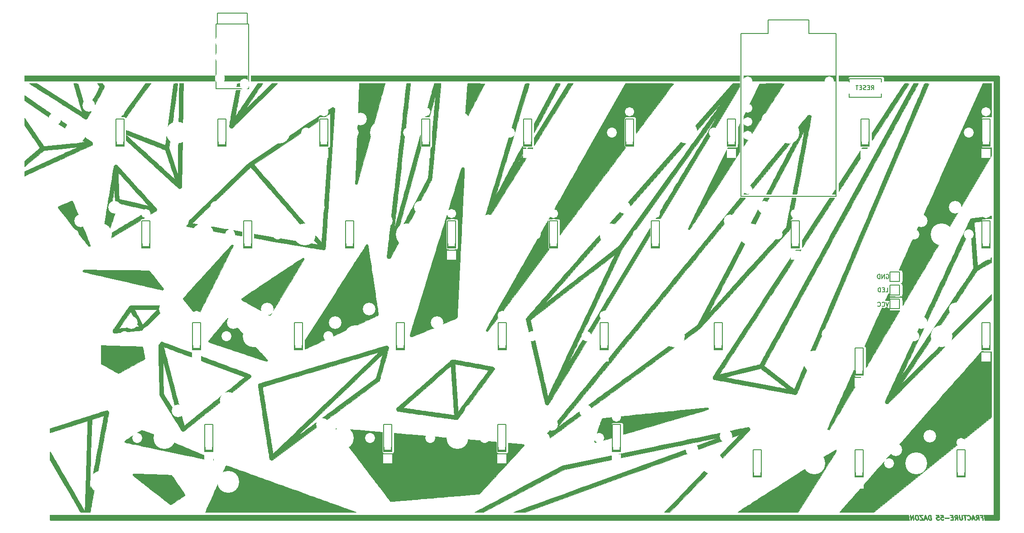
<source format=gbr>
G04 #@! TF.GenerationSoftware,KiCad,Pcbnew,(5.1.4)-1*
G04 #@! TF.CreationDate,2020-11-20T09:45:29-08:00*
G04 #@! TF.ProjectId,_autosave-_autosave-_autosave-_autosave-uwu-55,5f617574-6f73-4617-9665-2d5f6175746f,rev?*
G04 #@! TF.SameCoordinates,Original*
G04 #@! TF.FileFunction,Legend,Bot*
G04 #@! TF.FilePolarity,Positive*
%FSLAX46Y46*%
G04 Gerber Fmt 4.6, Leading zero omitted, Abs format (unit mm)*
G04 Created by KiCad (PCBNEW (5.1.4)-1) date 2020-11-20 09:45:29*
%MOMM*%
%LPD*%
G04 APERTURE LIST*
%ADD10C,0.010000*%
%ADD11C,0.150000*%
%ADD12C,1.702000*%
%ADD13R,1.702000X1.702000*%
%ADD14R,1.302000X1.702000*%
%ADD15O,1.702000X2.102000*%
%ADD16C,0.902000*%
%ADD17C,2.352000*%
%ADD18C,4.089800*%
%ADD19C,1.852000*%
%ADD20R,1.626000X1.626000*%
%ADD21C,3.150000*%
%ADD22C,2.102000*%
G04 APERTURE END LIST*
D10*
G36*
X287155834Y-57501178D02*
G01*
X287179846Y-57501535D01*
X287630665Y-57508498D01*
X284209494Y-62758848D01*
X283902686Y-63229650D01*
X283602871Y-63689627D01*
X283311256Y-64136934D01*
X283029045Y-64569725D01*
X282757446Y-64986153D01*
X282497664Y-65384371D01*
X282250905Y-65762533D01*
X282018373Y-66118793D01*
X281801276Y-66451303D01*
X281600819Y-66758219D01*
X281418208Y-67037693D01*
X281254648Y-67287879D01*
X281111346Y-67506930D01*
X280989507Y-67693000D01*
X280890337Y-67844242D01*
X280815042Y-67958811D01*
X280764828Y-68034859D01*
X280740899Y-68070541D01*
X280739304Y-68072762D01*
X280724805Y-68090497D01*
X280713477Y-68098238D01*
X280704915Y-68090894D01*
X280698712Y-68063368D01*
X280694463Y-68010567D01*
X280691762Y-67927397D01*
X280690201Y-67808765D01*
X280689377Y-67649575D01*
X280688882Y-67444733D01*
X280688872Y-67439977D01*
X280687459Y-66743628D01*
X283678730Y-62151488D01*
X283965151Y-61711839D01*
X284244387Y-61283335D01*
X284515156Y-60867938D01*
X284776177Y-60467611D01*
X285026169Y-60084313D01*
X285263849Y-59720008D01*
X285487938Y-59376656D01*
X285697153Y-59056220D01*
X285890213Y-58760660D01*
X286065837Y-58491939D01*
X286222744Y-58252018D01*
X286359651Y-58042858D01*
X286475279Y-57866422D01*
X286568345Y-57724670D01*
X286637569Y-57619564D01*
X286681669Y-57553066D01*
X286699363Y-57527138D01*
X286699513Y-57526961D01*
X286724437Y-57514681D01*
X286776890Y-57506262D01*
X286862514Y-57501404D01*
X286986948Y-57499809D01*
X287155834Y-57501178D01*
X287155834Y-57501178D01*
G37*
X287155834Y-57501178D02*
X287179846Y-57501535D01*
X287630665Y-57508498D01*
X284209494Y-62758848D01*
X283902686Y-63229650D01*
X283602871Y-63689627D01*
X283311256Y-64136934D01*
X283029045Y-64569725D01*
X282757446Y-64986153D01*
X282497664Y-65384371D01*
X282250905Y-65762533D01*
X282018373Y-66118793D01*
X281801276Y-66451303D01*
X281600819Y-66758219D01*
X281418208Y-67037693D01*
X281254648Y-67287879D01*
X281111346Y-67506930D01*
X280989507Y-67693000D01*
X280890337Y-67844242D01*
X280815042Y-67958811D01*
X280764828Y-68034859D01*
X280740899Y-68070541D01*
X280739304Y-68072762D01*
X280724805Y-68090497D01*
X280713477Y-68098238D01*
X280704915Y-68090894D01*
X280698712Y-68063368D01*
X280694463Y-68010567D01*
X280691762Y-67927397D01*
X280690201Y-67808765D01*
X280689377Y-67649575D01*
X280688882Y-67444733D01*
X280688872Y-67439977D01*
X280687459Y-66743628D01*
X283678730Y-62151488D01*
X283965151Y-61711839D01*
X284244387Y-61283335D01*
X284515156Y-60867938D01*
X284776177Y-60467611D01*
X285026169Y-60084313D01*
X285263849Y-59720008D01*
X285487938Y-59376656D01*
X285697153Y-59056220D01*
X285890213Y-58760660D01*
X286065837Y-58491939D01*
X286222744Y-58252018D01*
X286359651Y-58042858D01*
X286475279Y-57866422D01*
X286568345Y-57724670D01*
X286637569Y-57619564D01*
X286681669Y-57553066D01*
X286699363Y-57527138D01*
X286699513Y-57526961D01*
X286724437Y-57514681D01*
X286776890Y-57506262D01*
X286862514Y-57501404D01*
X286986948Y-57499809D01*
X287155834Y-57501178D01*
G36*
X131161396Y-79453626D02*
G01*
X131209603Y-79482422D01*
X131226518Y-79511987D01*
X131260718Y-79585897D01*
X131311034Y-79701209D01*
X131376298Y-79854983D01*
X131455340Y-80044277D01*
X131546992Y-80266149D01*
X131650086Y-80517658D01*
X131763453Y-80795863D01*
X131885925Y-81097821D01*
X132016332Y-81420592D01*
X132153506Y-81761234D01*
X132296279Y-82116806D01*
X132443483Y-82484365D01*
X132593947Y-82860971D01*
X132746505Y-83243681D01*
X132899987Y-83629555D01*
X133053224Y-84015651D01*
X133205049Y-84399028D01*
X133354292Y-84776743D01*
X133499786Y-85145856D01*
X133640360Y-85503425D01*
X133774848Y-85846508D01*
X133902079Y-86172164D01*
X134020887Y-86477452D01*
X134130101Y-86759430D01*
X134228553Y-87015156D01*
X134315076Y-87241689D01*
X134388500Y-87436087D01*
X134447656Y-87595409D01*
X134491377Y-87716714D01*
X134518492Y-87797060D01*
X134527835Y-87833505D01*
X134527743Y-87834643D01*
X134486561Y-87914893D01*
X134409604Y-87965868D01*
X134322307Y-87980870D01*
X134270777Y-87973599D01*
X134222417Y-87945976D01*
X134164560Y-87889294D01*
X134128156Y-87847387D01*
X134084350Y-87794225D01*
X134012700Y-87705585D01*
X133915138Y-87583916D01*
X133793595Y-87431671D01*
X133650004Y-87251299D01*
X133486296Y-87045251D01*
X133304402Y-86815978D01*
X133106256Y-86565931D01*
X132893788Y-86297559D01*
X132668931Y-86013314D01*
X132433616Y-85715646D01*
X132189776Y-85407006D01*
X131939341Y-85089845D01*
X131684244Y-84766612D01*
X131426417Y-84439760D01*
X131167791Y-84111737D01*
X130910299Y-83784996D01*
X130655871Y-83461987D01*
X130406441Y-83145159D01*
X130163939Y-82836965D01*
X129930298Y-82539854D01*
X129707450Y-82256277D01*
X129497325Y-81988686D01*
X129301857Y-81739529D01*
X129122977Y-81511259D01*
X128962616Y-81306325D01*
X128822707Y-81127178D01*
X128705181Y-80976270D01*
X128611971Y-80856049D01*
X128545007Y-80768969D01*
X128506223Y-80717477D01*
X128496791Y-80703695D01*
X128497615Y-80648297D01*
X128515713Y-80583461D01*
X128525513Y-80565773D01*
X128542696Y-80547046D01*
X128571013Y-80525495D01*
X128614212Y-80499335D01*
X128676043Y-80466781D01*
X128760256Y-80426048D01*
X128870600Y-80375353D01*
X129010824Y-80312908D01*
X129184677Y-80236931D01*
X129395910Y-80145636D01*
X129648271Y-80037238D01*
X129797213Y-79973427D01*
X130036008Y-79871597D01*
X130261832Y-79776106D01*
X130470171Y-79688806D01*
X130656509Y-79611552D01*
X130816331Y-79546199D01*
X130945122Y-79494599D01*
X131038367Y-79458607D01*
X131091550Y-79440077D01*
X131101370Y-79437928D01*
X131161396Y-79453626D01*
X131161396Y-79453626D01*
G37*
X131161396Y-79453626D02*
X131209603Y-79482422D01*
X131226518Y-79511987D01*
X131260718Y-79585897D01*
X131311034Y-79701209D01*
X131376298Y-79854983D01*
X131455340Y-80044277D01*
X131546992Y-80266149D01*
X131650086Y-80517658D01*
X131763453Y-80795863D01*
X131885925Y-81097821D01*
X132016332Y-81420592D01*
X132153506Y-81761234D01*
X132296279Y-82116806D01*
X132443483Y-82484365D01*
X132593947Y-82860971D01*
X132746505Y-83243681D01*
X132899987Y-83629555D01*
X133053224Y-84015651D01*
X133205049Y-84399028D01*
X133354292Y-84776743D01*
X133499786Y-85145856D01*
X133640360Y-85503425D01*
X133774848Y-85846508D01*
X133902079Y-86172164D01*
X134020887Y-86477452D01*
X134130101Y-86759430D01*
X134228553Y-87015156D01*
X134315076Y-87241689D01*
X134388500Y-87436087D01*
X134447656Y-87595409D01*
X134491377Y-87716714D01*
X134518492Y-87797060D01*
X134527835Y-87833505D01*
X134527743Y-87834643D01*
X134486561Y-87914893D01*
X134409604Y-87965868D01*
X134322307Y-87980870D01*
X134270777Y-87973599D01*
X134222417Y-87945976D01*
X134164560Y-87889294D01*
X134128156Y-87847387D01*
X134084350Y-87794225D01*
X134012700Y-87705585D01*
X133915138Y-87583916D01*
X133793595Y-87431671D01*
X133650004Y-87251299D01*
X133486296Y-87045251D01*
X133304402Y-86815978D01*
X133106256Y-86565931D01*
X132893788Y-86297559D01*
X132668931Y-86013314D01*
X132433616Y-85715646D01*
X132189776Y-85407006D01*
X131939341Y-85089845D01*
X131684244Y-84766612D01*
X131426417Y-84439760D01*
X131167791Y-84111737D01*
X130910299Y-83784996D01*
X130655871Y-83461987D01*
X130406441Y-83145159D01*
X130163939Y-82836965D01*
X129930298Y-82539854D01*
X129707450Y-82256277D01*
X129497325Y-81988686D01*
X129301857Y-81739529D01*
X129122977Y-81511259D01*
X128962616Y-81306325D01*
X128822707Y-81127178D01*
X128705181Y-80976270D01*
X128611971Y-80856049D01*
X128545007Y-80768969D01*
X128506223Y-80717477D01*
X128496791Y-80703695D01*
X128497615Y-80648297D01*
X128515713Y-80583461D01*
X128525513Y-80565773D01*
X128542696Y-80547046D01*
X128571013Y-80525495D01*
X128614212Y-80499335D01*
X128676043Y-80466781D01*
X128760256Y-80426048D01*
X128870600Y-80375353D01*
X129010824Y-80312908D01*
X129184677Y-80236931D01*
X129395910Y-80145636D01*
X129648271Y-80037238D01*
X129797213Y-79973427D01*
X130036008Y-79871597D01*
X130261832Y-79776106D01*
X130470171Y-79688806D01*
X130656509Y-79611552D01*
X130816331Y-79546199D01*
X130945122Y-79494599D01*
X131038367Y-79458607D01*
X131091550Y-79440077D01*
X131101370Y-79437928D01*
X131161396Y-79453626D01*
G36*
X273361488Y-78904674D02*
G01*
X273487741Y-78906564D01*
X273586586Y-78909435D01*
X273649970Y-78913061D01*
X273670042Y-78916826D01*
X273656393Y-78939391D01*
X273616472Y-79002162D01*
X273551821Y-79102778D01*
X273463980Y-79238873D01*
X273354490Y-79408085D01*
X273224892Y-79608050D01*
X273076726Y-79836404D01*
X272911535Y-80090784D01*
X272730858Y-80368825D01*
X272536235Y-80668165D01*
X272329209Y-80986440D01*
X272111320Y-81321285D01*
X271884109Y-81670338D01*
X271649116Y-82031234D01*
X271407883Y-82401611D01*
X271161950Y-82779104D01*
X270912858Y-83161350D01*
X270662147Y-83545985D01*
X270411360Y-83930646D01*
X270162036Y-84312969D01*
X269915716Y-84690590D01*
X269673942Y-85061145D01*
X269438253Y-85422272D01*
X269210192Y-85771606D01*
X268991298Y-86106784D01*
X268783113Y-86425442D01*
X268587177Y-86725216D01*
X268405031Y-87003744D01*
X268238216Y-87258660D01*
X268088273Y-87487603D01*
X267956743Y-87688207D01*
X267845166Y-87858109D01*
X267755083Y-87994946D01*
X267688036Y-88096355D01*
X267645565Y-88159970D01*
X267629275Y-88183366D01*
X267618531Y-88188840D01*
X267610120Y-88177054D01*
X267603770Y-88143025D01*
X267599207Y-88081768D01*
X267596159Y-87988300D01*
X267594354Y-87857637D01*
X267593519Y-87684795D01*
X267593365Y-87526918D01*
X267593365Y-86833241D01*
X270177542Y-82868617D01*
X272761719Y-78903994D01*
X273215881Y-78903994D01*
X273361488Y-78904674D01*
X273361488Y-78904674D01*
G37*
X273361488Y-78904674D02*
X273487741Y-78906564D01*
X273586586Y-78909435D01*
X273649970Y-78913061D01*
X273670042Y-78916826D01*
X273656393Y-78939391D01*
X273616472Y-79002162D01*
X273551821Y-79102778D01*
X273463980Y-79238873D01*
X273354490Y-79408085D01*
X273224892Y-79608050D01*
X273076726Y-79836404D01*
X272911535Y-80090784D01*
X272730858Y-80368825D01*
X272536235Y-80668165D01*
X272329209Y-80986440D01*
X272111320Y-81321285D01*
X271884109Y-81670338D01*
X271649116Y-82031234D01*
X271407883Y-82401611D01*
X271161950Y-82779104D01*
X270912858Y-83161350D01*
X270662147Y-83545985D01*
X270411360Y-83930646D01*
X270162036Y-84312969D01*
X269915716Y-84690590D01*
X269673942Y-85061145D01*
X269438253Y-85422272D01*
X269210192Y-85771606D01*
X268991298Y-86106784D01*
X268783113Y-86425442D01*
X268587177Y-86725216D01*
X268405031Y-87003744D01*
X268238216Y-87258660D01*
X268088273Y-87487603D01*
X267956743Y-87688207D01*
X267845166Y-87858109D01*
X267755083Y-87994946D01*
X267688036Y-88096355D01*
X267645565Y-88159970D01*
X267629275Y-88183366D01*
X267618531Y-88188840D01*
X267610120Y-88177054D01*
X267603770Y-88143025D01*
X267599207Y-88081768D01*
X267596159Y-87988300D01*
X267594354Y-87857637D01*
X267593519Y-87684795D01*
X267593365Y-87526918D01*
X267593365Y-86833241D01*
X270177542Y-82868617D01*
X272761719Y-78903994D01*
X273215881Y-78903994D01*
X273361488Y-78904674D01*
G36*
X255972625Y-67694008D02*
G01*
X255973946Y-70353593D01*
X251333372Y-77533648D01*
X250976537Y-78085615D01*
X250626425Y-78626903D01*
X250284064Y-79155931D01*
X249950484Y-79671121D01*
X249626711Y-80170890D01*
X249313774Y-80653659D01*
X249012702Y-81117847D01*
X248724523Y-81561874D01*
X248450265Y-81984160D01*
X248190955Y-82383123D01*
X247947623Y-82757184D01*
X247721296Y-83104762D01*
X247513004Y-83424277D01*
X247323773Y-83714149D01*
X247154632Y-83972796D01*
X247006609Y-84198639D01*
X246880733Y-84390097D01*
X246778032Y-84545590D01*
X246699534Y-84663537D01*
X246646267Y-84742358D01*
X246619259Y-84780472D01*
X246616555Y-84783623D01*
X246537722Y-84839198D01*
X246466784Y-84847974D01*
X246393120Y-84810511D01*
X246375744Y-84796336D01*
X246318597Y-84717865D01*
X246306927Y-84657662D01*
X246313189Y-84636427D01*
X246332756Y-84588792D01*
X246366081Y-84513823D01*
X246413622Y-84410588D01*
X246475834Y-84278155D01*
X246553173Y-84115590D01*
X246646095Y-83921960D01*
X246755056Y-83696334D01*
X246880511Y-83437777D01*
X247022917Y-83145358D01*
X247182728Y-82818144D01*
X247360402Y-82455201D01*
X247556394Y-82055598D01*
X247771160Y-81618401D01*
X248005155Y-81142677D01*
X248258836Y-80627494D01*
X248532658Y-80071919D01*
X248827078Y-79475019D01*
X249142550Y-78835862D01*
X249479531Y-78153514D01*
X249838478Y-77427044D01*
X250028418Y-77042747D01*
X253752224Y-69509299D01*
X254606198Y-69496586D01*
X254837800Y-69493000D01*
X255023957Y-69489614D01*
X255170070Y-69486053D01*
X255281541Y-69481939D01*
X255363772Y-69476895D01*
X255422165Y-69470545D01*
X255462121Y-69462511D01*
X255489044Y-69452417D01*
X255508333Y-69439885D01*
X255516259Y-69433083D01*
X255540287Y-69411454D01*
X255561083Y-69390736D01*
X255578882Y-69367300D01*
X255593921Y-69337513D01*
X255606434Y-69297745D01*
X255616660Y-69244365D01*
X255624833Y-69173743D01*
X255631190Y-69082248D01*
X255635967Y-68966248D01*
X255639400Y-68822114D01*
X255641725Y-68646214D01*
X255643178Y-68434917D01*
X255643996Y-68184593D01*
X255644414Y-67891611D01*
X255644669Y-67552339D01*
X255644736Y-67457458D01*
X255646057Y-65670060D01*
X255808681Y-65352242D01*
X255971304Y-65034424D01*
X255972625Y-67694008D01*
X255972625Y-67694008D01*
G37*
X255972625Y-67694008D02*
X255973946Y-70353593D01*
X251333372Y-77533648D01*
X250976537Y-78085615D01*
X250626425Y-78626903D01*
X250284064Y-79155931D01*
X249950484Y-79671121D01*
X249626711Y-80170890D01*
X249313774Y-80653659D01*
X249012702Y-81117847D01*
X248724523Y-81561874D01*
X248450265Y-81984160D01*
X248190955Y-82383123D01*
X247947623Y-82757184D01*
X247721296Y-83104762D01*
X247513004Y-83424277D01*
X247323773Y-83714149D01*
X247154632Y-83972796D01*
X247006609Y-84198639D01*
X246880733Y-84390097D01*
X246778032Y-84545590D01*
X246699534Y-84663537D01*
X246646267Y-84742358D01*
X246619259Y-84780472D01*
X246616555Y-84783623D01*
X246537722Y-84839198D01*
X246466784Y-84847974D01*
X246393120Y-84810511D01*
X246375744Y-84796336D01*
X246318597Y-84717865D01*
X246306927Y-84657662D01*
X246313189Y-84636427D01*
X246332756Y-84588792D01*
X246366081Y-84513823D01*
X246413622Y-84410588D01*
X246475834Y-84278155D01*
X246553173Y-84115590D01*
X246646095Y-83921960D01*
X246755056Y-83696334D01*
X246880511Y-83437777D01*
X247022917Y-83145358D01*
X247182728Y-82818144D01*
X247360402Y-82455201D01*
X247556394Y-82055598D01*
X247771160Y-81618401D01*
X248005155Y-81142677D01*
X248258836Y-80627494D01*
X248532658Y-80071919D01*
X248827078Y-79475019D01*
X249142550Y-78835862D01*
X249479531Y-78153514D01*
X249838478Y-77427044D01*
X250028418Y-77042747D01*
X253752224Y-69509299D01*
X254606198Y-69496586D01*
X254837800Y-69493000D01*
X255023957Y-69489614D01*
X255170070Y-69486053D01*
X255281541Y-69481939D01*
X255363772Y-69476895D01*
X255422165Y-69470545D01*
X255462121Y-69462511D01*
X255489044Y-69452417D01*
X255508333Y-69439885D01*
X255516259Y-69433083D01*
X255540287Y-69411454D01*
X255561083Y-69390736D01*
X255578882Y-69367300D01*
X255593921Y-69337513D01*
X255606434Y-69297745D01*
X255616660Y-69244365D01*
X255624833Y-69173743D01*
X255631190Y-69082248D01*
X255635967Y-68966248D01*
X255639400Y-68822114D01*
X255641725Y-68646214D01*
X255643178Y-68434917D01*
X255643996Y-68184593D01*
X255644414Y-67891611D01*
X255644669Y-67552339D01*
X255644736Y-67457458D01*
X255646057Y-65670060D01*
X255808681Y-65352242D01*
X255971304Y-65034424D01*
X255972625Y-67694008D01*
G36*
X128778744Y-60176484D02*
G01*
X129200395Y-60444700D01*
X129610471Y-60705327D01*
X130006923Y-60957072D01*
X130387704Y-61198645D01*
X130750766Y-61428753D01*
X131094062Y-61646105D01*
X131415545Y-61849408D01*
X131713166Y-62037371D01*
X131984877Y-62208701D01*
X132228633Y-62362107D01*
X132442383Y-62496297D01*
X132624082Y-62609979D01*
X132771682Y-62701861D01*
X132883135Y-62770652D01*
X132956392Y-62815058D01*
X132989408Y-62833789D01*
X132991163Y-62834242D01*
X132984022Y-62807280D01*
X132963225Y-62734778D01*
X132929714Y-62619907D01*
X132884427Y-62465838D01*
X132828304Y-62275741D01*
X132762287Y-62052789D01*
X132687316Y-61800152D01*
X132604329Y-61521002D01*
X132514268Y-61218508D01*
X132418073Y-60895843D01*
X132316683Y-60556177D01*
X132211040Y-60202682D01*
X132202975Y-60175713D01*
X132097051Y-59821312D01*
X131995310Y-59480504D01*
X131898693Y-59156461D01*
X131808140Y-58852354D01*
X131724591Y-58571353D01*
X131648986Y-58316630D01*
X131582265Y-58091355D01*
X131525369Y-57898698D01*
X131479236Y-57741832D01*
X131444809Y-57623927D01*
X131423026Y-57548153D01*
X131414828Y-57517681D01*
X131414787Y-57517310D01*
X131438855Y-57509777D01*
X131505691Y-57504258D01*
X131607236Y-57501072D01*
X131735437Y-57500536D01*
X131814882Y-57501496D01*
X132214976Y-57508498D01*
X132993208Y-60108530D01*
X133098585Y-60460311D01*
X133199996Y-60798315D01*
X133296479Y-61119364D01*
X133387073Y-61420281D01*
X133470814Y-61697886D01*
X133546741Y-61949001D01*
X133613891Y-62170449D01*
X133671303Y-62359051D01*
X133718013Y-62511629D01*
X133753060Y-62625004D01*
X133775481Y-62695999D01*
X133784307Y-62721429D01*
X133790548Y-62714962D01*
X133806251Y-62690904D01*
X133832295Y-62647675D01*
X133869559Y-62583693D01*
X133918919Y-62497378D01*
X133981256Y-62387150D01*
X134057445Y-62251427D01*
X134148367Y-62088629D01*
X134254899Y-61897175D01*
X134377918Y-61675485D01*
X134518304Y-61421978D01*
X134676935Y-61135073D01*
X134854688Y-60813189D01*
X135052442Y-60454746D01*
X135271075Y-60058164D01*
X135511466Y-59621860D01*
X135774491Y-59144256D01*
X136061031Y-58623770D01*
X136083750Y-58582494D01*
X136318290Y-58156390D01*
X136173368Y-57959571D01*
X136095755Y-57853964D01*
X136016152Y-57745324D01*
X135948425Y-57652582D01*
X135931463Y-57629269D01*
X135834480Y-57495785D01*
X136799047Y-57495785D01*
X136955722Y-57711428D01*
X137046765Y-57841751D01*
X137108041Y-57943796D01*
X137143656Y-58027209D01*
X137157717Y-58101639D01*
X137154330Y-58176732D01*
X137154197Y-58177698D01*
X137139744Y-58215046D01*
X137101022Y-58295671D01*
X137038615Y-58418485D01*
X136953106Y-58582403D01*
X136845078Y-58786335D01*
X136715114Y-59029196D01*
X136563798Y-59309898D01*
X136391713Y-59627354D01*
X136199441Y-59980476D01*
X135987567Y-60368178D01*
X135756674Y-60789371D01*
X135610552Y-61055345D01*
X135417812Y-61405774D01*
X135231101Y-61744981D01*
X135051963Y-62070171D01*
X134881945Y-62378552D01*
X134722591Y-62667327D01*
X134575448Y-62933704D01*
X134442059Y-63174888D01*
X134323970Y-63388084D01*
X134222728Y-63570499D01*
X134139876Y-63719339D01*
X134076960Y-63831808D01*
X134035526Y-63905114D01*
X134017577Y-63935767D01*
X133921984Y-64042730D01*
X133804399Y-64109498D01*
X133674292Y-64132792D01*
X133541134Y-64109334D01*
X133529271Y-64104796D01*
X133502845Y-64089248D01*
X133436021Y-64047947D01*
X133331054Y-63982326D01*
X133190198Y-63893821D01*
X133015710Y-63783864D01*
X132809845Y-63653891D01*
X132574859Y-63505335D01*
X132313006Y-63339629D01*
X132026542Y-63158208D01*
X131717723Y-62962507D01*
X131388804Y-62753958D01*
X131042041Y-62533996D01*
X130679689Y-62304055D01*
X130304003Y-62065568D01*
X129917238Y-61819971D01*
X129521651Y-61568696D01*
X129119497Y-61313178D01*
X128713031Y-61054850D01*
X128304508Y-60795148D01*
X127896184Y-60535504D01*
X127490315Y-60277353D01*
X127089156Y-60022128D01*
X126694962Y-59771264D01*
X126309988Y-59526195D01*
X125936491Y-59288354D01*
X125576725Y-59059176D01*
X125232946Y-58840095D01*
X124907410Y-58632544D01*
X124602371Y-58437958D01*
X124320086Y-58257770D01*
X124062809Y-58093415D01*
X123832797Y-57946326D01*
X123632304Y-57817937D01*
X123463587Y-57709683D01*
X123328899Y-57622998D01*
X123230498Y-57559315D01*
X123170638Y-57520068D01*
X123151524Y-57506722D01*
X123175873Y-57503882D01*
X123244620Y-57501316D01*
X123351311Y-57499124D01*
X123489492Y-57497406D01*
X123652711Y-57496262D01*
X123834513Y-57495792D01*
X123858924Y-57495785D01*
X124566325Y-57495785D01*
X128778744Y-60176484D01*
X128778744Y-60176484D01*
G37*
X128778744Y-60176484D02*
X129200395Y-60444700D01*
X129610471Y-60705327D01*
X130006923Y-60957072D01*
X130387704Y-61198645D01*
X130750766Y-61428753D01*
X131094062Y-61646105D01*
X131415545Y-61849408D01*
X131713166Y-62037371D01*
X131984877Y-62208701D01*
X132228633Y-62362107D01*
X132442383Y-62496297D01*
X132624082Y-62609979D01*
X132771682Y-62701861D01*
X132883135Y-62770652D01*
X132956392Y-62815058D01*
X132989408Y-62833789D01*
X132991163Y-62834242D01*
X132984022Y-62807280D01*
X132963225Y-62734778D01*
X132929714Y-62619907D01*
X132884427Y-62465838D01*
X132828304Y-62275741D01*
X132762287Y-62052789D01*
X132687316Y-61800152D01*
X132604329Y-61521002D01*
X132514268Y-61218508D01*
X132418073Y-60895843D01*
X132316683Y-60556177D01*
X132211040Y-60202682D01*
X132202975Y-60175713D01*
X132097051Y-59821312D01*
X131995310Y-59480504D01*
X131898693Y-59156461D01*
X131808140Y-58852354D01*
X131724591Y-58571353D01*
X131648986Y-58316630D01*
X131582265Y-58091355D01*
X131525369Y-57898698D01*
X131479236Y-57741832D01*
X131444809Y-57623927D01*
X131423026Y-57548153D01*
X131414828Y-57517681D01*
X131414787Y-57517310D01*
X131438855Y-57509777D01*
X131505691Y-57504258D01*
X131607236Y-57501072D01*
X131735437Y-57500536D01*
X131814882Y-57501496D01*
X132214976Y-57508498D01*
X132993208Y-60108530D01*
X133098585Y-60460311D01*
X133199996Y-60798315D01*
X133296479Y-61119364D01*
X133387073Y-61420281D01*
X133470814Y-61697886D01*
X133546741Y-61949001D01*
X133613891Y-62170449D01*
X133671303Y-62359051D01*
X133718013Y-62511629D01*
X133753060Y-62625004D01*
X133775481Y-62695999D01*
X133784307Y-62721429D01*
X133790548Y-62714962D01*
X133806251Y-62690904D01*
X133832295Y-62647675D01*
X133869559Y-62583693D01*
X133918919Y-62497378D01*
X133981256Y-62387150D01*
X134057445Y-62251427D01*
X134148367Y-62088629D01*
X134254899Y-61897175D01*
X134377918Y-61675485D01*
X134518304Y-61421978D01*
X134676935Y-61135073D01*
X134854688Y-60813189D01*
X135052442Y-60454746D01*
X135271075Y-60058164D01*
X135511466Y-59621860D01*
X135774491Y-59144256D01*
X136061031Y-58623770D01*
X136083750Y-58582494D01*
X136318290Y-58156390D01*
X136173368Y-57959571D01*
X136095755Y-57853964D01*
X136016152Y-57745324D01*
X135948425Y-57652582D01*
X135931463Y-57629269D01*
X135834480Y-57495785D01*
X136799047Y-57495785D01*
X136955722Y-57711428D01*
X137046765Y-57841751D01*
X137108041Y-57943796D01*
X137143656Y-58027209D01*
X137157717Y-58101639D01*
X137154330Y-58176732D01*
X137154197Y-58177698D01*
X137139744Y-58215046D01*
X137101022Y-58295671D01*
X137038615Y-58418485D01*
X136953106Y-58582403D01*
X136845078Y-58786335D01*
X136715114Y-59029196D01*
X136563798Y-59309898D01*
X136391713Y-59627354D01*
X136199441Y-59980476D01*
X135987567Y-60368178D01*
X135756674Y-60789371D01*
X135610552Y-61055345D01*
X135417812Y-61405774D01*
X135231101Y-61744981D01*
X135051963Y-62070171D01*
X134881945Y-62378552D01*
X134722591Y-62667327D01*
X134575448Y-62933704D01*
X134442059Y-63174888D01*
X134323970Y-63388084D01*
X134222728Y-63570499D01*
X134139876Y-63719339D01*
X134076960Y-63831808D01*
X134035526Y-63905114D01*
X134017577Y-63935767D01*
X133921984Y-64042730D01*
X133804399Y-64109498D01*
X133674292Y-64132792D01*
X133541134Y-64109334D01*
X133529271Y-64104796D01*
X133502845Y-64089248D01*
X133436021Y-64047947D01*
X133331054Y-63982326D01*
X133190198Y-63893821D01*
X133015710Y-63783864D01*
X132809845Y-63653891D01*
X132574859Y-63505335D01*
X132313006Y-63339629D01*
X132026542Y-63158208D01*
X131717723Y-62962507D01*
X131388804Y-62753958D01*
X131042041Y-62533996D01*
X130679689Y-62304055D01*
X130304003Y-62065568D01*
X129917238Y-61819971D01*
X129521651Y-61568696D01*
X129119497Y-61313178D01*
X128713031Y-61054850D01*
X128304508Y-60795148D01*
X127896184Y-60535504D01*
X127490315Y-60277353D01*
X127089156Y-60022128D01*
X126694962Y-59771264D01*
X126309988Y-59526195D01*
X125936491Y-59288354D01*
X125576725Y-59059176D01*
X125232946Y-58840095D01*
X124907410Y-58632544D01*
X124602371Y-58437958D01*
X124320086Y-58257770D01*
X124062809Y-58093415D01*
X123832797Y-57946326D01*
X123632304Y-57817937D01*
X123463587Y-57709683D01*
X123328899Y-57622998D01*
X123230498Y-57559315D01*
X123170638Y-57520068D01*
X123151524Y-57506722D01*
X123175873Y-57503882D01*
X123244620Y-57501316D01*
X123351311Y-57499124D01*
X123489492Y-57497406D01*
X123652711Y-57496262D01*
X123834513Y-57495792D01*
X123858924Y-57495785D01*
X124566325Y-57495785D01*
X128778744Y-60176484D01*
G36*
X166463191Y-57496487D02*
G01*
X166587452Y-57498844D01*
X166671499Y-57503235D01*
X166720642Y-57510038D01*
X166740191Y-57519632D01*
X166739528Y-57527567D01*
X166722834Y-57552656D01*
X166679593Y-57617007D01*
X166611740Y-57717755D01*
X166521209Y-57852034D01*
X166409935Y-58016980D01*
X166279850Y-58209726D01*
X166132890Y-58427408D01*
X165970987Y-58667161D01*
X165796076Y-58926118D01*
X165610092Y-59201415D01*
X165414967Y-59490187D01*
X165285087Y-59682372D01*
X165080383Y-59985307D01*
X164880331Y-60281453D01*
X164687208Y-60567438D01*
X164503286Y-60839889D01*
X164330840Y-61095435D01*
X164172146Y-61330701D01*
X164029478Y-61542316D01*
X163905110Y-61726908D01*
X163801317Y-61881103D01*
X163720373Y-62001530D01*
X163664554Y-62084816D01*
X163647426Y-62110500D01*
X163444605Y-62415605D01*
X163593910Y-62272587D01*
X163630368Y-62237158D01*
X163700718Y-62168294D01*
X163802648Y-62068269D01*
X163933847Y-61939358D01*
X164092005Y-61783836D01*
X164274811Y-61603977D01*
X164479953Y-61402056D01*
X164705122Y-61180347D01*
X164948005Y-60941126D01*
X165206293Y-60686667D01*
X165477674Y-60419244D01*
X165759838Y-60141133D01*
X166050473Y-59854608D01*
X166092999Y-59812677D01*
X168442782Y-57495785D01*
X168985141Y-57495785D01*
X169145023Y-57496166D01*
X169286235Y-57497231D01*
X169401406Y-57498863D01*
X169483167Y-57500948D01*
X169524148Y-57503369D01*
X169527500Y-57504317D01*
X169509666Y-57524209D01*
X169457457Y-57577789D01*
X169372813Y-57663148D01*
X169257674Y-57778380D01*
X169113978Y-57921575D01*
X168943666Y-58090826D01*
X168748676Y-58284225D01*
X168530949Y-58499863D01*
X168292424Y-58735833D01*
X168035041Y-58990226D01*
X167760739Y-59261135D01*
X167471457Y-59546650D01*
X167169135Y-59844865D01*
X166855714Y-60153871D01*
X166533131Y-60471760D01*
X166203327Y-60796623D01*
X165868241Y-61126554D01*
X165529813Y-61459643D01*
X165189983Y-61793983D01*
X164850689Y-62127666D01*
X164513872Y-62458783D01*
X164181470Y-62785427D01*
X163855424Y-63105689D01*
X163537673Y-63417661D01*
X163230157Y-63719435D01*
X162934815Y-64009104D01*
X162653586Y-64284758D01*
X162388411Y-64544491D01*
X162141228Y-64786393D01*
X161913977Y-65008558D01*
X161708598Y-65209076D01*
X161527031Y-65386039D01*
X161371214Y-65537541D01*
X161243088Y-65661671D01*
X161144591Y-65756523D01*
X161077664Y-65820189D01*
X161044246Y-65850760D01*
X161040932Y-65853247D01*
X160916243Y-65882136D01*
X160785374Y-65866321D01*
X160741755Y-65850412D01*
X160647784Y-65787600D01*
X160568156Y-65695465D01*
X160518411Y-65593068D01*
X160512727Y-65569521D01*
X160513742Y-65536617D01*
X160522304Y-65465953D01*
X160538597Y-65356481D01*
X160562810Y-65207157D01*
X160595126Y-65016934D01*
X160635733Y-64784767D01*
X160684816Y-64509611D01*
X160742561Y-64190418D01*
X160809153Y-63826145D01*
X160884780Y-63415745D01*
X160969627Y-62958172D01*
X161063880Y-62452380D01*
X161127440Y-62112412D01*
X161758349Y-58741631D01*
X162146928Y-58741631D01*
X162304110Y-58742689D01*
X162415983Y-58746161D01*
X162488054Y-58752499D01*
X162525828Y-58762154D01*
X162535081Y-58773413D01*
X162530437Y-58802403D01*
X162517052Y-58877926D01*
X162495563Y-58996537D01*
X162466608Y-59154792D01*
X162430822Y-59349244D01*
X162388844Y-59576449D01*
X162341310Y-59832962D01*
X162288858Y-60115336D01*
X162232123Y-60420128D01*
X162171744Y-60743892D01*
X162108357Y-61083182D01*
X162078154Y-61244647D01*
X162013737Y-61589322D01*
X161952167Y-61919629D01*
X161894069Y-62232168D01*
X161840067Y-62523540D01*
X161790786Y-62790348D01*
X161746850Y-63029191D01*
X161708884Y-63236672D01*
X161677512Y-63409391D01*
X161653359Y-63543949D01*
X161637050Y-63636948D01*
X161629208Y-63684989D01*
X161628632Y-63691078D01*
X161643411Y-63671208D01*
X161685066Y-63611510D01*
X161752021Y-63514303D01*
X161842698Y-63381906D01*
X161955523Y-63216637D01*
X162088919Y-63020815D01*
X162241311Y-62796759D01*
X162411122Y-62546788D01*
X162596776Y-62273220D01*
X162796698Y-61978374D01*
X163009311Y-61664569D01*
X163233040Y-61334123D01*
X163466307Y-60989356D01*
X163707539Y-60632586D01*
X163731645Y-60596921D01*
X165827680Y-57495785D01*
X166293405Y-57495785D01*
X166463191Y-57496487D01*
X166463191Y-57496487D01*
G37*
X166463191Y-57496487D02*
X166587452Y-57498844D01*
X166671499Y-57503235D01*
X166720642Y-57510038D01*
X166740191Y-57519632D01*
X166739528Y-57527567D01*
X166722834Y-57552656D01*
X166679593Y-57617007D01*
X166611740Y-57717755D01*
X166521209Y-57852034D01*
X166409935Y-58016980D01*
X166279850Y-58209726D01*
X166132890Y-58427408D01*
X165970987Y-58667161D01*
X165796076Y-58926118D01*
X165610092Y-59201415D01*
X165414967Y-59490187D01*
X165285087Y-59682372D01*
X165080383Y-59985307D01*
X164880331Y-60281453D01*
X164687208Y-60567438D01*
X164503286Y-60839889D01*
X164330840Y-61095435D01*
X164172146Y-61330701D01*
X164029478Y-61542316D01*
X163905110Y-61726908D01*
X163801317Y-61881103D01*
X163720373Y-62001530D01*
X163664554Y-62084816D01*
X163647426Y-62110500D01*
X163444605Y-62415605D01*
X163593910Y-62272587D01*
X163630368Y-62237158D01*
X163700718Y-62168294D01*
X163802648Y-62068269D01*
X163933847Y-61939358D01*
X164092005Y-61783836D01*
X164274811Y-61603977D01*
X164479953Y-61402056D01*
X164705122Y-61180347D01*
X164948005Y-60941126D01*
X165206293Y-60686667D01*
X165477674Y-60419244D01*
X165759838Y-60141133D01*
X166050473Y-59854608D01*
X166092999Y-59812677D01*
X168442782Y-57495785D01*
X168985141Y-57495785D01*
X169145023Y-57496166D01*
X169286235Y-57497231D01*
X169401406Y-57498863D01*
X169483167Y-57500948D01*
X169524148Y-57503369D01*
X169527500Y-57504317D01*
X169509666Y-57524209D01*
X169457457Y-57577789D01*
X169372813Y-57663148D01*
X169257674Y-57778380D01*
X169113978Y-57921575D01*
X168943666Y-58090826D01*
X168748676Y-58284225D01*
X168530949Y-58499863D01*
X168292424Y-58735833D01*
X168035041Y-58990226D01*
X167760739Y-59261135D01*
X167471457Y-59546650D01*
X167169135Y-59844865D01*
X166855714Y-60153871D01*
X166533131Y-60471760D01*
X166203327Y-60796623D01*
X165868241Y-61126554D01*
X165529813Y-61459643D01*
X165189983Y-61793983D01*
X164850689Y-62127666D01*
X164513872Y-62458783D01*
X164181470Y-62785427D01*
X163855424Y-63105689D01*
X163537673Y-63417661D01*
X163230157Y-63719435D01*
X162934815Y-64009104D01*
X162653586Y-64284758D01*
X162388411Y-64544491D01*
X162141228Y-64786393D01*
X161913977Y-65008558D01*
X161708598Y-65209076D01*
X161527031Y-65386039D01*
X161371214Y-65537541D01*
X161243088Y-65661671D01*
X161144591Y-65756523D01*
X161077664Y-65820189D01*
X161044246Y-65850760D01*
X161040932Y-65853247D01*
X160916243Y-65882136D01*
X160785374Y-65866321D01*
X160741755Y-65850412D01*
X160647784Y-65787600D01*
X160568156Y-65695465D01*
X160518411Y-65593068D01*
X160512727Y-65569521D01*
X160513742Y-65536617D01*
X160522304Y-65465953D01*
X160538597Y-65356481D01*
X160562810Y-65207157D01*
X160595126Y-65016934D01*
X160635733Y-64784767D01*
X160684816Y-64509611D01*
X160742561Y-64190418D01*
X160809153Y-63826145D01*
X160884780Y-63415745D01*
X160969627Y-62958172D01*
X161063880Y-62452380D01*
X161127440Y-62112412D01*
X161758349Y-58741631D01*
X162146928Y-58741631D01*
X162304110Y-58742689D01*
X162415983Y-58746161D01*
X162488054Y-58752499D01*
X162525828Y-58762154D01*
X162535081Y-58773413D01*
X162530437Y-58802403D01*
X162517052Y-58877926D01*
X162495563Y-58996537D01*
X162466608Y-59154792D01*
X162430822Y-59349244D01*
X162388844Y-59576449D01*
X162341310Y-59832962D01*
X162288858Y-60115336D01*
X162232123Y-60420128D01*
X162171744Y-60743892D01*
X162108357Y-61083182D01*
X162078154Y-61244647D01*
X162013737Y-61589322D01*
X161952167Y-61919629D01*
X161894069Y-62232168D01*
X161840067Y-62523540D01*
X161790786Y-62790348D01*
X161746850Y-63029191D01*
X161708884Y-63236672D01*
X161677512Y-63409391D01*
X161653359Y-63543949D01*
X161637050Y-63636948D01*
X161629208Y-63684989D01*
X161628632Y-63691078D01*
X161643411Y-63671208D01*
X161685066Y-63611510D01*
X161752021Y-63514303D01*
X161842698Y-63381906D01*
X161955523Y-63216637D01*
X162088919Y-63020815D01*
X162241311Y-62796759D01*
X162411122Y-62546788D01*
X162596776Y-62273220D01*
X162796698Y-61978374D01*
X163009311Y-61664569D01*
X163233040Y-61334123D01*
X163466307Y-60989356D01*
X163707539Y-60632586D01*
X163731645Y-60596921D01*
X165827680Y-57495785D01*
X166293405Y-57495785D01*
X166463191Y-57496487D01*
G36*
X224470769Y-57496541D02*
G01*
X224596511Y-57498250D01*
X224694794Y-57500883D01*
X224757540Y-57504231D01*
X224776949Y-57507662D01*
X224763662Y-57530308D01*
X224724700Y-57593877D01*
X224661411Y-57696216D01*
X224575144Y-57835173D01*
X224467246Y-58008595D01*
X224339067Y-58214329D01*
X224191954Y-58450221D01*
X224027255Y-58714120D01*
X223846319Y-59003872D01*
X223650495Y-59317325D01*
X223441129Y-59652325D01*
X223219572Y-60006720D01*
X222987170Y-60378357D01*
X222745272Y-60765082D01*
X222495227Y-61164745D01*
X222238383Y-61575190D01*
X221976087Y-61994266D01*
X221709689Y-62419820D01*
X221440536Y-62849698D01*
X221169977Y-63281749D01*
X220899360Y-63713819D01*
X220630034Y-64143755D01*
X220363346Y-64569404D01*
X220100645Y-64988614D01*
X219843279Y-65399232D01*
X219592597Y-65799105D01*
X219349946Y-66186080D01*
X219116675Y-66558004D01*
X218894132Y-66912724D01*
X218683666Y-67248088D01*
X218486625Y-67561943D01*
X218304357Y-67852135D01*
X218138210Y-68116512D01*
X217989532Y-68352922D01*
X217859672Y-68559211D01*
X217749979Y-68733226D01*
X217661799Y-68872815D01*
X217596483Y-68975825D01*
X217555377Y-69040102D01*
X217539878Y-69063446D01*
X217529630Y-69067995D01*
X217521566Y-69053853D01*
X217515440Y-69016207D01*
X217511008Y-68950246D01*
X217508023Y-68851155D01*
X217506242Y-68714122D01*
X217505417Y-68534334D01*
X217505277Y-68384823D01*
X217505277Y-67668970D01*
X220689812Y-62582557D01*
X223874346Y-57496145D01*
X224325648Y-57495965D01*
X224470769Y-57496541D01*
X224470769Y-57496541D01*
G37*
X224470769Y-57496541D02*
X224596511Y-57498250D01*
X224694794Y-57500883D01*
X224757540Y-57504231D01*
X224776949Y-57507662D01*
X224763662Y-57530308D01*
X224724700Y-57593877D01*
X224661411Y-57696216D01*
X224575144Y-57835173D01*
X224467246Y-58008595D01*
X224339067Y-58214329D01*
X224191954Y-58450221D01*
X224027255Y-58714120D01*
X223846319Y-59003872D01*
X223650495Y-59317325D01*
X223441129Y-59652325D01*
X223219572Y-60006720D01*
X222987170Y-60378357D01*
X222745272Y-60765082D01*
X222495227Y-61164745D01*
X222238383Y-61575190D01*
X221976087Y-61994266D01*
X221709689Y-62419820D01*
X221440536Y-62849698D01*
X221169977Y-63281749D01*
X220899360Y-63713819D01*
X220630034Y-64143755D01*
X220363346Y-64569404D01*
X220100645Y-64988614D01*
X219843279Y-65399232D01*
X219592597Y-65799105D01*
X219349946Y-66186080D01*
X219116675Y-66558004D01*
X218894132Y-66912724D01*
X218683666Y-67248088D01*
X218486625Y-67561943D01*
X218304357Y-67852135D01*
X218138210Y-68116512D01*
X217989532Y-68352922D01*
X217859672Y-68559211D01*
X217749979Y-68733226D01*
X217661799Y-68872815D01*
X217596483Y-68975825D01*
X217555377Y-69040102D01*
X217539878Y-69063446D01*
X217529630Y-69067995D01*
X217521566Y-69053853D01*
X217515440Y-69016207D01*
X217511008Y-68950246D01*
X217508023Y-68851155D01*
X217506242Y-68714122D01*
X217505417Y-68534334D01*
X217505277Y-68384823D01*
X217505277Y-67668970D01*
X220689812Y-62582557D01*
X223874346Y-57496145D01*
X224325648Y-57495965D01*
X224470769Y-57496541D01*
G36*
X206065542Y-57500393D02*
G01*
X206327147Y-57500840D01*
X206604962Y-57501704D01*
X206667673Y-57501951D01*
X208271194Y-57508498D01*
X206631914Y-60673964D01*
X206436957Y-61049970D01*
X206247750Y-61413993D01*
X206065673Y-61763421D01*
X205892106Y-62095641D01*
X205728429Y-62408042D01*
X205576022Y-62698011D01*
X205436265Y-62962937D01*
X205310539Y-63200206D01*
X205200222Y-63407207D01*
X205106697Y-63581327D01*
X205031341Y-63719955D01*
X204975537Y-63820477D01*
X204940663Y-63880283D01*
X204929319Y-63896636D01*
X204845708Y-63945719D01*
X204759408Y-63944055D01*
X204681579Y-63901147D01*
X204640607Y-63860899D01*
X204620807Y-63812093D01*
X204615275Y-63735540D01*
X204615264Y-63716813D01*
X204617120Y-63670308D01*
X204622279Y-63578403D01*
X204630477Y-63444854D01*
X204641451Y-63273415D01*
X204654935Y-63067843D01*
X204670666Y-62831894D01*
X204688380Y-62569323D01*
X204707812Y-62283885D01*
X204728699Y-61979338D01*
X204750777Y-61659436D01*
X204773780Y-61327935D01*
X204797446Y-60988591D01*
X204821509Y-60645160D01*
X204845707Y-60301397D01*
X204869774Y-59961058D01*
X204893447Y-59627899D01*
X204916461Y-59305676D01*
X204938553Y-58998144D01*
X204959458Y-58709059D01*
X204978912Y-58442177D01*
X204996651Y-58201253D01*
X205012411Y-57990044D01*
X205025927Y-57812305D01*
X205036937Y-57671791D01*
X205045174Y-57572259D01*
X205050377Y-57517464D01*
X205051925Y-57507629D01*
X205078817Y-57505591D01*
X205152228Y-57503862D01*
X205267830Y-57502458D01*
X205421292Y-57501393D01*
X205608285Y-57500684D01*
X205824478Y-57500346D01*
X206065542Y-57500393D01*
X206065542Y-57500393D01*
G37*
X206065542Y-57500393D02*
X206327147Y-57500840D01*
X206604962Y-57501704D01*
X206667673Y-57501951D01*
X208271194Y-57508498D01*
X206631914Y-60673964D01*
X206436957Y-61049970D01*
X206247750Y-61413993D01*
X206065673Y-61763421D01*
X205892106Y-62095641D01*
X205728429Y-62408042D01*
X205576022Y-62698011D01*
X205436265Y-62962937D01*
X205310539Y-63200206D01*
X205200222Y-63407207D01*
X205106697Y-63581327D01*
X205031341Y-63719955D01*
X204975537Y-63820477D01*
X204940663Y-63880283D01*
X204929319Y-63896636D01*
X204845708Y-63945719D01*
X204759408Y-63944055D01*
X204681579Y-63901147D01*
X204640607Y-63860899D01*
X204620807Y-63812093D01*
X204615275Y-63735540D01*
X204615264Y-63716813D01*
X204617120Y-63670308D01*
X204622279Y-63578403D01*
X204630477Y-63444854D01*
X204641451Y-63273415D01*
X204654935Y-63067843D01*
X204670666Y-62831894D01*
X204688380Y-62569323D01*
X204707812Y-62283885D01*
X204728699Y-61979338D01*
X204750777Y-61659436D01*
X204773780Y-61327935D01*
X204797446Y-60988591D01*
X204821509Y-60645160D01*
X204845707Y-60301397D01*
X204869774Y-59961058D01*
X204893447Y-59627899D01*
X204916461Y-59305676D01*
X204938553Y-58998144D01*
X204959458Y-58709059D01*
X204978912Y-58442177D01*
X204996651Y-58201253D01*
X205012411Y-57990044D01*
X205025927Y-57812305D01*
X205036937Y-57671791D01*
X205045174Y-57572259D01*
X205050377Y-57517464D01*
X205051925Y-57507629D01*
X205078817Y-57505591D01*
X205152228Y-57503862D01*
X205267830Y-57502458D01*
X205421292Y-57501393D01*
X205608285Y-57500684D01*
X205824478Y-57500346D01*
X206065542Y-57500393D01*
G36*
X222118471Y-57497594D02*
G01*
X222240836Y-57500563D01*
X222335043Y-57505264D01*
X222393125Y-57511321D01*
X222408147Y-57517236D01*
X222393021Y-57547811D01*
X222355516Y-57620213D01*
X222297001Y-57731874D01*
X222218844Y-57880227D01*
X222122416Y-58062705D01*
X222009085Y-58276741D01*
X221880221Y-58519768D01*
X221737193Y-58789218D01*
X221581370Y-59082526D01*
X221414122Y-59397123D01*
X221236817Y-59730442D01*
X221050825Y-60079917D01*
X220857515Y-60442980D01*
X220658256Y-60817065D01*
X220454419Y-61199604D01*
X220247371Y-61588030D01*
X220038482Y-61979775D01*
X219829122Y-62372274D01*
X219620659Y-62762958D01*
X219414463Y-63149261D01*
X219211904Y-63528616D01*
X219014349Y-63898455D01*
X218823170Y-64256212D01*
X218639734Y-64599319D01*
X218465411Y-64925209D01*
X218301571Y-65231316D01*
X218149583Y-65515071D01*
X218010815Y-65773909D01*
X217886637Y-66005261D01*
X217778419Y-66206561D01*
X217687529Y-66375242D01*
X217615338Y-66508736D01*
X217563213Y-66604477D01*
X217532525Y-66659897D01*
X217524346Y-66673483D01*
X217519663Y-66649295D01*
X217515396Y-66580337D01*
X217511693Y-66472689D01*
X217508700Y-66332431D01*
X217506561Y-66165642D01*
X217505424Y-65978404D01*
X217505277Y-65879802D01*
X217505277Y-65085241D01*
X221535207Y-57497687D01*
X221975915Y-57496736D01*
X222118471Y-57497594D01*
X222118471Y-57497594D01*
G37*
X222118471Y-57497594D02*
X222240836Y-57500563D01*
X222335043Y-57505264D01*
X222393125Y-57511321D01*
X222408147Y-57517236D01*
X222393021Y-57547811D01*
X222355516Y-57620213D01*
X222297001Y-57731874D01*
X222218844Y-57880227D01*
X222122416Y-58062705D01*
X222009085Y-58276741D01*
X221880221Y-58519768D01*
X221737193Y-58789218D01*
X221581370Y-59082526D01*
X221414122Y-59397123D01*
X221236817Y-59730442D01*
X221050825Y-60079917D01*
X220857515Y-60442980D01*
X220658256Y-60817065D01*
X220454419Y-61199604D01*
X220247371Y-61588030D01*
X220038482Y-61979775D01*
X219829122Y-62372274D01*
X219620659Y-62762958D01*
X219414463Y-63149261D01*
X219211904Y-63528616D01*
X219014349Y-63898455D01*
X218823170Y-64256212D01*
X218639734Y-64599319D01*
X218465411Y-64925209D01*
X218301571Y-65231316D01*
X218149583Y-65515071D01*
X218010815Y-65773909D01*
X217886637Y-66005261D01*
X217778419Y-66206561D01*
X217687529Y-66375242D01*
X217615338Y-66508736D01*
X217563213Y-66604477D01*
X217532525Y-66659897D01*
X217524346Y-66673483D01*
X217519663Y-66649295D01*
X217515396Y-66580337D01*
X217511693Y-66472689D01*
X217508700Y-66332431D01*
X217506561Y-66165642D01*
X217505424Y-65978404D01*
X217505277Y-65879802D01*
X217505277Y-65085241D01*
X221535207Y-57497687D01*
X221975915Y-57496736D01*
X222118471Y-57497594D01*
G36*
X189613500Y-57565705D02*
G01*
X189605162Y-57595039D01*
X189583799Y-57671698D01*
X189549881Y-57793980D01*
X189503876Y-57960182D01*
X189446255Y-58168601D01*
X189377486Y-58417535D01*
X189298039Y-58705281D01*
X189208384Y-59030137D01*
X189108990Y-59390400D01*
X189000327Y-59784367D01*
X188882863Y-60210337D01*
X188757068Y-60666606D01*
X188623412Y-61151472D01*
X188482364Y-61663233D01*
X188334394Y-62200185D01*
X188179970Y-62760626D01*
X188019563Y-63342854D01*
X187853642Y-63945166D01*
X187682675Y-64565860D01*
X187507134Y-65203233D01*
X187327486Y-65855582D01*
X187144202Y-66521205D01*
X187032026Y-66928618D01*
X186846717Y-67601409D01*
X186664649Y-68261922D01*
X186486295Y-68908454D01*
X186312129Y-69539305D01*
X186142623Y-70152773D01*
X185978252Y-70747157D01*
X185819489Y-71320755D01*
X185666807Y-71871866D01*
X185520680Y-72398789D01*
X185381581Y-72899822D01*
X185249983Y-73373263D01*
X185126361Y-73817412D01*
X185011187Y-74230567D01*
X184904934Y-74611027D01*
X184808077Y-74957090D01*
X184721089Y-75267055D01*
X184644443Y-75539220D01*
X184578612Y-75771885D01*
X184524070Y-75963347D01*
X184481291Y-76111905D01*
X184450747Y-76215858D01*
X184432913Y-76273505D01*
X184428497Y-76285175D01*
X184374663Y-76334112D01*
X184293877Y-76355279D01*
X184280945Y-76356416D01*
X184206985Y-76355426D01*
X184157719Y-76331796D01*
X184121857Y-76292852D01*
X184093615Y-76251850D01*
X184078232Y-76208539D01*
X184073480Y-76148401D01*
X184077135Y-76056921D01*
X184079748Y-76018208D01*
X184081849Y-75977861D01*
X184085950Y-75888551D01*
X184091973Y-75752121D01*
X184099843Y-75570417D01*
X184109481Y-75345282D01*
X184120812Y-75078562D01*
X184133759Y-74772102D01*
X184148243Y-74427745D01*
X184164190Y-74047336D01*
X184181522Y-73632721D01*
X184200162Y-73185743D01*
X184220033Y-72708247D01*
X184241058Y-72202078D01*
X184263161Y-71669081D01*
X184286265Y-71111099D01*
X184310292Y-70529978D01*
X184335167Y-69927563D01*
X184360812Y-69305697D01*
X184387150Y-68666225D01*
X184414105Y-68010993D01*
X184441599Y-67341844D01*
X184469557Y-66660623D01*
X184469775Y-66655295D01*
X184845456Y-57495785D01*
X189636366Y-57495785D01*
X189613500Y-57565705D01*
X189613500Y-57565705D01*
G37*
X189613500Y-57565705D02*
X189605162Y-57595039D01*
X189583799Y-57671698D01*
X189549881Y-57793980D01*
X189503876Y-57960182D01*
X189446255Y-58168601D01*
X189377486Y-58417535D01*
X189298039Y-58705281D01*
X189208384Y-59030137D01*
X189108990Y-59390400D01*
X189000327Y-59784367D01*
X188882863Y-60210337D01*
X188757068Y-60666606D01*
X188623412Y-61151472D01*
X188482364Y-61663233D01*
X188334394Y-62200185D01*
X188179970Y-62760626D01*
X188019563Y-63342854D01*
X187853642Y-63945166D01*
X187682675Y-64565860D01*
X187507134Y-65203233D01*
X187327486Y-65855582D01*
X187144202Y-66521205D01*
X187032026Y-66928618D01*
X186846717Y-67601409D01*
X186664649Y-68261922D01*
X186486295Y-68908454D01*
X186312129Y-69539305D01*
X186142623Y-70152773D01*
X185978252Y-70747157D01*
X185819489Y-71320755D01*
X185666807Y-71871866D01*
X185520680Y-72398789D01*
X185381581Y-72899822D01*
X185249983Y-73373263D01*
X185126361Y-73817412D01*
X185011187Y-74230567D01*
X184904934Y-74611027D01*
X184808077Y-74957090D01*
X184721089Y-75267055D01*
X184644443Y-75539220D01*
X184578612Y-75771885D01*
X184524070Y-75963347D01*
X184481291Y-76111905D01*
X184450747Y-76215858D01*
X184432913Y-76273505D01*
X184428497Y-76285175D01*
X184374663Y-76334112D01*
X184293877Y-76355279D01*
X184280945Y-76356416D01*
X184206985Y-76355426D01*
X184157719Y-76331796D01*
X184121857Y-76292852D01*
X184093615Y-76251850D01*
X184078232Y-76208539D01*
X184073480Y-76148401D01*
X184077135Y-76056921D01*
X184079748Y-76018208D01*
X184081849Y-75977861D01*
X184085950Y-75888551D01*
X184091973Y-75752121D01*
X184099843Y-75570417D01*
X184109481Y-75345282D01*
X184120812Y-75078562D01*
X184133759Y-74772102D01*
X184148243Y-74427745D01*
X184164190Y-74047336D01*
X184181522Y-73632721D01*
X184200162Y-73185743D01*
X184220033Y-72708247D01*
X184241058Y-72202078D01*
X184263161Y-71669081D01*
X184286265Y-71111099D01*
X184310292Y-70529978D01*
X184335167Y-69927563D01*
X184360812Y-69305697D01*
X184387150Y-68666225D01*
X184414105Y-68010993D01*
X184441599Y-67341844D01*
X184469557Y-66660623D01*
X184469775Y-66655295D01*
X184845456Y-57495785D01*
X189636366Y-57495785D01*
X189613500Y-57565705D01*
G36*
X239556609Y-57495856D02*
G01*
X240017558Y-57496063D01*
X240462095Y-57496400D01*
X240887664Y-57496859D01*
X241291709Y-57497433D01*
X241671676Y-57498115D01*
X242025006Y-57498897D01*
X242349146Y-57499772D01*
X242641539Y-57500733D01*
X242899629Y-57501773D01*
X243120860Y-57502885D01*
X243302677Y-57504061D01*
X243442524Y-57505294D01*
X243537844Y-57506577D01*
X243586083Y-57507903D01*
X243591764Y-57508545D01*
X243576748Y-57530417D01*
X243532801Y-57590717D01*
X243461574Y-57687245D01*
X243364719Y-57817803D01*
X243243887Y-57980190D01*
X243100729Y-58172209D01*
X242936896Y-58391658D01*
X242754039Y-58636340D01*
X242553810Y-58904055D01*
X242337861Y-59192604D01*
X242107841Y-59499788D01*
X241865403Y-59823407D01*
X241612198Y-60161262D01*
X241349877Y-60511154D01*
X241080091Y-60870884D01*
X240804491Y-61238252D01*
X240524730Y-61611060D01*
X240242457Y-61987108D01*
X239959325Y-62364197D01*
X239676984Y-62740127D01*
X239397085Y-63112700D01*
X239121281Y-63479717D01*
X238851222Y-63838977D01*
X238588560Y-64188282D01*
X238334945Y-64525433D01*
X238092029Y-64848230D01*
X237861464Y-65154474D01*
X237644900Y-65441966D01*
X237443989Y-65708507D01*
X237260381Y-65951898D01*
X237095729Y-66169939D01*
X236951684Y-66360431D01*
X236829896Y-66521174D01*
X236732017Y-66649971D01*
X236659699Y-66744621D01*
X236614592Y-66802925D01*
X236598384Y-66822679D01*
X236593054Y-66799618D01*
X236588308Y-66728016D01*
X236584188Y-66610181D01*
X236580733Y-66448419D01*
X236577982Y-66245039D01*
X236575974Y-66002348D01*
X236574749Y-65722652D01*
X236574346Y-65416662D01*
X236574350Y-65101219D01*
X236574096Y-64832600D01*
X236573185Y-64606774D01*
X236571217Y-64419714D01*
X236567794Y-64267391D01*
X236562516Y-64145777D01*
X236554984Y-64050844D01*
X236544800Y-63978564D01*
X236531564Y-63924907D01*
X236514877Y-63885846D01*
X236494340Y-63857353D01*
X236469554Y-63835398D01*
X236440119Y-63815955D01*
X236414203Y-63800262D01*
X236389596Y-63786840D01*
X236360782Y-63776075D01*
X236322225Y-63767674D01*
X236268388Y-63761346D01*
X236193734Y-63756798D01*
X236092727Y-63753738D01*
X235959829Y-63751875D01*
X235789505Y-63750915D01*
X235576218Y-63750569D01*
X235471341Y-63750535D01*
X235238511Y-63750641D01*
X235050982Y-63751216D01*
X234903202Y-63752562D01*
X234789624Y-63754979D01*
X234704696Y-63758770D01*
X234642868Y-63764233D01*
X234598591Y-63771672D01*
X234566315Y-63781387D01*
X234540489Y-63793679D01*
X234526810Y-63801779D01*
X234500793Y-63817233D01*
X234477669Y-63831528D01*
X234457269Y-63847589D01*
X234439422Y-63868341D01*
X234423960Y-63896710D01*
X234410712Y-63935621D01*
X234399510Y-63987998D01*
X234390183Y-64056766D01*
X234382563Y-64144852D01*
X234376479Y-64255178D01*
X234371763Y-64390672D01*
X234368244Y-64554257D01*
X234365754Y-64748859D01*
X234364122Y-64977402D01*
X234363179Y-65242813D01*
X234362757Y-65548015D01*
X234362684Y-65895934D01*
X234362792Y-66289496D01*
X234362893Y-66630384D01*
X234363020Y-67049818D01*
X234363246Y-67421428D01*
X234363623Y-67748244D01*
X234364203Y-68033292D01*
X234365040Y-68279601D01*
X234366187Y-68490199D01*
X234367697Y-68668114D01*
X234369622Y-68816373D01*
X234372017Y-68938004D01*
X234374933Y-69036036D01*
X234378423Y-69113496D01*
X234382542Y-69173412D01*
X234387341Y-69218812D01*
X234392874Y-69252724D01*
X234399193Y-69278176D01*
X234406352Y-69298195D01*
X234409705Y-69305895D01*
X234454735Y-69378807D01*
X234509689Y-69434681D01*
X234524501Y-69444178D01*
X234570557Y-69478563D01*
X234585818Y-69510321D01*
X234585747Y-69510631D01*
X234570056Y-69533296D01*
X234525106Y-69594904D01*
X234452141Y-69693793D01*
X234352407Y-69828302D01*
X234227150Y-69996771D01*
X234077614Y-70197539D01*
X233905047Y-70428945D01*
X233710692Y-70689328D01*
X233495797Y-70977027D01*
X233261606Y-71290382D01*
X233009364Y-71627732D01*
X232740318Y-71987416D01*
X232455714Y-72367773D01*
X232156795Y-72767143D01*
X231844809Y-73183864D01*
X231521001Y-73616277D01*
X231186615Y-74062719D01*
X230842899Y-74521530D01*
X230491097Y-74991051D01*
X230132454Y-75469618D01*
X229768217Y-75955573D01*
X229399632Y-76447254D01*
X229027942Y-76943000D01*
X228654395Y-77441150D01*
X228280235Y-77940045D01*
X227906709Y-78438022D01*
X227535062Y-78933421D01*
X227166538Y-79424582D01*
X226802385Y-79909843D01*
X226443847Y-80387545D01*
X226092170Y-80856025D01*
X225748600Y-81313623D01*
X225414381Y-81758678D01*
X225090761Y-82189531D01*
X224778983Y-82604518D01*
X224480295Y-83001981D01*
X224195940Y-83380259D01*
X223927166Y-83737689D01*
X223675217Y-84072612D01*
X223441338Y-84383367D01*
X223226777Y-84668293D01*
X223032777Y-84925730D01*
X222860585Y-85154015D01*
X222711447Y-85351490D01*
X222586607Y-85516492D01*
X222487311Y-85647361D01*
X222414805Y-85742436D01*
X222370335Y-85800057D01*
X222355177Y-85818595D01*
X222351588Y-85794154D01*
X222348216Y-85723479D01*
X222345124Y-85611186D01*
X222342378Y-85461892D01*
X222340042Y-85280214D01*
X222338179Y-85070768D01*
X222336854Y-84838170D01*
X222336131Y-84587038D01*
X222336013Y-84440380D01*
X222335928Y-84140023D01*
X222335621Y-83886290D01*
X222334949Y-83674958D01*
X222333767Y-83501798D01*
X222331932Y-83362587D01*
X222329300Y-83253098D01*
X222325727Y-83169106D01*
X222321070Y-83106384D01*
X222315184Y-83060708D01*
X222307925Y-83027851D01*
X222299151Y-83003588D01*
X222288716Y-82983693D01*
X222286287Y-82979652D01*
X222260116Y-82938670D01*
X222233069Y-82905352D01*
X222199887Y-82878906D01*
X222155308Y-82858537D01*
X222094072Y-82843453D01*
X222010921Y-82832861D01*
X221900592Y-82825967D01*
X221757827Y-82821978D01*
X221577365Y-82820100D01*
X221353946Y-82819542D01*
X221224309Y-82819509D01*
X220988226Y-82819764D01*
X220797737Y-82820682D01*
X220647587Y-82822498D01*
X220532521Y-82825444D01*
X220447284Y-82829754D01*
X220386622Y-82835661D01*
X220345279Y-82843397D01*
X220318001Y-82853196D01*
X220306087Y-82860241D01*
X220261366Y-82886931D01*
X220239488Y-82892022D01*
X220251379Y-82869563D01*
X220287591Y-82804071D01*
X220347424Y-82696786D01*
X220430180Y-82548946D01*
X220535160Y-82361790D01*
X220661667Y-82136557D01*
X220809001Y-81874486D01*
X220976465Y-81576814D01*
X221163360Y-81244781D01*
X221368987Y-80879626D01*
X221592649Y-80482587D01*
X221833647Y-80054903D01*
X222091281Y-79597812D01*
X222364855Y-79112554D01*
X222653670Y-78600367D01*
X222957027Y-78062489D01*
X223274227Y-77500160D01*
X223604573Y-76914617D01*
X223947366Y-76307101D01*
X224301908Y-75678849D01*
X224667500Y-75031100D01*
X225043443Y-74365093D01*
X225429040Y-73682066D01*
X225823592Y-72983258D01*
X226226401Y-72269909D01*
X226636768Y-71543256D01*
X227053995Y-70804538D01*
X227401443Y-70189429D01*
X234571845Y-57495785D01*
X239081805Y-57495785D01*
X239556609Y-57495856D01*
X239556609Y-57495856D01*
G37*
X239556609Y-57495856D02*
X240017558Y-57496063D01*
X240462095Y-57496400D01*
X240887664Y-57496859D01*
X241291709Y-57497433D01*
X241671676Y-57498115D01*
X242025006Y-57498897D01*
X242349146Y-57499772D01*
X242641539Y-57500733D01*
X242899629Y-57501773D01*
X243120860Y-57502885D01*
X243302677Y-57504061D01*
X243442524Y-57505294D01*
X243537844Y-57506577D01*
X243586083Y-57507903D01*
X243591764Y-57508545D01*
X243576748Y-57530417D01*
X243532801Y-57590717D01*
X243461574Y-57687245D01*
X243364719Y-57817803D01*
X243243887Y-57980190D01*
X243100729Y-58172209D01*
X242936896Y-58391658D01*
X242754039Y-58636340D01*
X242553810Y-58904055D01*
X242337861Y-59192604D01*
X242107841Y-59499788D01*
X241865403Y-59823407D01*
X241612198Y-60161262D01*
X241349877Y-60511154D01*
X241080091Y-60870884D01*
X240804491Y-61238252D01*
X240524730Y-61611060D01*
X240242457Y-61987108D01*
X239959325Y-62364197D01*
X239676984Y-62740127D01*
X239397085Y-63112700D01*
X239121281Y-63479717D01*
X238851222Y-63838977D01*
X238588560Y-64188282D01*
X238334945Y-64525433D01*
X238092029Y-64848230D01*
X237861464Y-65154474D01*
X237644900Y-65441966D01*
X237443989Y-65708507D01*
X237260381Y-65951898D01*
X237095729Y-66169939D01*
X236951684Y-66360431D01*
X236829896Y-66521174D01*
X236732017Y-66649971D01*
X236659699Y-66744621D01*
X236614592Y-66802925D01*
X236598384Y-66822679D01*
X236593054Y-66799618D01*
X236588308Y-66728016D01*
X236584188Y-66610181D01*
X236580733Y-66448419D01*
X236577982Y-66245039D01*
X236575974Y-66002348D01*
X236574749Y-65722652D01*
X236574346Y-65416662D01*
X236574350Y-65101219D01*
X236574096Y-64832600D01*
X236573185Y-64606774D01*
X236571217Y-64419714D01*
X236567794Y-64267391D01*
X236562516Y-64145777D01*
X236554984Y-64050844D01*
X236544800Y-63978564D01*
X236531564Y-63924907D01*
X236514877Y-63885846D01*
X236494340Y-63857353D01*
X236469554Y-63835398D01*
X236440119Y-63815955D01*
X236414203Y-63800262D01*
X236389596Y-63786840D01*
X236360782Y-63776075D01*
X236322225Y-63767674D01*
X236268388Y-63761346D01*
X236193734Y-63756798D01*
X236092727Y-63753738D01*
X235959829Y-63751875D01*
X235789505Y-63750915D01*
X235576218Y-63750569D01*
X235471341Y-63750535D01*
X235238511Y-63750641D01*
X235050982Y-63751216D01*
X234903202Y-63752562D01*
X234789624Y-63754979D01*
X234704696Y-63758770D01*
X234642868Y-63764233D01*
X234598591Y-63771672D01*
X234566315Y-63781387D01*
X234540489Y-63793679D01*
X234526810Y-63801779D01*
X234500793Y-63817233D01*
X234477669Y-63831528D01*
X234457269Y-63847589D01*
X234439422Y-63868341D01*
X234423960Y-63896710D01*
X234410712Y-63935621D01*
X234399510Y-63987998D01*
X234390183Y-64056766D01*
X234382563Y-64144852D01*
X234376479Y-64255178D01*
X234371763Y-64390672D01*
X234368244Y-64554257D01*
X234365754Y-64748859D01*
X234364122Y-64977402D01*
X234363179Y-65242813D01*
X234362757Y-65548015D01*
X234362684Y-65895934D01*
X234362792Y-66289496D01*
X234362893Y-66630384D01*
X234363020Y-67049818D01*
X234363246Y-67421428D01*
X234363623Y-67748244D01*
X234364203Y-68033292D01*
X234365040Y-68279601D01*
X234366187Y-68490199D01*
X234367697Y-68668114D01*
X234369622Y-68816373D01*
X234372017Y-68938004D01*
X234374933Y-69036036D01*
X234378423Y-69113496D01*
X234382542Y-69173412D01*
X234387341Y-69218812D01*
X234392874Y-69252724D01*
X234399193Y-69278176D01*
X234406352Y-69298195D01*
X234409705Y-69305895D01*
X234454735Y-69378807D01*
X234509689Y-69434681D01*
X234524501Y-69444178D01*
X234570557Y-69478563D01*
X234585818Y-69510321D01*
X234585747Y-69510631D01*
X234570056Y-69533296D01*
X234525106Y-69594904D01*
X234452141Y-69693793D01*
X234352407Y-69828302D01*
X234227150Y-69996771D01*
X234077614Y-70197539D01*
X233905047Y-70428945D01*
X233710692Y-70689328D01*
X233495797Y-70977027D01*
X233261606Y-71290382D01*
X233009364Y-71627732D01*
X232740318Y-71987416D01*
X232455714Y-72367773D01*
X232156795Y-72767143D01*
X231844809Y-73183864D01*
X231521001Y-73616277D01*
X231186615Y-74062719D01*
X230842899Y-74521530D01*
X230491097Y-74991051D01*
X230132454Y-75469618D01*
X229768217Y-75955573D01*
X229399632Y-76447254D01*
X229027942Y-76943000D01*
X228654395Y-77441150D01*
X228280235Y-77940045D01*
X227906709Y-78438022D01*
X227535062Y-78933421D01*
X227166538Y-79424582D01*
X226802385Y-79909843D01*
X226443847Y-80387545D01*
X226092170Y-80856025D01*
X225748600Y-81313623D01*
X225414381Y-81758678D01*
X225090761Y-82189531D01*
X224778983Y-82604518D01*
X224480295Y-83001981D01*
X224195940Y-83380259D01*
X223927166Y-83737689D01*
X223675217Y-84072612D01*
X223441338Y-84383367D01*
X223226777Y-84668293D01*
X223032777Y-84925730D01*
X222860585Y-85154015D01*
X222711447Y-85351490D01*
X222586607Y-85516492D01*
X222487311Y-85647361D01*
X222414805Y-85742436D01*
X222370335Y-85800057D01*
X222355177Y-85818595D01*
X222351588Y-85794154D01*
X222348216Y-85723479D01*
X222345124Y-85611186D01*
X222342378Y-85461892D01*
X222340042Y-85280214D01*
X222338179Y-85070768D01*
X222336854Y-84838170D01*
X222336131Y-84587038D01*
X222336013Y-84440380D01*
X222335928Y-84140023D01*
X222335621Y-83886290D01*
X222334949Y-83674958D01*
X222333767Y-83501798D01*
X222331932Y-83362587D01*
X222329300Y-83253098D01*
X222325727Y-83169106D01*
X222321070Y-83106384D01*
X222315184Y-83060708D01*
X222307925Y-83027851D01*
X222299151Y-83003588D01*
X222288716Y-82983693D01*
X222286287Y-82979652D01*
X222260116Y-82938670D01*
X222233069Y-82905352D01*
X222199887Y-82878906D01*
X222155308Y-82858537D01*
X222094072Y-82843453D01*
X222010921Y-82832861D01*
X221900592Y-82825967D01*
X221757827Y-82821978D01*
X221577365Y-82820100D01*
X221353946Y-82819542D01*
X221224309Y-82819509D01*
X220988226Y-82819764D01*
X220797737Y-82820682D01*
X220647587Y-82822498D01*
X220532521Y-82825444D01*
X220447284Y-82829754D01*
X220386622Y-82835661D01*
X220345279Y-82843397D01*
X220318001Y-82853196D01*
X220306087Y-82860241D01*
X220261366Y-82886931D01*
X220239488Y-82892022D01*
X220251379Y-82869563D01*
X220287591Y-82804071D01*
X220347424Y-82696786D01*
X220430180Y-82548946D01*
X220535160Y-82361790D01*
X220661667Y-82136557D01*
X220809001Y-81874486D01*
X220976465Y-81576814D01*
X221163360Y-81244781D01*
X221368987Y-80879626D01*
X221592649Y-80482587D01*
X221833647Y-80054903D01*
X222091281Y-79597812D01*
X222364855Y-79112554D01*
X222653670Y-78600367D01*
X222957027Y-78062489D01*
X223274227Y-77500160D01*
X223604573Y-76914617D01*
X223947366Y-76307101D01*
X224301908Y-75678849D01*
X224667500Y-75031100D01*
X225043443Y-74365093D01*
X225429040Y-73682066D01*
X225823592Y-72983258D01*
X226226401Y-72269909D01*
X226636768Y-71543256D01*
X227053995Y-70804538D01*
X227401443Y-70189429D01*
X234571845Y-57495785D01*
X239081805Y-57495785D01*
X239556609Y-57495856D01*
G36*
X151932001Y-58023363D02*
G01*
X151931510Y-58088164D01*
X151930224Y-58201877D01*
X151928172Y-58362571D01*
X151925384Y-58568312D01*
X151921888Y-58817170D01*
X151917716Y-59107212D01*
X151912895Y-59436506D01*
X151907457Y-59803120D01*
X151901429Y-60205122D01*
X151894843Y-60640580D01*
X151887727Y-61107563D01*
X151880111Y-61604138D01*
X151872024Y-62128373D01*
X151863496Y-62678336D01*
X151854556Y-63252095D01*
X151845235Y-63847718D01*
X151835561Y-64463274D01*
X151825564Y-65096829D01*
X151815274Y-65746453D01*
X151804720Y-66410213D01*
X151793932Y-67086177D01*
X151783753Y-67721663D01*
X151636610Y-76892386D01*
X151576260Y-76980461D01*
X151478961Y-77084681D01*
X151363348Y-77145481D01*
X151236821Y-77160179D01*
X151138628Y-77139124D01*
X151063993Y-77101602D01*
X150978972Y-77043805D01*
X150935224Y-77007772D01*
X150907066Y-76982249D01*
X150842939Y-76923958D01*
X150744466Y-76834376D01*
X150613269Y-76714982D01*
X150450971Y-76567252D01*
X150259194Y-76392665D01*
X150039561Y-76192697D01*
X149793694Y-75968825D01*
X149523216Y-75722529D01*
X149229749Y-75455284D01*
X148914915Y-75168568D01*
X148580336Y-74863859D01*
X148227637Y-74542634D01*
X147858437Y-74206371D01*
X147474361Y-73856547D01*
X147077031Y-73494640D01*
X146668068Y-73122126D01*
X146249096Y-72740484D01*
X146028050Y-72539128D01*
X141229001Y-68167538D01*
X141229001Y-67648279D01*
X141229884Y-67492953D01*
X141232351Y-67357341D01*
X141236126Y-67248746D01*
X141240936Y-67174467D01*
X141246505Y-67141806D01*
X141248070Y-67141048D01*
X141268332Y-67159023D01*
X141324558Y-67209769D01*
X141415124Y-67291810D01*
X141538406Y-67403669D01*
X141692782Y-67543868D01*
X141876627Y-67710930D01*
X142088317Y-67903378D01*
X142326230Y-68119736D01*
X142588741Y-68358525D01*
X142874226Y-68618269D01*
X143181063Y-68897490D01*
X143507627Y-69194712D01*
X143852294Y-69508458D01*
X144213442Y-69837250D01*
X144589446Y-70179611D01*
X144978683Y-70534064D01*
X145379529Y-70899132D01*
X145790361Y-71273338D01*
X145830919Y-71310283D01*
X146242416Y-71685088D01*
X146643977Y-72050778D01*
X147033985Y-72405884D01*
X147410824Y-72748935D01*
X147772878Y-73078463D01*
X148118530Y-73392998D01*
X148446163Y-73691070D01*
X148754162Y-73971210D01*
X149040909Y-74231948D01*
X149304789Y-74471814D01*
X149544184Y-74689340D01*
X149757479Y-74883054D01*
X149943057Y-75051489D01*
X150099301Y-75193173D01*
X150224596Y-75306639D01*
X150317324Y-75390415D01*
X150375869Y-75443033D01*
X150398615Y-75463023D01*
X150398860Y-75463170D01*
X150391595Y-75439015D01*
X150369323Y-75370353D01*
X150333281Y-75260863D01*
X150284704Y-75114226D01*
X150224825Y-74934122D01*
X150154882Y-74724230D01*
X150076109Y-74488231D01*
X149989741Y-74229805D01*
X149897014Y-73952632D01*
X149799162Y-73660392D01*
X149697422Y-73356765D01*
X149593027Y-73045430D01*
X149487214Y-72730069D01*
X149381217Y-72414361D01*
X149276272Y-72101986D01*
X149173614Y-71796624D01*
X149074479Y-71501955D01*
X148980100Y-71221660D01*
X148891714Y-70959417D01*
X148810556Y-70718908D01*
X148737861Y-70503813D01*
X148674865Y-70317811D01*
X148622801Y-70164582D01*
X148582907Y-70047807D01*
X148556416Y-69971165D01*
X148544564Y-69938337D01*
X148544147Y-69937453D01*
X148519389Y-69925880D01*
X148449858Y-69896750D01*
X148338119Y-69851085D01*
X148186734Y-69789902D01*
X147998268Y-69714224D01*
X147775283Y-69625068D01*
X147520345Y-69523456D01*
X147236016Y-69410408D01*
X146924860Y-69286943D01*
X146589441Y-69154081D01*
X146232322Y-69012843D01*
X145856067Y-68864248D01*
X145463241Y-68709317D01*
X145056405Y-68549069D01*
X144879943Y-68479625D01*
X141229001Y-67043257D01*
X141229001Y-66628268D01*
X141229370Y-66474312D01*
X141230987Y-66364300D01*
X141234619Y-66291327D01*
X141241033Y-66248489D01*
X141250997Y-66228882D01*
X141265276Y-66225600D01*
X141273496Y-66227668D01*
X141301838Y-66238475D01*
X141374884Y-66266903D01*
X141490029Y-66311925D01*
X141644665Y-66372520D01*
X141836188Y-66447661D01*
X142061991Y-66536325D01*
X142319468Y-66637488D01*
X142606014Y-66750126D01*
X142919023Y-66873214D01*
X143255888Y-67005729D01*
X143614005Y-67146645D01*
X143990767Y-67294939D01*
X144383567Y-67449587D01*
X144789801Y-67609565D01*
X144927964Y-67663983D01*
X148537938Y-69085910D01*
X150118102Y-57508498D01*
X150504382Y-57501480D01*
X150659239Y-57499618D01*
X150769339Y-57500810D01*
X150840706Y-57505453D01*
X150879363Y-57513941D01*
X150891335Y-57526670D01*
X150891342Y-57526905D01*
X150888015Y-57554714D01*
X150878106Y-57630708D01*
X150861913Y-57752687D01*
X150839734Y-57918454D01*
X150811868Y-58125808D01*
X150778612Y-58372552D01*
X150740264Y-58656486D01*
X150697122Y-58975412D01*
X150649484Y-59327131D01*
X150597649Y-59709444D01*
X150541913Y-60120152D01*
X150482576Y-60557056D01*
X150419935Y-61017958D01*
X150354287Y-61500659D01*
X150285932Y-62002960D01*
X150215166Y-62522662D01*
X150142288Y-63057566D01*
X150072154Y-63572051D01*
X149252285Y-69584753D01*
X150903375Y-74510451D01*
X150909902Y-74132898D01*
X150911910Y-74014567D01*
X150914612Y-73851839D01*
X150917973Y-73647042D01*
X150921955Y-73402501D01*
X150926521Y-73120545D01*
X150931636Y-72803499D01*
X150937261Y-72453691D01*
X150943360Y-72073448D01*
X150949896Y-71665096D01*
X150956833Y-71230963D01*
X150964135Y-70773375D01*
X150971763Y-70294658D01*
X150979681Y-69797141D01*
X150987853Y-69283149D01*
X150996242Y-68755010D01*
X151004811Y-68215051D01*
X151013523Y-67665598D01*
X151022342Y-67108978D01*
X151031230Y-66547518D01*
X151040151Y-65983545D01*
X151049069Y-65419386D01*
X151057945Y-64857368D01*
X151066745Y-64299817D01*
X151075430Y-63749061D01*
X151083965Y-63207426D01*
X151092312Y-62677239D01*
X151100434Y-62160827D01*
X151108296Y-61660518D01*
X151115859Y-61178636D01*
X151123088Y-60717511D01*
X151129945Y-60279468D01*
X151136394Y-59866834D01*
X151142398Y-59481937D01*
X151147920Y-59127102D01*
X151152923Y-58804658D01*
X151157371Y-58516930D01*
X151161228Y-58266246D01*
X151164455Y-58054933D01*
X151167017Y-57885317D01*
X151168876Y-57759726D01*
X151169996Y-57680485D01*
X151170342Y-57650419D01*
X151170342Y-57495785D01*
X151933105Y-57495785D01*
X151932001Y-58023363D01*
X151932001Y-58023363D01*
G37*
X151932001Y-58023363D02*
X151931510Y-58088164D01*
X151930224Y-58201877D01*
X151928172Y-58362571D01*
X151925384Y-58568312D01*
X151921888Y-58817170D01*
X151917716Y-59107212D01*
X151912895Y-59436506D01*
X151907457Y-59803120D01*
X151901429Y-60205122D01*
X151894843Y-60640580D01*
X151887727Y-61107563D01*
X151880111Y-61604138D01*
X151872024Y-62128373D01*
X151863496Y-62678336D01*
X151854556Y-63252095D01*
X151845235Y-63847718D01*
X151835561Y-64463274D01*
X151825564Y-65096829D01*
X151815274Y-65746453D01*
X151804720Y-66410213D01*
X151793932Y-67086177D01*
X151783753Y-67721663D01*
X151636610Y-76892386D01*
X151576260Y-76980461D01*
X151478961Y-77084681D01*
X151363348Y-77145481D01*
X151236821Y-77160179D01*
X151138628Y-77139124D01*
X151063993Y-77101602D01*
X150978972Y-77043805D01*
X150935224Y-77007772D01*
X150907066Y-76982249D01*
X150842939Y-76923958D01*
X150744466Y-76834376D01*
X150613269Y-76714982D01*
X150450971Y-76567252D01*
X150259194Y-76392665D01*
X150039561Y-76192697D01*
X149793694Y-75968825D01*
X149523216Y-75722529D01*
X149229749Y-75455284D01*
X148914915Y-75168568D01*
X148580336Y-74863859D01*
X148227637Y-74542634D01*
X147858437Y-74206371D01*
X147474361Y-73856547D01*
X147077031Y-73494640D01*
X146668068Y-73122126D01*
X146249096Y-72740484D01*
X146028050Y-72539128D01*
X141229001Y-68167538D01*
X141229001Y-67648279D01*
X141229884Y-67492953D01*
X141232351Y-67357341D01*
X141236126Y-67248746D01*
X141240936Y-67174467D01*
X141246505Y-67141806D01*
X141248070Y-67141048D01*
X141268332Y-67159023D01*
X141324558Y-67209769D01*
X141415124Y-67291810D01*
X141538406Y-67403669D01*
X141692782Y-67543868D01*
X141876627Y-67710930D01*
X142088317Y-67903378D01*
X142326230Y-68119736D01*
X142588741Y-68358525D01*
X142874226Y-68618269D01*
X143181063Y-68897490D01*
X143507627Y-69194712D01*
X143852294Y-69508458D01*
X144213442Y-69837250D01*
X144589446Y-70179611D01*
X144978683Y-70534064D01*
X145379529Y-70899132D01*
X145790361Y-71273338D01*
X145830919Y-71310283D01*
X146242416Y-71685088D01*
X146643977Y-72050778D01*
X147033985Y-72405884D01*
X147410824Y-72748935D01*
X147772878Y-73078463D01*
X148118530Y-73392998D01*
X148446163Y-73691070D01*
X148754162Y-73971210D01*
X149040909Y-74231948D01*
X149304789Y-74471814D01*
X149544184Y-74689340D01*
X149757479Y-74883054D01*
X149943057Y-75051489D01*
X150099301Y-75193173D01*
X150224596Y-75306639D01*
X150317324Y-75390415D01*
X150375869Y-75443033D01*
X150398615Y-75463023D01*
X150398860Y-75463170D01*
X150391595Y-75439015D01*
X150369323Y-75370353D01*
X150333281Y-75260863D01*
X150284704Y-75114226D01*
X150224825Y-74934122D01*
X150154882Y-74724230D01*
X150076109Y-74488231D01*
X149989741Y-74229805D01*
X149897014Y-73952632D01*
X149799162Y-73660392D01*
X149697422Y-73356765D01*
X149593027Y-73045430D01*
X149487214Y-72730069D01*
X149381217Y-72414361D01*
X149276272Y-72101986D01*
X149173614Y-71796624D01*
X149074479Y-71501955D01*
X148980100Y-71221660D01*
X148891714Y-70959417D01*
X148810556Y-70718908D01*
X148737861Y-70503813D01*
X148674865Y-70317811D01*
X148622801Y-70164582D01*
X148582907Y-70047807D01*
X148556416Y-69971165D01*
X148544564Y-69938337D01*
X148544147Y-69937453D01*
X148519389Y-69925880D01*
X148449858Y-69896750D01*
X148338119Y-69851085D01*
X148186734Y-69789902D01*
X147998268Y-69714224D01*
X147775283Y-69625068D01*
X147520345Y-69523456D01*
X147236016Y-69410408D01*
X146924860Y-69286943D01*
X146589441Y-69154081D01*
X146232322Y-69012843D01*
X145856067Y-68864248D01*
X145463241Y-68709317D01*
X145056405Y-68549069D01*
X144879943Y-68479625D01*
X141229001Y-67043257D01*
X141229001Y-66628268D01*
X141229370Y-66474312D01*
X141230987Y-66364300D01*
X141234619Y-66291327D01*
X141241033Y-66248489D01*
X141250997Y-66228882D01*
X141265276Y-66225600D01*
X141273496Y-66227668D01*
X141301838Y-66238475D01*
X141374884Y-66266903D01*
X141490029Y-66311925D01*
X141644665Y-66372520D01*
X141836188Y-66447661D01*
X142061991Y-66536325D01*
X142319468Y-66637488D01*
X142606014Y-66750126D01*
X142919023Y-66873214D01*
X143255888Y-67005729D01*
X143614005Y-67146645D01*
X143990767Y-67294939D01*
X144383567Y-67449587D01*
X144789801Y-67609565D01*
X144927964Y-67663983D01*
X148537938Y-69085910D01*
X150118102Y-57508498D01*
X150504382Y-57501480D01*
X150659239Y-57499618D01*
X150769339Y-57500810D01*
X150840706Y-57505453D01*
X150879363Y-57513941D01*
X150891335Y-57526670D01*
X150891342Y-57526905D01*
X150888015Y-57554714D01*
X150878106Y-57630708D01*
X150861913Y-57752687D01*
X150839734Y-57918454D01*
X150811868Y-58125808D01*
X150778612Y-58372552D01*
X150740264Y-58656486D01*
X150697122Y-58975412D01*
X150649484Y-59327131D01*
X150597649Y-59709444D01*
X150541913Y-60120152D01*
X150482576Y-60557056D01*
X150419935Y-61017958D01*
X150354287Y-61500659D01*
X150285932Y-62002960D01*
X150215166Y-62522662D01*
X150142288Y-63057566D01*
X150072154Y-63572051D01*
X149252285Y-69584753D01*
X150903375Y-74510451D01*
X150909902Y-74132898D01*
X150911910Y-74014567D01*
X150914612Y-73851839D01*
X150917973Y-73647042D01*
X150921955Y-73402501D01*
X150926521Y-73120545D01*
X150931636Y-72803499D01*
X150937261Y-72453691D01*
X150943360Y-72073448D01*
X150949896Y-71665096D01*
X150956833Y-71230963D01*
X150964135Y-70773375D01*
X150971763Y-70294658D01*
X150979681Y-69797141D01*
X150987853Y-69283149D01*
X150996242Y-68755010D01*
X151004811Y-68215051D01*
X151013523Y-67665598D01*
X151022342Y-67108978D01*
X151031230Y-66547518D01*
X151040151Y-65983545D01*
X151049069Y-65419386D01*
X151057945Y-64857368D01*
X151066745Y-64299817D01*
X151075430Y-63749061D01*
X151083965Y-63207426D01*
X151092312Y-62677239D01*
X151100434Y-62160827D01*
X151108296Y-61660518D01*
X151115859Y-61178636D01*
X151123088Y-60717511D01*
X151129945Y-60279468D01*
X151136394Y-59866834D01*
X151142398Y-59481937D01*
X151147920Y-59127102D01*
X151152923Y-58804658D01*
X151157371Y-58516930D01*
X151161228Y-58266246D01*
X151164455Y-58054933D01*
X151167017Y-57885317D01*
X151168876Y-57759726D01*
X151169996Y-57680485D01*
X151170342Y-57650419D01*
X151170342Y-57495785D01*
X151933105Y-57495785D01*
X151932001Y-58023363D01*
G36*
X139411848Y-72713160D02*
G01*
X139515773Y-72757939D01*
X139543317Y-72779878D01*
X139573284Y-72810522D01*
X139634956Y-72876297D01*
X139726416Y-72975088D01*
X139845747Y-73104778D01*
X139991031Y-73263250D01*
X140160351Y-73448389D01*
X140351789Y-73658078D01*
X140563427Y-73890201D01*
X140793347Y-74142642D01*
X141039634Y-74413285D01*
X141300367Y-74700013D01*
X141573631Y-75000711D01*
X141857508Y-75313261D01*
X142150079Y-75635548D01*
X142449428Y-75965456D01*
X142753637Y-76300868D01*
X143060788Y-76639669D01*
X143368963Y-76979741D01*
X143676246Y-77318969D01*
X143980718Y-77655237D01*
X144280462Y-77986428D01*
X144573561Y-78310426D01*
X144858096Y-78625115D01*
X145132151Y-78928379D01*
X145393807Y-79218101D01*
X145641148Y-79492165D01*
X145872254Y-79748456D01*
X146085210Y-79984856D01*
X146278097Y-80199250D01*
X146448998Y-80389522D01*
X146595996Y-80553555D01*
X146717172Y-80689232D01*
X146810608Y-80794439D01*
X146874389Y-80867058D01*
X146906595Y-80904974D01*
X146910148Y-80909827D01*
X146946107Y-81030146D01*
X146939765Y-81156686D01*
X146892057Y-81270936D01*
X146891911Y-81271155D01*
X146868272Y-81297263D01*
X146824141Y-81333961D01*
X146756685Y-81383075D01*
X146663071Y-81446432D01*
X146540466Y-81525860D01*
X146386040Y-81623184D01*
X146196958Y-81740232D01*
X145970390Y-81878831D01*
X145703502Y-82040808D01*
X145626996Y-82087075D01*
X144419892Y-82816602D01*
X144258550Y-82818056D01*
X144123888Y-82829567D01*
X144024087Y-82866331D01*
X143946331Y-82935922D01*
X143879947Y-83041759D01*
X143809682Y-83177177D01*
X140508535Y-85159504D01*
X140065352Y-85425625D01*
X139663632Y-85666795D01*
X139301243Y-85884241D01*
X138976055Y-86079193D01*
X138685936Y-86252879D01*
X138428756Y-86406526D01*
X138202382Y-86541363D01*
X138004683Y-86658618D01*
X137833529Y-86759520D01*
X137686789Y-86845296D01*
X137562330Y-86917175D01*
X137458022Y-86976385D01*
X137371733Y-87024154D01*
X137301332Y-87061711D01*
X137244689Y-87090283D01*
X137199671Y-87111099D01*
X137164148Y-87125387D01*
X137135989Y-87134376D01*
X137113061Y-87139293D01*
X137093234Y-87141366D01*
X137074377Y-87141825D01*
X137068762Y-87141831D01*
X136983520Y-87138136D01*
X136923620Y-87120835D01*
X136865891Y-87080601D01*
X136824943Y-87043709D01*
X136764274Y-86982565D01*
X136731322Y-86929910D01*
X136715993Y-86863936D01*
X136710192Y-86795811D01*
X136711370Y-86765952D01*
X136717183Y-86709209D01*
X136727827Y-86624349D01*
X136743497Y-86510134D01*
X136764389Y-86365331D01*
X136790698Y-86188703D01*
X136822621Y-85979016D01*
X136837034Y-85885818D01*
X137792581Y-85885818D01*
X137815798Y-85871865D01*
X137880416Y-85833075D01*
X137984229Y-85770770D01*
X138125032Y-85686274D01*
X138300620Y-85580910D01*
X138508787Y-85456000D01*
X138747330Y-85312868D01*
X139014043Y-85152837D01*
X139306720Y-84977230D01*
X139623157Y-84787370D01*
X139961148Y-84584580D01*
X140318488Y-84370183D01*
X140692973Y-84145503D01*
X141082397Y-83911861D01*
X141484555Y-83670583D01*
X141673946Y-83556957D01*
X142081044Y-83312708D01*
X142476308Y-83075541D01*
X142857540Y-82846775D01*
X143222546Y-82627729D01*
X143569128Y-82419722D01*
X143895090Y-82224071D01*
X144198236Y-82042096D01*
X144476370Y-81875115D01*
X144727296Y-81724446D01*
X144948817Y-81591409D01*
X145138737Y-81477321D01*
X145294861Y-81383502D01*
X145414991Y-81311270D01*
X145496932Y-81261942D01*
X145538487Y-81236839D01*
X145543441Y-81233785D01*
X145519847Y-81227449D01*
X145449838Y-81210129D01*
X145336480Y-81182557D01*
X145182839Y-81145469D01*
X144991983Y-81099597D01*
X144766977Y-81045676D01*
X144510890Y-80984438D01*
X144226786Y-80916618D01*
X143917733Y-80842950D01*
X143586798Y-80764166D01*
X143237047Y-80681001D01*
X142871547Y-80594189D01*
X142674709Y-80547475D01*
X142301977Y-80459129D01*
X141943217Y-80374260D01*
X141601509Y-80293588D01*
X141279935Y-80217835D01*
X140981575Y-80147719D01*
X140709512Y-80083963D01*
X140466826Y-80027285D01*
X140256599Y-79978405D01*
X140081912Y-79938046D01*
X139945846Y-79906925D01*
X139851482Y-79885764D01*
X139801902Y-79875284D01*
X139794842Y-79874294D01*
X139784901Y-79900664D01*
X139760255Y-79971448D01*
X139722077Y-80083126D01*
X139671537Y-80232181D01*
X139609809Y-80415094D01*
X139538063Y-80628345D01*
X139457472Y-80868418D01*
X139369208Y-81131792D01*
X139274442Y-81414950D01*
X139174347Y-81714372D01*
X139070095Y-82026541D01*
X138962857Y-82347938D01*
X138853805Y-82675043D01*
X138744112Y-83004339D01*
X138634949Y-83332307D01*
X138527488Y-83655429D01*
X138422902Y-83970185D01*
X138322362Y-84273057D01*
X138227039Y-84560527D01*
X138138107Y-84829076D01*
X138056736Y-85075185D01*
X137984100Y-85295337D01*
X137921369Y-85486011D01*
X137869716Y-85643690D01*
X137830312Y-85764855D01*
X137804330Y-85845988D01*
X137792942Y-85883570D01*
X137792581Y-85885818D01*
X136837034Y-85885818D01*
X136860353Y-85735034D01*
X136904089Y-85455521D01*
X136954025Y-85139242D01*
X137010358Y-84784963D01*
X137073282Y-84391447D01*
X137142993Y-83957459D01*
X137219688Y-83481765D01*
X137303560Y-82963127D01*
X137394808Y-82400313D01*
X137452691Y-82044034D01*
X138228801Y-82044034D01*
X138241514Y-82056746D01*
X138254226Y-82044034D01*
X138241514Y-82031321D01*
X138228801Y-82044034D01*
X137452691Y-82044034D01*
X137467095Y-81955377D01*
X138259105Y-81955377D01*
X138260955Y-81961238D01*
X138266672Y-81953664D01*
X138277474Y-81929268D01*
X138294576Y-81884659D01*
X138319198Y-81816450D01*
X138352556Y-81721252D01*
X138395868Y-81595676D01*
X138450351Y-81436334D01*
X138517222Y-81239836D01*
X138597699Y-81002795D01*
X138692998Y-80721822D01*
X138718835Y-80645635D01*
X139149955Y-79374364D01*
X139106710Y-78204794D01*
X139097789Y-77966252D01*
X139089275Y-77743836D01*
X139081376Y-77542589D01*
X139074299Y-77367555D01*
X139068251Y-77223776D01*
X139063440Y-77116295D01*
X139060071Y-77050156D01*
X139058466Y-77030157D01*
X139053790Y-77053822D01*
X139041682Y-77123542D01*
X139022815Y-77235170D01*
X138997866Y-77384561D01*
X138967511Y-77567569D01*
X138932424Y-77780047D01*
X138893282Y-78017851D01*
X138850760Y-78276833D01*
X138805534Y-78552849D01*
X138758280Y-78841753D01*
X138709672Y-79139398D01*
X138660387Y-79441640D01*
X138611100Y-79744331D01*
X138562487Y-80043326D01*
X138515223Y-80334480D01*
X138469984Y-80613646D01*
X138427445Y-80876678D01*
X138388283Y-81119432D01*
X138353173Y-81337760D01*
X138322789Y-81527517D01*
X138297809Y-81684558D01*
X138278907Y-81804736D01*
X138266759Y-81883905D01*
X138262135Y-81916907D01*
X138259904Y-81939470D01*
X138259105Y-81955377D01*
X137467095Y-81955377D01*
X137493625Y-81792085D01*
X137600207Y-81137208D01*
X137714751Y-80434448D01*
X137818111Y-79801029D01*
X137934502Y-79088352D01*
X138043049Y-78424272D01*
X138144023Y-77807188D01*
X138237694Y-77235500D01*
X138324334Y-76707606D01*
X138404212Y-76221904D01*
X138477600Y-75776794D01*
X138544766Y-75370673D01*
X138605983Y-75001941D01*
X138661519Y-74668996D01*
X138711646Y-74370236D01*
X138751638Y-74133625D01*
X139737443Y-74133625D01*
X139737757Y-74158899D01*
X139739856Y-74231417D01*
X139743614Y-74347608D01*
X139748905Y-74503901D01*
X139755602Y-74696725D01*
X139763579Y-74922510D01*
X139772710Y-75177683D01*
X139782869Y-75458676D01*
X139793930Y-75761915D01*
X139805765Y-76083831D01*
X139818250Y-76420853D01*
X139819350Y-76450440D01*
X139832035Y-76793003D01*
X139844172Y-77123889D01*
X139855625Y-77439185D01*
X139866255Y-77734976D01*
X139875927Y-78007348D01*
X139884504Y-78252386D01*
X139891847Y-78466176D01*
X139897821Y-78644804D01*
X139902288Y-78784356D01*
X139905111Y-78880916D01*
X139906153Y-78930541D01*
X139906879Y-79096928D01*
X142646468Y-79748089D01*
X143010618Y-79834619D01*
X143360962Y-79917822D01*
X143694322Y-79996947D01*
X144007516Y-80071239D01*
X144297367Y-80139948D01*
X144560695Y-80202319D01*
X144794320Y-80257601D01*
X144995063Y-80305041D01*
X145159745Y-80343886D01*
X145285186Y-80373383D01*
X145368206Y-80392780D01*
X145405627Y-80401324D01*
X145407416Y-80401672D01*
X145403179Y-80385707D01*
X145371649Y-80341494D01*
X145319615Y-80278530D01*
X145318427Y-80277163D01*
X145285322Y-80239910D01*
X145221305Y-80168685D01*
X145128562Y-80065892D01*
X145009277Y-79933936D01*
X144865635Y-79775222D01*
X144699819Y-79592155D01*
X144514016Y-79387139D01*
X144310409Y-79162579D01*
X144091182Y-78920880D01*
X143858522Y-78664447D01*
X143614611Y-78395684D01*
X143361634Y-78116996D01*
X143101777Y-77830788D01*
X142837224Y-77539465D01*
X142570158Y-77245431D01*
X142302766Y-76951092D01*
X142037230Y-76658851D01*
X141775737Y-76371114D01*
X141520470Y-76090286D01*
X141273614Y-75818770D01*
X141037354Y-75558973D01*
X140813874Y-75313299D01*
X140605358Y-75084152D01*
X140413992Y-74873937D01*
X140241959Y-74685059D01*
X140091445Y-74519923D01*
X139964634Y-74380934D01*
X139863710Y-74270496D01*
X139790858Y-74191014D01*
X139748263Y-74144892D01*
X139737443Y-74133625D01*
X138751638Y-74133625D01*
X138756635Y-74104061D01*
X138796755Y-73868869D01*
X138832277Y-73663058D01*
X138863472Y-73485027D01*
X138890609Y-73333176D01*
X138913960Y-73205901D01*
X138933794Y-73101603D01*
X138950383Y-73018680D01*
X138963996Y-72955530D01*
X138974904Y-72910552D01*
X138983378Y-72882144D01*
X138988568Y-72870302D01*
X139067841Y-72785090D01*
X139174040Y-72728991D01*
X139293323Y-72704262D01*
X139411848Y-72713160D01*
X139411848Y-72713160D01*
G37*
X139411848Y-72713160D02*
X139515773Y-72757939D01*
X139543317Y-72779878D01*
X139573284Y-72810522D01*
X139634956Y-72876297D01*
X139726416Y-72975088D01*
X139845747Y-73104778D01*
X139991031Y-73263250D01*
X140160351Y-73448389D01*
X140351789Y-73658078D01*
X140563427Y-73890201D01*
X140793347Y-74142642D01*
X141039634Y-74413285D01*
X141300367Y-74700013D01*
X141573631Y-75000711D01*
X141857508Y-75313261D01*
X142150079Y-75635548D01*
X142449428Y-75965456D01*
X142753637Y-76300868D01*
X143060788Y-76639669D01*
X143368963Y-76979741D01*
X143676246Y-77318969D01*
X143980718Y-77655237D01*
X144280462Y-77986428D01*
X144573561Y-78310426D01*
X144858096Y-78625115D01*
X145132151Y-78928379D01*
X145393807Y-79218101D01*
X145641148Y-79492165D01*
X145872254Y-79748456D01*
X146085210Y-79984856D01*
X146278097Y-80199250D01*
X146448998Y-80389522D01*
X146595996Y-80553555D01*
X146717172Y-80689232D01*
X146810608Y-80794439D01*
X146874389Y-80867058D01*
X146906595Y-80904974D01*
X146910148Y-80909827D01*
X146946107Y-81030146D01*
X146939765Y-81156686D01*
X146892057Y-81270936D01*
X146891911Y-81271155D01*
X146868272Y-81297263D01*
X146824141Y-81333961D01*
X146756685Y-81383075D01*
X146663071Y-81446432D01*
X146540466Y-81525860D01*
X146386040Y-81623184D01*
X146196958Y-81740232D01*
X145970390Y-81878831D01*
X145703502Y-82040808D01*
X145626996Y-82087075D01*
X144419892Y-82816602D01*
X144258550Y-82818056D01*
X144123888Y-82829567D01*
X144024087Y-82866331D01*
X143946331Y-82935922D01*
X143879947Y-83041759D01*
X143809682Y-83177177D01*
X140508535Y-85159504D01*
X140065352Y-85425625D01*
X139663632Y-85666795D01*
X139301243Y-85884241D01*
X138976055Y-86079193D01*
X138685936Y-86252879D01*
X138428756Y-86406526D01*
X138202382Y-86541363D01*
X138004683Y-86658618D01*
X137833529Y-86759520D01*
X137686789Y-86845296D01*
X137562330Y-86917175D01*
X137458022Y-86976385D01*
X137371733Y-87024154D01*
X137301332Y-87061711D01*
X137244689Y-87090283D01*
X137199671Y-87111099D01*
X137164148Y-87125387D01*
X137135989Y-87134376D01*
X137113061Y-87139293D01*
X137093234Y-87141366D01*
X137074377Y-87141825D01*
X137068762Y-87141831D01*
X136983520Y-87138136D01*
X136923620Y-87120835D01*
X136865891Y-87080601D01*
X136824943Y-87043709D01*
X136764274Y-86982565D01*
X136731322Y-86929910D01*
X136715993Y-86863936D01*
X136710192Y-86795811D01*
X136711370Y-86765952D01*
X136717183Y-86709209D01*
X136727827Y-86624349D01*
X136743497Y-86510134D01*
X136764389Y-86365331D01*
X136790698Y-86188703D01*
X136822621Y-85979016D01*
X136837034Y-85885818D01*
X137792581Y-85885818D01*
X137815798Y-85871865D01*
X137880416Y-85833075D01*
X137984229Y-85770770D01*
X138125032Y-85686274D01*
X138300620Y-85580910D01*
X138508787Y-85456000D01*
X138747330Y-85312868D01*
X139014043Y-85152837D01*
X139306720Y-84977230D01*
X139623157Y-84787370D01*
X139961148Y-84584580D01*
X140318488Y-84370183D01*
X140692973Y-84145503D01*
X141082397Y-83911861D01*
X141484555Y-83670583D01*
X141673946Y-83556957D01*
X142081044Y-83312708D01*
X142476308Y-83075541D01*
X142857540Y-82846775D01*
X143222546Y-82627729D01*
X143569128Y-82419722D01*
X143895090Y-82224071D01*
X144198236Y-82042096D01*
X144476370Y-81875115D01*
X144727296Y-81724446D01*
X144948817Y-81591409D01*
X145138737Y-81477321D01*
X145294861Y-81383502D01*
X145414991Y-81311270D01*
X145496932Y-81261942D01*
X145538487Y-81236839D01*
X145543441Y-81233785D01*
X145519847Y-81227449D01*
X145449838Y-81210129D01*
X145336480Y-81182557D01*
X145182839Y-81145469D01*
X144991983Y-81099597D01*
X144766977Y-81045676D01*
X144510890Y-80984438D01*
X144226786Y-80916618D01*
X143917733Y-80842950D01*
X143586798Y-80764166D01*
X143237047Y-80681001D01*
X142871547Y-80594189D01*
X142674709Y-80547475D01*
X142301977Y-80459129D01*
X141943217Y-80374260D01*
X141601509Y-80293588D01*
X141279935Y-80217835D01*
X140981575Y-80147719D01*
X140709512Y-80083963D01*
X140466826Y-80027285D01*
X140256599Y-79978405D01*
X140081912Y-79938046D01*
X139945846Y-79906925D01*
X139851482Y-79885764D01*
X139801902Y-79875284D01*
X139794842Y-79874294D01*
X139784901Y-79900664D01*
X139760255Y-79971448D01*
X139722077Y-80083126D01*
X139671537Y-80232181D01*
X139609809Y-80415094D01*
X139538063Y-80628345D01*
X139457472Y-80868418D01*
X139369208Y-81131792D01*
X139274442Y-81414950D01*
X139174347Y-81714372D01*
X139070095Y-82026541D01*
X138962857Y-82347938D01*
X138853805Y-82675043D01*
X138744112Y-83004339D01*
X138634949Y-83332307D01*
X138527488Y-83655429D01*
X138422902Y-83970185D01*
X138322362Y-84273057D01*
X138227039Y-84560527D01*
X138138107Y-84829076D01*
X138056736Y-85075185D01*
X137984100Y-85295337D01*
X137921369Y-85486011D01*
X137869716Y-85643690D01*
X137830312Y-85764855D01*
X137804330Y-85845988D01*
X137792942Y-85883570D01*
X137792581Y-85885818D01*
X136837034Y-85885818D01*
X136860353Y-85735034D01*
X136904089Y-85455521D01*
X136954025Y-85139242D01*
X137010358Y-84784963D01*
X137073282Y-84391447D01*
X137142993Y-83957459D01*
X137219688Y-83481765D01*
X137303560Y-82963127D01*
X137394808Y-82400313D01*
X137452691Y-82044034D01*
X138228801Y-82044034D01*
X138241514Y-82056746D01*
X138254226Y-82044034D01*
X138241514Y-82031321D01*
X138228801Y-82044034D01*
X137452691Y-82044034D01*
X137467095Y-81955377D01*
X138259105Y-81955377D01*
X138260955Y-81961238D01*
X138266672Y-81953664D01*
X138277474Y-81929268D01*
X138294576Y-81884659D01*
X138319198Y-81816450D01*
X138352556Y-81721252D01*
X138395868Y-81595676D01*
X138450351Y-81436334D01*
X138517222Y-81239836D01*
X138597699Y-81002795D01*
X138692998Y-80721822D01*
X138718835Y-80645635D01*
X139149955Y-79374364D01*
X139106710Y-78204794D01*
X139097789Y-77966252D01*
X139089275Y-77743836D01*
X139081376Y-77542589D01*
X139074299Y-77367555D01*
X139068251Y-77223776D01*
X139063440Y-77116295D01*
X139060071Y-77050156D01*
X139058466Y-77030157D01*
X139053790Y-77053822D01*
X139041682Y-77123542D01*
X139022815Y-77235170D01*
X138997866Y-77384561D01*
X138967511Y-77567569D01*
X138932424Y-77780047D01*
X138893282Y-78017851D01*
X138850760Y-78276833D01*
X138805534Y-78552849D01*
X138758280Y-78841753D01*
X138709672Y-79139398D01*
X138660387Y-79441640D01*
X138611100Y-79744331D01*
X138562487Y-80043326D01*
X138515223Y-80334480D01*
X138469984Y-80613646D01*
X138427445Y-80876678D01*
X138388283Y-81119432D01*
X138353173Y-81337760D01*
X138322789Y-81527517D01*
X138297809Y-81684558D01*
X138278907Y-81804736D01*
X138266759Y-81883905D01*
X138262135Y-81916907D01*
X138259904Y-81939470D01*
X138259105Y-81955377D01*
X137467095Y-81955377D01*
X137493625Y-81792085D01*
X137600207Y-81137208D01*
X137714751Y-80434448D01*
X137818111Y-79801029D01*
X137934502Y-79088352D01*
X138043049Y-78424272D01*
X138144023Y-77807188D01*
X138237694Y-77235500D01*
X138324334Y-76707606D01*
X138404212Y-76221904D01*
X138477600Y-75776794D01*
X138544766Y-75370673D01*
X138605983Y-75001941D01*
X138661519Y-74668996D01*
X138711646Y-74370236D01*
X138751638Y-74133625D01*
X139737443Y-74133625D01*
X139737757Y-74158899D01*
X139739856Y-74231417D01*
X139743614Y-74347608D01*
X139748905Y-74503901D01*
X139755602Y-74696725D01*
X139763579Y-74922510D01*
X139772710Y-75177683D01*
X139782869Y-75458676D01*
X139793930Y-75761915D01*
X139805765Y-76083831D01*
X139818250Y-76420853D01*
X139819350Y-76450440D01*
X139832035Y-76793003D01*
X139844172Y-77123889D01*
X139855625Y-77439185D01*
X139866255Y-77734976D01*
X139875927Y-78007348D01*
X139884504Y-78252386D01*
X139891847Y-78466176D01*
X139897821Y-78644804D01*
X139902288Y-78784356D01*
X139905111Y-78880916D01*
X139906153Y-78930541D01*
X139906879Y-79096928D01*
X142646468Y-79748089D01*
X143010618Y-79834619D01*
X143360962Y-79917822D01*
X143694322Y-79996947D01*
X144007516Y-80071239D01*
X144297367Y-80139948D01*
X144560695Y-80202319D01*
X144794320Y-80257601D01*
X144995063Y-80305041D01*
X145159745Y-80343886D01*
X145285186Y-80373383D01*
X145368206Y-80392780D01*
X145405627Y-80401324D01*
X145407416Y-80401672D01*
X145403179Y-80385707D01*
X145371649Y-80341494D01*
X145319615Y-80278530D01*
X145318427Y-80277163D01*
X145285322Y-80239910D01*
X145221305Y-80168685D01*
X145128562Y-80065892D01*
X145009277Y-79933936D01*
X144865635Y-79775222D01*
X144699819Y-79592155D01*
X144514016Y-79387139D01*
X144310409Y-79162579D01*
X144091182Y-78920880D01*
X143858522Y-78664447D01*
X143614611Y-78395684D01*
X143361634Y-78116996D01*
X143101777Y-77830788D01*
X142837224Y-77539465D01*
X142570158Y-77245431D01*
X142302766Y-76951092D01*
X142037230Y-76658851D01*
X141775737Y-76371114D01*
X141520470Y-76090286D01*
X141273614Y-75818770D01*
X141037354Y-75558973D01*
X140813874Y-75313299D01*
X140605358Y-75084152D01*
X140413992Y-74873937D01*
X140241959Y-74685059D01*
X140091445Y-74519923D01*
X139964634Y-74380934D01*
X139863710Y-74270496D01*
X139790858Y-74191014D01*
X139748263Y-74144892D01*
X139737443Y-74133625D01*
X138751638Y-74133625D01*
X138756635Y-74104061D01*
X138796755Y-73868869D01*
X138832277Y-73663058D01*
X138863472Y-73485027D01*
X138890609Y-73333176D01*
X138913960Y-73205901D01*
X138933794Y-73101603D01*
X138950383Y-73018680D01*
X138963996Y-72955530D01*
X138974904Y-72910552D01*
X138983378Y-72882144D01*
X138988568Y-72870302D01*
X139067841Y-72785090D01*
X139174040Y-72728991D01*
X139293323Y-72704262D01*
X139411848Y-72713160D01*
G36*
X279613908Y-69501442D02*
G01*
X279713151Y-69503526D01*
X279776997Y-69507091D01*
X279797570Y-69511554D01*
X279783943Y-69534281D01*
X279744159Y-69597064D01*
X279679861Y-69697379D01*
X279592692Y-69832702D01*
X279484294Y-70000512D01*
X279356313Y-70198284D01*
X279210389Y-70423495D01*
X279048168Y-70673623D01*
X278871291Y-70946144D01*
X278681402Y-71238534D01*
X278480145Y-71548271D01*
X278269163Y-71872832D01*
X278050098Y-72209692D01*
X277824594Y-72556330D01*
X277594294Y-72910222D01*
X277360842Y-73268844D01*
X277125880Y-73629674D01*
X276891051Y-73990188D01*
X276658000Y-74347863D01*
X276428369Y-74700176D01*
X276203802Y-75044603D01*
X275985941Y-75378623D01*
X275776429Y-75699710D01*
X275576911Y-76005343D01*
X275389029Y-76292997D01*
X275214426Y-76560151D01*
X275054746Y-76804280D01*
X274911631Y-77022861D01*
X274786726Y-77213371D01*
X274681673Y-77373288D01*
X274598115Y-77500087D01*
X274537696Y-77591246D01*
X274502058Y-77644241D01*
X274492774Y-77657240D01*
X274482433Y-77661865D01*
X274474334Y-77647615D01*
X274468226Y-77609631D01*
X274463860Y-77543054D01*
X274460984Y-77443024D01*
X274459347Y-77304684D01*
X274458700Y-77123173D01*
X274458679Y-76996179D01*
X274459127Y-76297887D01*
X278885165Y-69509299D01*
X279341367Y-69502369D01*
X279487303Y-69501003D01*
X279613908Y-69501442D01*
X279613908Y-69501442D01*
G37*
X279613908Y-69501442D02*
X279713151Y-69503526D01*
X279776997Y-69507091D01*
X279797570Y-69511554D01*
X279783943Y-69534281D01*
X279744159Y-69597064D01*
X279679861Y-69697379D01*
X279592692Y-69832702D01*
X279484294Y-70000512D01*
X279356313Y-70198284D01*
X279210389Y-70423495D01*
X279048168Y-70673623D01*
X278871291Y-70946144D01*
X278681402Y-71238534D01*
X278480145Y-71548271D01*
X278269163Y-71872832D01*
X278050098Y-72209692D01*
X277824594Y-72556330D01*
X277594294Y-72910222D01*
X277360842Y-73268844D01*
X277125880Y-73629674D01*
X276891051Y-73990188D01*
X276658000Y-74347863D01*
X276428369Y-74700176D01*
X276203802Y-75044603D01*
X275985941Y-75378623D01*
X275776429Y-75699710D01*
X275576911Y-76005343D01*
X275389029Y-76292997D01*
X275214426Y-76560151D01*
X275054746Y-76804280D01*
X274911631Y-77022861D01*
X274786726Y-77213371D01*
X274681673Y-77373288D01*
X274598115Y-77500087D01*
X274537696Y-77591246D01*
X274502058Y-77644241D01*
X274492774Y-77657240D01*
X274482433Y-77661865D01*
X274474334Y-77647615D01*
X274468226Y-77609631D01*
X274463860Y-77543054D01*
X274460984Y-77443024D01*
X274459347Y-77304684D01*
X274458700Y-77123173D01*
X274458679Y-76996179D01*
X274459127Y-76297887D01*
X278885165Y-69509299D01*
X279341367Y-69502369D01*
X279487303Y-69501003D01*
X279613908Y-69501442D01*
G36*
X145763283Y-57594728D02*
G01*
X145740220Y-57626392D01*
X145688932Y-57696825D01*
X145611122Y-57803686D01*
X145508497Y-57944634D01*
X145382759Y-58117328D01*
X145235614Y-58319426D01*
X145068766Y-58548588D01*
X144883919Y-58802473D01*
X144682778Y-59078740D01*
X144467047Y-59375047D01*
X144238430Y-59689055D01*
X143998633Y-60018421D01*
X143749359Y-60360804D01*
X143492312Y-60713865D01*
X143441013Y-60784326D01*
X143183886Y-61137378D01*
X142934888Y-61479034D01*
X142695663Y-61807050D01*
X142467855Y-62119180D01*
X142253107Y-62413180D01*
X142053065Y-62686804D01*
X141869372Y-62937808D01*
X141703672Y-63163947D01*
X141557609Y-63362976D01*
X141432828Y-63532650D01*
X141330973Y-63670724D01*
X141253687Y-63774953D01*
X141202615Y-63843093D01*
X141179401Y-63872898D01*
X141178150Y-63874097D01*
X141151381Y-63860144D01*
X141099721Y-63826289D01*
X141079045Y-63811826D01*
X141039963Y-63786468D01*
X140999971Y-63769238D01*
X140948532Y-63758580D01*
X140875111Y-63752937D01*
X140769170Y-63750749D01*
X140663763Y-63750440D01*
X140524208Y-63748618D01*
X140421100Y-63743408D01*
X140359402Y-63735195D01*
X140343349Y-63725640D01*
X140359046Y-63702613D01*
X140403082Y-63640774D01*
X140473816Y-63542385D01*
X140569607Y-63409705D01*
X140688811Y-63244996D01*
X140829788Y-63050519D01*
X140990895Y-62828534D01*
X141170491Y-62581302D01*
X141366934Y-62311084D01*
X141578583Y-62020140D01*
X141803795Y-61710732D01*
X142040929Y-61385120D01*
X142288343Y-61045565D01*
X142544396Y-60694327D01*
X142614412Y-60598313D01*
X144877000Y-57495785D01*
X145835402Y-57495785D01*
X145763283Y-57594728D01*
X145763283Y-57594728D01*
G37*
X145763283Y-57594728D02*
X145740220Y-57626392D01*
X145688932Y-57696825D01*
X145611122Y-57803686D01*
X145508497Y-57944634D01*
X145382759Y-58117328D01*
X145235614Y-58319426D01*
X145068766Y-58548588D01*
X144883919Y-58802473D01*
X144682778Y-59078740D01*
X144467047Y-59375047D01*
X144238430Y-59689055D01*
X143998633Y-60018421D01*
X143749359Y-60360804D01*
X143492312Y-60713865D01*
X143441013Y-60784326D01*
X143183886Y-61137378D01*
X142934888Y-61479034D01*
X142695663Y-61807050D01*
X142467855Y-62119180D01*
X142253107Y-62413180D01*
X142053065Y-62686804D01*
X141869372Y-62937808D01*
X141703672Y-63163947D01*
X141557609Y-63362976D01*
X141432828Y-63532650D01*
X141330973Y-63670724D01*
X141253687Y-63774953D01*
X141202615Y-63843093D01*
X141179401Y-63872898D01*
X141178150Y-63874097D01*
X141151381Y-63860144D01*
X141099721Y-63826289D01*
X141079045Y-63811826D01*
X141039963Y-63786468D01*
X140999971Y-63769238D01*
X140948532Y-63758580D01*
X140875111Y-63752937D01*
X140769170Y-63750749D01*
X140663763Y-63750440D01*
X140524208Y-63748618D01*
X140421100Y-63743408D01*
X140359402Y-63735195D01*
X140343349Y-63725640D01*
X140359046Y-63702613D01*
X140403082Y-63640774D01*
X140473816Y-63542385D01*
X140569607Y-63409705D01*
X140688811Y-63244996D01*
X140829788Y-63050519D01*
X140990895Y-62828534D01*
X141170491Y-62581302D01*
X141366934Y-62311084D01*
X141578583Y-62020140D01*
X141803795Y-61710732D01*
X142040929Y-61385120D01*
X142288343Y-61045565D01*
X142544396Y-60694327D01*
X142614412Y-60598313D01*
X144877000Y-57495785D01*
X145835402Y-57495785D01*
X145763283Y-57594728D01*
G36*
X122294234Y-59747501D02*
G01*
X122356233Y-59789424D01*
X122456060Y-59857630D01*
X122591746Y-59950751D01*
X122761323Y-60067426D01*
X122962824Y-60206288D01*
X123194279Y-60365973D01*
X123453722Y-60545116D01*
X123739183Y-60742354D01*
X124048696Y-60956321D01*
X124380291Y-61185653D01*
X124732000Y-61428985D01*
X125101857Y-61684953D01*
X125487891Y-61952192D01*
X125888136Y-62229338D01*
X126300624Y-62515026D01*
X126723385Y-62807892D01*
X127154453Y-63106570D01*
X127591858Y-63409697D01*
X128033634Y-63715908D01*
X128477811Y-64023838D01*
X128922422Y-64332123D01*
X129365499Y-64639398D01*
X129805073Y-64944299D01*
X130239177Y-65245460D01*
X130665842Y-65541518D01*
X131083101Y-65831108D01*
X131488984Y-66112866D01*
X131881525Y-66385426D01*
X132258755Y-66647424D01*
X132618706Y-66897497D01*
X132959409Y-67134278D01*
X133278897Y-67356404D01*
X133575202Y-67562510D01*
X133846356Y-67751231D01*
X134090390Y-67921203D01*
X134305336Y-68071062D01*
X134489227Y-68199442D01*
X134640094Y-68304979D01*
X134755969Y-68386309D01*
X134834884Y-68442068D01*
X134874871Y-68470889D01*
X134879407Y-68474453D01*
X134953806Y-68576574D01*
X134986059Y-68695126D01*
X134976442Y-68818500D01*
X134925232Y-68935091D01*
X134866780Y-69004587D01*
X134841336Y-69020771D01*
X134783994Y-69051169D01*
X134693913Y-69096171D01*
X134570249Y-69156164D01*
X134412161Y-69231538D01*
X134218806Y-69322682D01*
X133989342Y-69429984D01*
X133722927Y-69553835D01*
X133418719Y-69694622D01*
X133075874Y-69852735D01*
X132693552Y-70028562D01*
X132270909Y-70222494D01*
X131807103Y-70434917D01*
X131301293Y-70666223D01*
X130752636Y-70916798D01*
X130160289Y-71187034D01*
X129523410Y-71477317D01*
X128841158Y-71788038D01*
X128719692Y-71843335D01*
X128190551Y-72084214D01*
X127672252Y-72320159D01*
X127166794Y-72550261D01*
X126676173Y-72773611D01*
X126202387Y-72989299D01*
X125747434Y-73196416D01*
X125313312Y-73394051D01*
X124902017Y-73581297D01*
X124515548Y-73757243D01*
X124155902Y-73920980D01*
X123825077Y-74071598D01*
X123525071Y-74208188D01*
X123257881Y-74329840D01*
X123025504Y-74435646D01*
X122829939Y-74524695D01*
X122673182Y-74596078D01*
X122557233Y-74648886D01*
X122484087Y-74682209D01*
X122458681Y-74693794D01*
X122261634Y-74783791D01*
X122261634Y-73932507D01*
X127256287Y-71658016D01*
X127733521Y-71440658D01*
X128198321Y-71228900D01*
X128648579Y-71023705D01*
X129082190Y-70826033D01*
X129497048Y-70636847D01*
X129891047Y-70457110D01*
X130262080Y-70287783D01*
X130608041Y-70129828D01*
X130926824Y-69984208D01*
X131216323Y-69851885D01*
X131474432Y-69733821D01*
X131699045Y-69630978D01*
X131888054Y-69544318D01*
X132039355Y-69474803D01*
X132150841Y-69423395D01*
X132220406Y-69391057D01*
X132245943Y-69378750D01*
X132246027Y-69378663D01*
X132220621Y-69380643D01*
X132147687Y-69387614D01*
X132030267Y-69399262D01*
X131871407Y-69415274D01*
X131674150Y-69435339D01*
X131441543Y-69459143D01*
X131176627Y-69486372D01*
X130882449Y-69516715D01*
X130562052Y-69549858D01*
X130218481Y-69585488D01*
X129854780Y-69623293D01*
X129473993Y-69662960D01*
X129101073Y-69701886D01*
X128705836Y-69743138D01*
X128324093Y-69782897D01*
X127958955Y-69820841D01*
X127613530Y-69856652D01*
X127290930Y-69890011D01*
X126994265Y-69920597D01*
X126726645Y-69948092D01*
X126491179Y-69972175D01*
X126290979Y-69992526D01*
X126129154Y-70008828D01*
X126008814Y-70020759D01*
X125933070Y-70028000D01*
X125905431Y-70030245D01*
X125875016Y-70046904D01*
X125806745Y-70096476D01*
X125701151Y-70178527D01*
X125558765Y-70292621D01*
X125380120Y-70438322D01*
X125165747Y-70615195D01*
X124916178Y-70822803D01*
X124631946Y-71060712D01*
X124313583Y-71328486D01*
X124100226Y-71508522D01*
X123842007Y-71726669D01*
X123594310Y-71935952D01*
X123359968Y-72133974D01*
X123141817Y-72318340D01*
X122942689Y-72486655D01*
X122765418Y-72636522D01*
X122612838Y-72765546D01*
X122487783Y-72871331D01*
X122393086Y-72951482D01*
X122331581Y-73003603D01*
X122306128Y-73025276D01*
X122291011Y-73035892D01*
X122279765Y-73033704D01*
X122271820Y-73012711D01*
X122266607Y-72966911D01*
X122263554Y-72890303D01*
X122262093Y-72776885D01*
X122261652Y-72620654D01*
X122261634Y-72556842D01*
X122261634Y-72049656D01*
X125157428Y-69599392D01*
X124504981Y-68639030D01*
X124354342Y-68417315D01*
X124181432Y-68162846D01*
X123992570Y-67884923D01*
X123794076Y-67592844D01*
X123592268Y-67295909D01*
X123393467Y-67003415D01*
X123203993Y-66724662D01*
X123057458Y-66509099D01*
X122262382Y-65339529D01*
X122262008Y-64654314D01*
X122262695Y-64462466D01*
X122264865Y-64296557D01*
X122268347Y-64161704D01*
X122272970Y-64063023D01*
X122278564Y-64005631D01*
X122284072Y-63993253D01*
X122300928Y-64016958D01*
X122344582Y-64080175D01*
X122413284Y-64180335D01*
X122505285Y-64314869D01*
X122618834Y-64481209D01*
X122752182Y-64676785D01*
X122903577Y-64899029D01*
X123071271Y-65145372D01*
X123253513Y-65413244D01*
X123448554Y-65700078D01*
X123654642Y-66003303D01*
X123870029Y-66320352D01*
X124067263Y-66610800D01*
X124289526Y-66938061D01*
X124504128Y-67253832D01*
X124709313Y-67555537D01*
X124903322Y-67840602D01*
X125084400Y-68106452D01*
X125250788Y-68350513D01*
X125400731Y-68570209D01*
X125532469Y-68762967D01*
X125644248Y-68926211D01*
X125734309Y-69057367D01*
X125800895Y-69153860D01*
X125842249Y-69213115D01*
X125856386Y-69232423D01*
X125875289Y-69234980D01*
X125924378Y-69233966D01*
X126005165Y-69229234D01*
X126119163Y-69220637D01*
X126267885Y-69208031D01*
X126452843Y-69191267D01*
X126675551Y-69170201D01*
X126937522Y-69144685D01*
X127240268Y-69114573D01*
X127585302Y-69079719D01*
X127974138Y-69039977D01*
X128408287Y-68995199D01*
X128889264Y-68945241D01*
X129418581Y-68889955D01*
X129678411Y-68862726D01*
X130112404Y-68817135D01*
X130532530Y-68772867D01*
X130936014Y-68730219D01*
X131320080Y-68689492D01*
X131681953Y-68650984D01*
X132018856Y-68614994D01*
X132328015Y-68581820D01*
X132606653Y-68551761D01*
X132851996Y-68525116D01*
X133061268Y-68502183D01*
X133231693Y-68483263D01*
X133360496Y-68468652D01*
X133444901Y-68458650D01*
X133482132Y-68453557D01*
X133483726Y-68453116D01*
X133464112Y-68437835D01*
X133404383Y-68394807D01*
X133306243Y-68325218D01*
X133171395Y-68230253D01*
X133001544Y-68111100D01*
X132798391Y-67968942D01*
X132563640Y-67804967D01*
X132298995Y-67620359D01*
X132006159Y-67416306D01*
X131686834Y-67193991D01*
X131342725Y-66954603D01*
X130975535Y-66699325D01*
X130586967Y-66429344D01*
X130178724Y-66145847D01*
X129752510Y-65850017D01*
X129310027Y-65543043D01*
X128852980Y-65226108D01*
X128383071Y-64900400D01*
X127902003Y-64567103D01*
X127879248Y-64551341D01*
X122263107Y-60661251D01*
X122262370Y-60197237D01*
X122262677Y-60049969D01*
X122263974Y-59921970D01*
X122266097Y-59821206D01*
X122268880Y-59755646D01*
X122272030Y-59733223D01*
X122294234Y-59747501D01*
X122294234Y-59747501D01*
G37*
X122294234Y-59747501D02*
X122356233Y-59789424D01*
X122456060Y-59857630D01*
X122591746Y-59950751D01*
X122761323Y-60067426D01*
X122962824Y-60206288D01*
X123194279Y-60365973D01*
X123453722Y-60545116D01*
X123739183Y-60742354D01*
X124048696Y-60956321D01*
X124380291Y-61185653D01*
X124732000Y-61428985D01*
X125101857Y-61684953D01*
X125487891Y-61952192D01*
X125888136Y-62229338D01*
X126300624Y-62515026D01*
X126723385Y-62807892D01*
X127154453Y-63106570D01*
X127591858Y-63409697D01*
X128033634Y-63715908D01*
X128477811Y-64023838D01*
X128922422Y-64332123D01*
X129365499Y-64639398D01*
X129805073Y-64944299D01*
X130239177Y-65245460D01*
X130665842Y-65541518D01*
X131083101Y-65831108D01*
X131488984Y-66112866D01*
X131881525Y-66385426D01*
X132258755Y-66647424D01*
X132618706Y-66897497D01*
X132959409Y-67134278D01*
X133278897Y-67356404D01*
X133575202Y-67562510D01*
X133846356Y-67751231D01*
X134090390Y-67921203D01*
X134305336Y-68071062D01*
X134489227Y-68199442D01*
X134640094Y-68304979D01*
X134755969Y-68386309D01*
X134834884Y-68442068D01*
X134874871Y-68470889D01*
X134879407Y-68474453D01*
X134953806Y-68576574D01*
X134986059Y-68695126D01*
X134976442Y-68818500D01*
X134925232Y-68935091D01*
X134866780Y-69004587D01*
X134841336Y-69020771D01*
X134783994Y-69051169D01*
X134693913Y-69096171D01*
X134570249Y-69156164D01*
X134412161Y-69231538D01*
X134218806Y-69322682D01*
X133989342Y-69429984D01*
X133722927Y-69553835D01*
X133418719Y-69694622D01*
X133075874Y-69852735D01*
X132693552Y-70028562D01*
X132270909Y-70222494D01*
X131807103Y-70434917D01*
X131301293Y-70666223D01*
X130752636Y-70916798D01*
X130160289Y-71187034D01*
X129523410Y-71477317D01*
X128841158Y-71788038D01*
X128719692Y-71843335D01*
X128190551Y-72084214D01*
X127672252Y-72320159D01*
X127166794Y-72550261D01*
X126676173Y-72773611D01*
X126202387Y-72989299D01*
X125747434Y-73196416D01*
X125313312Y-73394051D01*
X124902017Y-73581297D01*
X124515548Y-73757243D01*
X124155902Y-73920980D01*
X123825077Y-74071598D01*
X123525071Y-74208188D01*
X123257881Y-74329840D01*
X123025504Y-74435646D01*
X122829939Y-74524695D01*
X122673182Y-74596078D01*
X122557233Y-74648886D01*
X122484087Y-74682209D01*
X122458681Y-74693794D01*
X122261634Y-74783791D01*
X122261634Y-73932507D01*
X127256287Y-71658016D01*
X127733521Y-71440658D01*
X128198321Y-71228900D01*
X128648579Y-71023705D01*
X129082190Y-70826033D01*
X129497048Y-70636847D01*
X129891047Y-70457110D01*
X130262080Y-70287783D01*
X130608041Y-70129828D01*
X130926824Y-69984208D01*
X131216323Y-69851885D01*
X131474432Y-69733821D01*
X131699045Y-69630978D01*
X131888054Y-69544318D01*
X132039355Y-69474803D01*
X132150841Y-69423395D01*
X132220406Y-69391057D01*
X132245943Y-69378750D01*
X132246027Y-69378663D01*
X132220621Y-69380643D01*
X132147687Y-69387614D01*
X132030267Y-69399262D01*
X131871407Y-69415274D01*
X131674150Y-69435339D01*
X131441543Y-69459143D01*
X131176627Y-69486372D01*
X130882449Y-69516715D01*
X130562052Y-69549858D01*
X130218481Y-69585488D01*
X129854780Y-69623293D01*
X129473993Y-69662960D01*
X129101073Y-69701886D01*
X128705836Y-69743138D01*
X128324093Y-69782897D01*
X127958955Y-69820841D01*
X127613530Y-69856652D01*
X127290930Y-69890011D01*
X126994265Y-69920597D01*
X126726645Y-69948092D01*
X126491179Y-69972175D01*
X126290979Y-69992526D01*
X126129154Y-70008828D01*
X126008814Y-70020759D01*
X125933070Y-70028000D01*
X125905431Y-70030245D01*
X125875016Y-70046904D01*
X125806745Y-70096476D01*
X125701151Y-70178527D01*
X125558765Y-70292621D01*
X125380120Y-70438322D01*
X125165747Y-70615195D01*
X124916178Y-70822803D01*
X124631946Y-71060712D01*
X124313583Y-71328486D01*
X124100226Y-71508522D01*
X123842007Y-71726669D01*
X123594310Y-71935952D01*
X123359968Y-72133974D01*
X123141817Y-72318340D01*
X122942689Y-72486655D01*
X122765418Y-72636522D01*
X122612838Y-72765546D01*
X122487783Y-72871331D01*
X122393086Y-72951482D01*
X122331581Y-73003603D01*
X122306128Y-73025276D01*
X122291011Y-73035892D01*
X122279765Y-73033704D01*
X122271820Y-73012711D01*
X122266607Y-72966911D01*
X122263554Y-72890303D01*
X122262093Y-72776885D01*
X122261652Y-72620654D01*
X122261634Y-72556842D01*
X122261634Y-72049656D01*
X125157428Y-69599392D01*
X124504981Y-68639030D01*
X124354342Y-68417315D01*
X124181432Y-68162846D01*
X123992570Y-67884923D01*
X123794076Y-67592844D01*
X123592268Y-67295909D01*
X123393467Y-67003415D01*
X123203993Y-66724662D01*
X123057458Y-66509099D01*
X122262382Y-65339529D01*
X122262008Y-64654314D01*
X122262695Y-64462466D01*
X122264865Y-64296557D01*
X122268347Y-64161704D01*
X122272970Y-64063023D01*
X122278564Y-64005631D01*
X122284072Y-63993253D01*
X122300928Y-64016958D01*
X122344582Y-64080175D01*
X122413284Y-64180335D01*
X122505285Y-64314869D01*
X122618834Y-64481209D01*
X122752182Y-64676785D01*
X122903577Y-64899029D01*
X123071271Y-65145372D01*
X123253513Y-65413244D01*
X123448554Y-65700078D01*
X123654642Y-66003303D01*
X123870029Y-66320352D01*
X124067263Y-66610800D01*
X124289526Y-66938061D01*
X124504128Y-67253832D01*
X124709313Y-67555537D01*
X124903322Y-67840602D01*
X125084400Y-68106452D01*
X125250788Y-68350513D01*
X125400731Y-68570209D01*
X125532469Y-68762967D01*
X125644248Y-68926211D01*
X125734309Y-69057367D01*
X125800895Y-69153860D01*
X125842249Y-69213115D01*
X125856386Y-69232423D01*
X125875289Y-69234980D01*
X125924378Y-69233966D01*
X126005165Y-69229234D01*
X126119163Y-69220637D01*
X126267885Y-69208031D01*
X126452843Y-69191267D01*
X126675551Y-69170201D01*
X126937522Y-69144685D01*
X127240268Y-69114573D01*
X127585302Y-69079719D01*
X127974138Y-69039977D01*
X128408287Y-68995199D01*
X128889264Y-68945241D01*
X129418581Y-68889955D01*
X129678411Y-68862726D01*
X130112404Y-68817135D01*
X130532530Y-68772867D01*
X130936014Y-68730219D01*
X131320080Y-68689492D01*
X131681953Y-68650984D01*
X132018856Y-68614994D01*
X132328015Y-68581820D01*
X132606653Y-68551761D01*
X132851996Y-68525116D01*
X133061268Y-68502183D01*
X133231693Y-68483263D01*
X133360496Y-68468652D01*
X133444901Y-68458650D01*
X133482132Y-68453557D01*
X133483726Y-68453116D01*
X133464112Y-68437835D01*
X133404383Y-68394807D01*
X133306243Y-68325218D01*
X133171395Y-68230253D01*
X133001544Y-68111100D01*
X132798391Y-67968942D01*
X132563640Y-67804967D01*
X132298995Y-67620359D01*
X132006159Y-67416306D01*
X131686834Y-67193991D01*
X131342725Y-66954603D01*
X130975535Y-66699325D01*
X130586967Y-66429344D01*
X130178724Y-66145847D01*
X129752510Y-65850017D01*
X129310027Y-65543043D01*
X128852980Y-65226108D01*
X128383071Y-64900400D01*
X127902003Y-64567103D01*
X127879248Y-64551341D01*
X122263107Y-60661251D01*
X122262370Y-60197237D01*
X122262677Y-60049969D01*
X122263974Y-59921970D01*
X122266097Y-59821206D01*
X122268880Y-59755646D01*
X122272030Y-59733223D01*
X122294234Y-59747501D01*
G36*
X216482924Y-57502306D02*
G01*
X216567721Y-57507095D01*
X216611110Y-57514437D01*
X216615387Y-57518160D01*
X216608134Y-57543858D01*
X216586687Y-57616676D01*
X216551518Y-57735045D01*
X216503099Y-57897396D01*
X216441901Y-58102157D01*
X216368397Y-58347760D01*
X216283056Y-58632634D01*
X216186352Y-58955211D01*
X216078754Y-59313919D01*
X215960736Y-59707189D01*
X215832768Y-60133452D01*
X215695321Y-60591138D01*
X215548868Y-61078676D01*
X215393880Y-61594498D01*
X215230828Y-62137032D01*
X215060184Y-62704710D01*
X214882420Y-63295962D01*
X214698006Y-63909218D01*
X214507414Y-64542907D01*
X214311117Y-65195461D01*
X214109584Y-65865309D01*
X213903289Y-66550882D01*
X213692702Y-67250610D01*
X213478295Y-67962923D01*
X213437067Y-68099878D01*
X213222043Y-68814259D01*
X213010788Y-69516292D01*
X212803772Y-70204412D01*
X212601466Y-70877051D01*
X212404339Y-71532643D01*
X212212862Y-72169621D01*
X212027504Y-72786418D01*
X211848735Y-73381467D01*
X211677025Y-73953202D01*
X211512844Y-74500055D01*
X211356662Y-75020459D01*
X211208948Y-75512848D01*
X211070174Y-75975655D01*
X210940808Y-76407314D01*
X210821321Y-76806256D01*
X210712182Y-77170916D01*
X210613862Y-77499726D01*
X210526830Y-77791120D01*
X210451556Y-78043530D01*
X210388510Y-78255391D01*
X210338163Y-78425135D01*
X210300983Y-78551194D01*
X210277442Y-78632004D01*
X210268008Y-78665995D01*
X210267852Y-78667035D01*
X210280496Y-78645837D01*
X210315864Y-78581833D01*
X210372830Y-78477127D01*
X210450270Y-78333823D01*
X210547056Y-78154025D01*
X210662064Y-77939840D01*
X210794169Y-77693370D01*
X210942245Y-77416722D01*
X211105166Y-77111998D01*
X211281807Y-76781304D01*
X211471043Y-76426745D01*
X211671748Y-76050425D01*
X211882796Y-75654448D01*
X212103063Y-75240919D01*
X212331422Y-74811943D01*
X212566748Y-74369624D01*
X212700484Y-74118144D01*
X212940548Y-73666671D01*
X213174966Y-73225864D01*
X213380169Y-72840030D01*
X214250823Y-72840030D01*
X214263536Y-72852742D01*
X214276248Y-72840030D01*
X214263536Y-72827317D01*
X214250823Y-72840030D01*
X213380169Y-72840030D01*
X213402559Y-72797933D01*
X213622153Y-72385087D01*
X213832570Y-71989538D01*
X214032635Y-71613495D01*
X214221171Y-71259168D01*
X214397001Y-70928768D01*
X214558950Y-70624505D01*
X214705841Y-70348588D01*
X214836498Y-70103228D01*
X214949745Y-69890635D01*
X215044405Y-69713019D01*
X215119301Y-69572590D01*
X215173259Y-69471558D01*
X215205100Y-69412133D01*
X215212275Y-69398870D01*
X215300538Y-69237590D01*
X215350568Y-69325131D01*
X215402974Y-69400092D01*
X215465871Y-69450363D01*
X215549925Y-69480266D01*
X215665806Y-69494122D01*
X215773915Y-69496586D01*
X215898354Y-69499398D01*
X215974471Y-69508023D01*
X216004496Y-69522744D01*
X216005177Y-69526003D01*
X215993620Y-69551581D01*
X215960485Y-69617674D01*
X215908082Y-69719907D01*
X215838716Y-69853902D01*
X215754696Y-70015282D01*
X215658328Y-70199671D01*
X215551920Y-70402692D01*
X215437780Y-70619967D01*
X215318214Y-70847120D01*
X215195529Y-71079775D01*
X215072035Y-71313553D01*
X214950036Y-71544079D01*
X214831842Y-71766976D01*
X214719759Y-71977866D01*
X214616095Y-72172374D01*
X214523156Y-72346121D01*
X214443251Y-72494731D01*
X214378687Y-72613828D01*
X214345252Y-72674764D01*
X214308229Y-72743981D01*
X214286715Y-72788777D01*
X214285150Y-72799431D01*
X214301077Y-72775952D01*
X214341835Y-72712702D01*
X214405310Y-72613035D01*
X214489385Y-72480304D01*
X214591947Y-72317863D01*
X214710882Y-72129065D01*
X214844074Y-71917265D01*
X214989409Y-71685816D01*
X215144772Y-71438072D01*
X215308049Y-71177387D01*
X215327207Y-71146778D01*
X216352057Y-69509299D01*
X216814935Y-69502366D01*
X217277814Y-69495434D01*
X217217361Y-69591355D01*
X217199059Y-69620534D01*
X217154841Y-69691106D01*
X217085775Y-69801364D01*
X216992929Y-69949601D01*
X216877374Y-70134111D01*
X216740177Y-70353187D01*
X216582407Y-70605123D01*
X216405133Y-70888211D01*
X216209424Y-71200744D01*
X215996349Y-71541016D01*
X215766975Y-71907321D01*
X215522373Y-72297951D01*
X215263611Y-72711199D01*
X214991757Y-73145359D01*
X214707880Y-73598723D01*
X214413050Y-74069586D01*
X214108334Y-74556241D01*
X213794802Y-75056980D01*
X213473523Y-75570097D01*
X213145564Y-76093884D01*
X213145189Y-76094484D01*
X212817164Y-76618360D01*
X212495775Y-77131598D01*
X212182095Y-77632488D01*
X211877192Y-78119322D01*
X211582139Y-78590392D01*
X211298006Y-79043988D01*
X211025864Y-79478403D01*
X210766783Y-79891926D01*
X210521835Y-80282850D01*
X210292091Y-80649465D01*
X210078621Y-80990064D01*
X209882497Y-81302937D01*
X209704788Y-81586376D01*
X209546566Y-81838671D01*
X209408903Y-82058115D01*
X209292868Y-82242998D01*
X209199532Y-82391611D01*
X209129967Y-82502247D01*
X209085243Y-82573196D01*
X209066438Y-82602740D01*
X208967546Y-82716243D01*
X208852162Y-82790134D01*
X208728465Y-82822089D01*
X208604636Y-82809786D01*
X208504664Y-82762302D01*
X208418135Y-82680104D01*
X208355608Y-82575709D01*
X208327844Y-82467997D01*
X208327351Y-82451237D01*
X208334659Y-82422315D01*
X208356213Y-82346162D01*
X208391577Y-82224231D01*
X208440315Y-82057976D01*
X208501993Y-81848851D01*
X208576175Y-81598310D01*
X208662427Y-81307807D01*
X208760312Y-80978796D01*
X208869395Y-80612732D01*
X208989242Y-80211067D01*
X209119417Y-79775255D01*
X209259485Y-79306752D01*
X209409011Y-78807011D01*
X209437068Y-78713303D01*
X210233606Y-78713303D01*
X210246318Y-78726016D01*
X210259031Y-78713303D01*
X210246318Y-78700590D01*
X210233606Y-78713303D01*
X209437068Y-78713303D01*
X209567559Y-78277485D01*
X209734694Y-77719628D01*
X209909981Y-77134896D01*
X210092985Y-76524741D01*
X210283271Y-75890617D01*
X210480403Y-75233979D01*
X210683946Y-74556281D01*
X210893465Y-73858976D01*
X211108525Y-73143518D01*
X211328690Y-72411361D01*
X211553525Y-71663960D01*
X211782595Y-70902767D01*
X212015465Y-70129238D01*
X212071987Y-69941531D01*
X215815972Y-57508498D01*
X216215680Y-57501496D01*
X216363362Y-57500348D01*
X216482924Y-57502306D01*
X216482924Y-57502306D01*
G37*
X216482924Y-57502306D02*
X216567721Y-57507095D01*
X216611110Y-57514437D01*
X216615387Y-57518160D01*
X216608134Y-57543858D01*
X216586687Y-57616676D01*
X216551518Y-57735045D01*
X216503099Y-57897396D01*
X216441901Y-58102157D01*
X216368397Y-58347760D01*
X216283056Y-58632634D01*
X216186352Y-58955211D01*
X216078754Y-59313919D01*
X215960736Y-59707189D01*
X215832768Y-60133452D01*
X215695321Y-60591138D01*
X215548868Y-61078676D01*
X215393880Y-61594498D01*
X215230828Y-62137032D01*
X215060184Y-62704710D01*
X214882420Y-63295962D01*
X214698006Y-63909218D01*
X214507414Y-64542907D01*
X214311117Y-65195461D01*
X214109584Y-65865309D01*
X213903289Y-66550882D01*
X213692702Y-67250610D01*
X213478295Y-67962923D01*
X213437067Y-68099878D01*
X213222043Y-68814259D01*
X213010788Y-69516292D01*
X212803772Y-70204412D01*
X212601466Y-70877051D01*
X212404339Y-71532643D01*
X212212862Y-72169621D01*
X212027504Y-72786418D01*
X211848735Y-73381467D01*
X211677025Y-73953202D01*
X211512844Y-74500055D01*
X211356662Y-75020459D01*
X211208948Y-75512848D01*
X211070174Y-75975655D01*
X210940808Y-76407314D01*
X210821321Y-76806256D01*
X210712182Y-77170916D01*
X210613862Y-77499726D01*
X210526830Y-77791120D01*
X210451556Y-78043530D01*
X210388510Y-78255391D01*
X210338163Y-78425135D01*
X210300983Y-78551194D01*
X210277442Y-78632004D01*
X210268008Y-78665995D01*
X210267852Y-78667035D01*
X210280496Y-78645837D01*
X210315864Y-78581833D01*
X210372830Y-78477127D01*
X210450270Y-78333823D01*
X210547056Y-78154025D01*
X210662064Y-77939840D01*
X210794169Y-77693370D01*
X210942245Y-77416722D01*
X211105166Y-77111998D01*
X211281807Y-76781304D01*
X211471043Y-76426745D01*
X211671748Y-76050425D01*
X211882796Y-75654448D01*
X212103063Y-75240919D01*
X212331422Y-74811943D01*
X212566748Y-74369624D01*
X212700484Y-74118144D01*
X212940548Y-73666671D01*
X213174966Y-73225864D01*
X213380169Y-72840030D01*
X214250823Y-72840030D01*
X214263536Y-72852742D01*
X214276248Y-72840030D01*
X214263536Y-72827317D01*
X214250823Y-72840030D01*
X213380169Y-72840030D01*
X213402559Y-72797933D01*
X213622153Y-72385087D01*
X213832570Y-71989538D01*
X214032635Y-71613495D01*
X214221171Y-71259168D01*
X214397001Y-70928768D01*
X214558950Y-70624505D01*
X214705841Y-70348588D01*
X214836498Y-70103228D01*
X214949745Y-69890635D01*
X215044405Y-69713019D01*
X215119301Y-69572590D01*
X215173259Y-69471558D01*
X215205100Y-69412133D01*
X215212275Y-69398870D01*
X215300538Y-69237590D01*
X215350568Y-69325131D01*
X215402974Y-69400092D01*
X215465871Y-69450363D01*
X215549925Y-69480266D01*
X215665806Y-69494122D01*
X215773915Y-69496586D01*
X215898354Y-69499398D01*
X215974471Y-69508023D01*
X216004496Y-69522744D01*
X216005177Y-69526003D01*
X215993620Y-69551581D01*
X215960485Y-69617674D01*
X215908082Y-69719907D01*
X215838716Y-69853902D01*
X215754696Y-70015282D01*
X215658328Y-70199671D01*
X215551920Y-70402692D01*
X215437780Y-70619967D01*
X215318214Y-70847120D01*
X215195529Y-71079775D01*
X215072035Y-71313553D01*
X214950036Y-71544079D01*
X214831842Y-71766976D01*
X214719759Y-71977866D01*
X214616095Y-72172374D01*
X214523156Y-72346121D01*
X214443251Y-72494731D01*
X214378687Y-72613828D01*
X214345252Y-72674764D01*
X214308229Y-72743981D01*
X214286715Y-72788777D01*
X214285150Y-72799431D01*
X214301077Y-72775952D01*
X214341835Y-72712702D01*
X214405310Y-72613035D01*
X214489385Y-72480304D01*
X214591947Y-72317863D01*
X214710882Y-72129065D01*
X214844074Y-71917265D01*
X214989409Y-71685816D01*
X215144772Y-71438072D01*
X215308049Y-71177387D01*
X215327207Y-71146778D01*
X216352057Y-69509299D01*
X216814935Y-69502366D01*
X217277814Y-69495434D01*
X217217361Y-69591355D01*
X217199059Y-69620534D01*
X217154841Y-69691106D01*
X217085775Y-69801364D01*
X216992929Y-69949601D01*
X216877374Y-70134111D01*
X216740177Y-70353187D01*
X216582407Y-70605123D01*
X216405133Y-70888211D01*
X216209424Y-71200744D01*
X215996349Y-71541016D01*
X215766975Y-71907321D01*
X215522373Y-72297951D01*
X215263611Y-72711199D01*
X214991757Y-73145359D01*
X214707880Y-73598723D01*
X214413050Y-74069586D01*
X214108334Y-74556241D01*
X213794802Y-75056980D01*
X213473523Y-75570097D01*
X213145564Y-76093884D01*
X213145189Y-76094484D01*
X212817164Y-76618360D01*
X212495775Y-77131598D01*
X212182095Y-77632488D01*
X211877192Y-78119322D01*
X211582139Y-78590392D01*
X211298006Y-79043988D01*
X211025864Y-79478403D01*
X210766783Y-79891926D01*
X210521835Y-80282850D01*
X210292091Y-80649465D01*
X210078621Y-80990064D01*
X209882497Y-81302937D01*
X209704788Y-81586376D01*
X209546566Y-81838671D01*
X209408903Y-82058115D01*
X209292868Y-82242998D01*
X209199532Y-82391611D01*
X209129967Y-82502247D01*
X209085243Y-82573196D01*
X209066438Y-82602740D01*
X208967546Y-82716243D01*
X208852162Y-82790134D01*
X208728465Y-82822089D01*
X208604636Y-82809786D01*
X208504664Y-82762302D01*
X208418135Y-82680104D01*
X208355608Y-82575709D01*
X208327844Y-82467997D01*
X208327351Y-82451237D01*
X208334659Y-82422315D01*
X208356213Y-82346162D01*
X208391577Y-82224231D01*
X208440315Y-82057976D01*
X208501993Y-81848851D01*
X208576175Y-81598310D01*
X208662427Y-81307807D01*
X208760312Y-80978796D01*
X208869395Y-80612732D01*
X208989242Y-80211067D01*
X209119417Y-79775255D01*
X209259485Y-79306752D01*
X209409011Y-78807011D01*
X209437068Y-78713303D01*
X210233606Y-78713303D01*
X210246318Y-78726016D01*
X210259031Y-78713303D01*
X210246318Y-78700590D01*
X210233606Y-78713303D01*
X209437068Y-78713303D01*
X209567559Y-78277485D01*
X209734694Y-77719628D01*
X209909981Y-77134896D01*
X210092985Y-76524741D01*
X210283271Y-75890617D01*
X210480403Y-75233979D01*
X210683946Y-74556281D01*
X210893465Y-73858976D01*
X211108525Y-73143518D01*
X211328690Y-72411361D01*
X211553525Y-71663960D01*
X211782595Y-70902767D01*
X212015465Y-70129238D01*
X212071987Y-69941531D01*
X215815972Y-57508498D01*
X216215680Y-57501496D01*
X216363362Y-57500348D01*
X216482924Y-57502306D01*
G36*
X220121719Y-83116454D02*
G01*
X220123825Y-83186307D01*
X220125679Y-83300306D01*
X220127269Y-83455097D01*
X220128581Y-83647328D01*
X220129603Y-83873647D01*
X220130321Y-84130701D01*
X220130723Y-84415138D01*
X220130796Y-84723604D01*
X220130527Y-85052749D01*
X220129903Y-85399218D01*
X220129250Y-85649354D01*
X220128075Y-86128750D01*
X220127519Y-86558180D01*
X220127589Y-86938528D01*
X220128291Y-87270674D01*
X220129631Y-87555501D01*
X220131617Y-87793890D01*
X220134255Y-87986725D01*
X220137550Y-88134886D01*
X220141510Y-88239256D01*
X220146142Y-88300716D01*
X220148842Y-88316096D01*
X220187077Y-88398586D01*
X220243658Y-88473467D01*
X220249010Y-88478696D01*
X220322028Y-88547614D01*
X214608692Y-96165193D01*
X214192588Y-96719944D01*
X213784101Y-97264462D01*
X213384298Y-97797327D01*
X212994245Y-98317122D01*
X212615006Y-98822427D01*
X212247649Y-99311825D01*
X211893240Y-99783897D01*
X211552843Y-100237224D01*
X211227526Y-100670388D01*
X210918354Y-101081971D01*
X210626393Y-101470554D01*
X210352710Y-101834718D01*
X210098369Y-102173046D01*
X209864437Y-102484118D01*
X209651981Y-102766516D01*
X209462065Y-103018822D01*
X209295756Y-103239617D01*
X209154120Y-103427483D01*
X209038223Y-103581002D01*
X208949131Y-103698754D01*
X208887909Y-103779321D01*
X208855624Y-103821286D01*
X208850753Y-103827267D01*
X208782858Y-103863545D01*
X208695922Y-103871444D01*
X208612681Y-103851575D01*
X208567096Y-103819646D01*
X208532836Y-103755280D01*
X208521391Y-103686162D01*
X208528698Y-103666584D01*
X208550654Y-103621416D01*
X208587685Y-103549899D01*
X208640218Y-103451270D01*
X208708680Y-103324767D01*
X208793499Y-103169629D01*
X208895101Y-102985094D01*
X209013913Y-102770400D01*
X209150363Y-102524787D01*
X209304878Y-102247491D01*
X209477884Y-101937752D01*
X209669810Y-101594807D01*
X209881081Y-101217895D01*
X210112126Y-100806255D01*
X210363371Y-100359124D01*
X210635243Y-99875740D01*
X210928170Y-99355343D01*
X211242578Y-98797171D01*
X211578894Y-98200461D01*
X211937546Y-97564453D01*
X212318961Y-96888383D01*
X212723566Y-96171492D01*
X213151788Y-95413016D01*
X213604054Y-94612195D01*
X214080791Y-93768267D01*
X214312396Y-93358348D01*
X214691753Y-92686982D01*
X215064843Y-92026763D01*
X215430884Y-91379072D01*
X215789096Y-90745289D01*
X216138697Y-90126795D01*
X216478905Y-89524971D01*
X216808941Y-88941197D01*
X217128022Y-88376856D01*
X217435367Y-87833326D01*
X217730196Y-87311990D01*
X218011726Y-86814228D01*
X218279177Y-86341421D01*
X218531768Y-85894949D01*
X218768717Y-85476194D01*
X218989243Y-85086536D01*
X219192565Y-84727357D01*
X219377902Y-84400036D01*
X219544472Y-84105955D01*
X219691495Y-83846495D01*
X219818189Y-83623036D01*
X219923772Y-83436959D01*
X220007465Y-83289645D01*
X220068485Y-83182476D01*
X220106052Y-83116831D01*
X220119375Y-83094099D01*
X220121719Y-83116454D01*
X220121719Y-83116454D01*
G37*
X220121719Y-83116454D02*
X220123825Y-83186307D01*
X220125679Y-83300306D01*
X220127269Y-83455097D01*
X220128581Y-83647328D01*
X220129603Y-83873647D01*
X220130321Y-84130701D01*
X220130723Y-84415138D01*
X220130796Y-84723604D01*
X220130527Y-85052749D01*
X220129903Y-85399218D01*
X220129250Y-85649354D01*
X220128075Y-86128750D01*
X220127519Y-86558180D01*
X220127589Y-86938528D01*
X220128291Y-87270674D01*
X220129631Y-87555501D01*
X220131617Y-87793890D01*
X220134255Y-87986725D01*
X220137550Y-88134886D01*
X220141510Y-88239256D01*
X220146142Y-88300716D01*
X220148842Y-88316096D01*
X220187077Y-88398586D01*
X220243658Y-88473467D01*
X220249010Y-88478696D01*
X220322028Y-88547614D01*
X214608692Y-96165193D01*
X214192588Y-96719944D01*
X213784101Y-97264462D01*
X213384298Y-97797327D01*
X212994245Y-98317122D01*
X212615006Y-98822427D01*
X212247649Y-99311825D01*
X211893240Y-99783897D01*
X211552843Y-100237224D01*
X211227526Y-100670388D01*
X210918354Y-101081971D01*
X210626393Y-101470554D01*
X210352710Y-101834718D01*
X210098369Y-102173046D01*
X209864437Y-102484118D01*
X209651981Y-102766516D01*
X209462065Y-103018822D01*
X209295756Y-103239617D01*
X209154120Y-103427483D01*
X209038223Y-103581002D01*
X208949131Y-103698754D01*
X208887909Y-103779321D01*
X208855624Y-103821286D01*
X208850753Y-103827267D01*
X208782858Y-103863545D01*
X208695922Y-103871444D01*
X208612681Y-103851575D01*
X208567096Y-103819646D01*
X208532836Y-103755280D01*
X208521391Y-103686162D01*
X208528698Y-103666584D01*
X208550654Y-103621416D01*
X208587685Y-103549899D01*
X208640218Y-103451270D01*
X208708680Y-103324767D01*
X208793499Y-103169629D01*
X208895101Y-102985094D01*
X209013913Y-102770400D01*
X209150363Y-102524787D01*
X209304878Y-102247491D01*
X209477884Y-101937752D01*
X209669810Y-101594807D01*
X209881081Y-101217895D01*
X210112126Y-100806255D01*
X210363371Y-100359124D01*
X210635243Y-99875740D01*
X210928170Y-99355343D01*
X211242578Y-98797171D01*
X211578894Y-98200461D01*
X211937546Y-97564453D01*
X212318961Y-96888383D01*
X212723566Y-96171492D01*
X213151788Y-95413016D01*
X213604054Y-94612195D01*
X214080791Y-93768267D01*
X214312396Y-93358348D01*
X214691753Y-92686982D01*
X215064843Y-92026763D01*
X215430884Y-91379072D01*
X215789096Y-90745289D01*
X216138697Y-90126795D01*
X216478905Y-89524971D01*
X216808941Y-88941197D01*
X217128022Y-88376856D01*
X217435367Y-87833326D01*
X217730196Y-87311990D01*
X218011726Y-86814228D01*
X218279177Y-86341421D01*
X218531768Y-85894949D01*
X218768717Y-85476194D01*
X218989243Y-85086536D01*
X219192565Y-84727357D01*
X219377902Y-84400036D01*
X219544472Y-84105955D01*
X219691495Y-83846495D01*
X219818189Y-83623036D01*
X219923772Y-83436959D01*
X220007465Y-83289645D01*
X220068485Y-83182476D01*
X220106052Y-83116831D01*
X220119375Y-83094099D01*
X220121719Y-83116454D01*
G36*
X179989994Y-61961512D02*
G01*
X180103618Y-62015822D01*
X180191494Y-62113957D01*
X180216062Y-62158331D01*
X180264084Y-62256341D01*
X179382478Y-75213951D01*
X179327403Y-76023202D01*
X179273143Y-76820068D01*
X179219802Y-77603031D01*
X179167482Y-78370569D01*
X179116290Y-79121165D01*
X179066329Y-79853297D01*
X179017703Y-80565447D01*
X178970517Y-81256095D01*
X178924875Y-81923720D01*
X178880882Y-82566803D01*
X178838640Y-83183826D01*
X178798256Y-83773267D01*
X178759832Y-84333607D01*
X178723474Y-84863326D01*
X178689285Y-85360906D01*
X178657370Y-85824825D01*
X178627833Y-86253565D01*
X178600779Y-86645606D01*
X178576311Y-86999428D01*
X178554534Y-87313511D01*
X178535552Y-87586335D01*
X178519470Y-87816382D01*
X178506391Y-88002131D01*
X178496420Y-88142062D01*
X178489662Y-88234657D01*
X178486220Y-88278394D01*
X178485903Y-88281420D01*
X178444683Y-88410118D01*
X178364684Y-88513183D01*
X178254545Y-88583347D01*
X178122905Y-88613343D01*
X178090774Y-88613803D01*
X178056351Y-88609317D01*
X177973956Y-88596580D01*
X177845735Y-88575956D01*
X177673833Y-88547805D01*
X177460395Y-88512491D01*
X177207565Y-88470374D01*
X176917490Y-88421818D01*
X176592312Y-88367185D01*
X176234179Y-88306837D01*
X175845234Y-88241135D01*
X175427622Y-88170443D01*
X174983490Y-88095121D01*
X174514980Y-88015534D01*
X174024240Y-87932041D01*
X173513413Y-87845006D01*
X172984644Y-87754791D01*
X172440079Y-87661758D01*
X171881863Y-87566269D01*
X171568460Y-87512605D01*
X171004870Y-87416022D01*
X170454419Y-87321602D01*
X169919211Y-87229711D01*
X169401348Y-87140712D01*
X168902935Y-87054969D01*
X168426075Y-86972846D01*
X167972871Y-86894708D01*
X167545429Y-86820918D01*
X167145850Y-86751841D01*
X166776239Y-86687841D01*
X166438700Y-86629282D01*
X166135336Y-86576528D01*
X165868250Y-86529944D01*
X165639547Y-86489892D01*
X165451330Y-86456738D01*
X165305703Y-86430846D01*
X165204769Y-86412580D01*
X165150632Y-86402303D01*
X165141502Y-86400145D01*
X165137066Y-86371121D01*
X165134158Y-86300494D01*
X165132940Y-86197492D01*
X165133573Y-86071343D01*
X165134576Y-86005602D01*
X165141614Y-85625022D01*
X171065738Y-86636196D01*
X171607807Y-86728724D01*
X172136981Y-86819058D01*
X172651049Y-86906821D01*
X173147802Y-86991635D01*
X173625029Y-87073122D01*
X174080520Y-87150905D01*
X174512064Y-87224606D01*
X174917451Y-87293848D01*
X175294471Y-87358253D01*
X175640913Y-87417443D01*
X175954568Y-87471041D01*
X176233225Y-87518670D01*
X176474673Y-87559950D01*
X176676703Y-87594506D01*
X176837104Y-87621960D01*
X176953665Y-87641933D01*
X177024178Y-87654048D01*
X177046227Y-87657880D01*
X177102592Y-87668392D01*
X177046227Y-87601412D01*
X176989183Y-87534217D01*
X176901998Y-87432353D01*
X176786073Y-87297438D01*
X176642813Y-87131086D01*
X176473618Y-86934914D01*
X176279893Y-86710539D01*
X176063039Y-86459577D01*
X175824460Y-86183645D01*
X175565557Y-85884358D01*
X175287734Y-85563332D01*
X174992393Y-85222185D01*
X174680937Y-84862532D01*
X174354768Y-84485990D01*
X174015289Y-84094175D01*
X173663903Y-83688704D01*
X173302012Y-83271192D01*
X172931019Y-82843256D01*
X172552327Y-82406512D01*
X172167337Y-81962577D01*
X171777454Y-81513067D01*
X171384079Y-81059598D01*
X170988615Y-80603786D01*
X170592465Y-80147248D01*
X170197031Y-79691601D01*
X169803717Y-79238459D01*
X169413923Y-78789441D01*
X169029054Y-78346161D01*
X168650512Y-77910237D01*
X168279700Y-77483284D01*
X167918019Y-77066919D01*
X167566874Y-76662758D01*
X167227665Y-76272418D01*
X166901797Y-75897515D01*
X166590671Y-75539665D01*
X166295691Y-75200484D01*
X166018259Y-74881589D01*
X165759777Y-74584596D01*
X165521648Y-74311121D01*
X165305275Y-74062781D01*
X165112061Y-73841192D01*
X164943408Y-73647970D01*
X164800718Y-73484731D01*
X164685395Y-73353093D01*
X164598840Y-73254670D01*
X164542458Y-73191080D01*
X164517649Y-73163939D01*
X164516559Y-73163022D01*
X164495816Y-73181285D01*
X164440301Y-73233055D01*
X164351749Y-73316664D01*
X164231891Y-73430447D01*
X164082462Y-73572737D01*
X163905196Y-73741868D01*
X163701824Y-73936174D01*
X163474081Y-74153989D01*
X163223701Y-74393646D01*
X162952415Y-74653480D01*
X162661959Y-74931823D01*
X162354065Y-75227010D01*
X162030466Y-75537375D01*
X161692896Y-75861251D01*
X161343088Y-76196972D01*
X160982776Y-76542871D01*
X160613693Y-76897284D01*
X160237573Y-77258542D01*
X159856148Y-77624981D01*
X159471152Y-77994934D01*
X159084318Y-78366734D01*
X158697381Y-78738716D01*
X158312072Y-79109213D01*
X157930126Y-79476559D01*
X157553276Y-79839088D01*
X157183256Y-80195133D01*
X156821797Y-80543029D01*
X156470635Y-80881109D01*
X156131503Y-81207707D01*
X155806133Y-81521156D01*
X155496259Y-81819791D01*
X155203614Y-82101944D01*
X154929933Y-82365951D01*
X154676947Y-82610145D01*
X154446391Y-82832859D01*
X154239998Y-83032427D01*
X154059501Y-83207183D01*
X153906634Y-83355462D01*
X153783130Y-83475595D01*
X153690723Y-83565918D01*
X153631145Y-83624765D01*
X153606130Y-83650468D01*
X153605452Y-83651518D01*
X153633218Y-83656684D01*
X153708047Y-83669853D01*
X153826919Y-83690507D01*
X153986811Y-83718132D01*
X154184702Y-83752212D01*
X154417571Y-83792232D01*
X154682396Y-83837677D01*
X154976157Y-83888030D01*
X155295831Y-83942778D01*
X155638398Y-84001403D01*
X156000836Y-84063392D01*
X156380123Y-84128228D01*
X156773239Y-84195396D01*
X157177162Y-84264381D01*
X157588871Y-84334667D01*
X158005344Y-84405740D01*
X158423560Y-84477083D01*
X158840498Y-84548181D01*
X159253136Y-84618518D01*
X159658453Y-84687581D01*
X160053428Y-84754852D01*
X160435039Y-84819817D01*
X160800265Y-84881960D01*
X161146084Y-84940765D01*
X161469476Y-84995719D01*
X161767418Y-85046304D01*
X162036890Y-85092006D01*
X162274871Y-85132309D01*
X162478338Y-85166699D01*
X162644271Y-85194658D01*
X162769647Y-85215673D01*
X162851447Y-85229228D01*
X162886648Y-85234806D01*
X162887771Y-85234925D01*
X162899987Y-85253295D01*
X162908706Y-85310705D01*
X162914183Y-85410607D01*
X162916672Y-85556450D01*
X162916889Y-85629019D01*
X162915333Y-85783651D01*
X162910878Y-85904003D01*
X162903848Y-85984989D01*
X162894565Y-86021521D01*
X162891916Y-86023113D01*
X162864768Y-86018892D01*
X162789858Y-86006498D01*
X162669546Y-85986331D01*
X162506193Y-85958794D01*
X162302159Y-85924288D01*
X162059805Y-85883213D01*
X161781490Y-85835972D01*
X161469577Y-85782966D01*
X161126425Y-85724597D01*
X160754394Y-85661266D01*
X160355845Y-85593373D01*
X159933139Y-85521322D01*
X159488635Y-85445513D01*
X159024695Y-85366347D01*
X158543679Y-85284227D01*
X158047947Y-85199553D01*
X157737348Y-85146480D01*
X157106706Y-85038625D01*
X156524650Y-84938905D01*
X155989615Y-84847043D01*
X155500039Y-84762759D01*
X155054355Y-84685777D01*
X154651001Y-84615819D01*
X154288413Y-84552606D01*
X153965025Y-84495860D01*
X153679274Y-84445304D01*
X153429596Y-84400659D01*
X153214426Y-84361647D01*
X153032201Y-84327992D01*
X152881357Y-84299413D01*
X152760328Y-84275635D01*
X152667552Y-84256378D01*
X152601463Y-84241364D01*
X152560498Y-84230317D01*
X152543752Y-84223487D01*
X152494590Y-84173223D01*
X152442281Y-84098130D01*
X152419752Y-84057480D01*
X152377237Y-83933972D01*
X152382281Y-83819970D01*
X152435678Y-83705247D01*
X152448589Y-83686383D01*
X152471192Y-83662710D01*
X152529115Y-83605181D01*
X152620971Y-83515133D01*
X152745375Y-83393901D01*
X152900939Y-83242823D01*
X153086277Y-83063233D01*
X153300003Y-82856470D01*
X153540732Y-82623868D01*
X153807076Y-82366765D01*
X154097649Y-82086497D01*
X154411065Y-81784399D01*
X154745937Y-81461808D01*
X155100880Y-81120062D01*
X155474507Y-80760494D01*
X155865432Y-80384443D01*
X156272268Y-79993245D01*
X156693629Y-79588235D01*
X157128129Y-79170750D01*
X157574382Y-78742127D01*
X158031000Y-78303701D01*
X158419251Y-77931039D01*
X163914938Y-72656774D01*
X165131567Y-72656774D01*
X165301856Y-72855074D01*
X165330916Y-72888754D01*
X165392063Y-72959487D01*
X165484094Y-73065883D01*
X165605807Y-73206553D01*
X165756001Y-73380110D01*
X165933473Y-73585165D01*
X166137020Y-73820329D01*
X166365441Y-74084214D01*
X166617534Y-74375431D01*
X166892096Y-74692591D01*
X167187926Y-75034306D01*
X167503821Y-75399187D01*
X167838579Y-75785847D01*
X168190998Y-76192895D01*
X168559875Y-76618944D01*
X168944010Y-77062606D01*
X169342199Y-77522491D01*
X169753240Y-77997211D01*
X170175932Y-78485377D01*
X170609072Y-78985601D01*
X171051458Y-79496495D01*
X171501888Y-80016670D01*
X171625097Y-80158955D01*
X172142910Y-80756804D01*
X172643239Y-81334201D01*
X173125300Y-81890246D01*
X173588309Y-82424039D01*
X174031480Y-82934680D01*
X174454031Y-83421271D01*
X174855176Y-83882912D01*
X175234131Y-84318702D01*
X175590112Y-84727744D01*
X175922334Y-85109137D01*
X176230013Y-85461982D01*
X176512365Y-85785380D01*
X176768605Y-86078430D01*
X176997949Y-86340234D01*
X177199612Y-86569892D01*
X177372811Y-86766505D01*
X177516760Y-86929172D01*
X177630676Y-87056996D01*
X177713774Y-87149075D01*
X177765270Y-87204511D01*
X177784379Y-87222404D01*
X177784481Y-87222252D01*
X177786680Y-87193959D01*
X177792211Y-87116772D01*
X177800946Y-86992531D01*
X177812759Y-86823076D01*
X177827525Y-86610248D01*
X177845116Y-86355885D01*
X177865407Y-86061828D01*
X177888272Y-85729916D01*
X177913583Y-85361989D01*
X177941215Y-84959887D01*
X177971041Y-84525450D01*
X178002936Y-84060518D01*
X178036772Y-83566930D01*
X178072425Y-83046526D01*
X178109766Y-82501146D01*
X178148670Y-81932629D01*
X178189011Y-81342816D01*
X178230663Y-80733547D01*
X178273499Y-80106660D01*
X178317393Y-79463997D01*
X178362218Y-78807396D01*
X178388335Y-78424702D01*
X178433637Y-77760586D01*
X178478043Y-77109187D01*
X178521429Y-76472356D01*
X178563669Y-75851939D01*
X178604637Y-75249786D01*
X178644209Y-74667744D01*
X178682261Y-74107663D01*
X178718666Y-73571390D01*
X178753299Y-73060774D01*
X178786036Y-72577664D01*
X178816752Y-72123907D01*
X178845321Y-71701353D01*
X178871618Y-71311849D01*
X178895519Y-70957244D01*
X178916897Y-70639387D01*
X178935629Y-70360126D01*
X178951589Y-70121308D01*
X178964651Y-69924783D01*
X178974692Y-69772400D01*
X178981585Y-69666006D01*
X178985206Y-69607449D01*
X178985758Y-69596207D01*
X178995679Y-69539964D01*
X179035420Y-69513616D01*
X179055678Y-69508682D01*
X179184371Y-69463603D01*
X179280271Y-69384796D01*
X179307797Y-69348295D01*
X179364014Y-69264874D01*
X179377616Y-66386886D01*
X179379552Y-66004032D01*
X179381675Y-65632409D01*
X179383954Y-65275536D01*
X179386355Y-64936932D01*
X179388845Y-64620114D01*
X179391391Y-64328600D01*
X179393961Y-64065910D01*
X179396521Y-63835561D01*
X179399038Y-63641071D01*
X179401480Y-63485959D01*
X179403813Y-63373742D01*
X179406005Y-63307939D01*
X179406549Y-63298837D01*
X179421881Y-63088776D01*
X178932444Y-63419608D01*
X178443006Y-63750440D01*
X177923760Y-63750440D01*
X177728261Y-63751229D01*
X177576751Y-63754817D01*
X177462378Y-63763032D01*
X177378287Y-63777706D01*
X177317628Y-63800667D01*
X177273546Y-63833746D01*
X177239190Y-63878773D01*
X177207707Y-63937576D01*
X177205438Y-63942246D01*
X177181783Y-64001217D01*
X177166639Y-64068997D01*
X177158355Y-64158264D01*
X177155280Y-64281699D01*
X177155127Y-64328670D01*
X177155127Y-64611165D01*
X171143347Y-68633969D01*
X165131567Y-72656774D01*
X163914938Y-72656774D01*
X164333324Y-72255245D01*
X172021853Y-67108054D01*
X172699107Y-66654662D01*
X173335408Y-66228704D01*
X173932060Y-65829322D01*
X174490365Y-65455658D01*
X175011625Y-65106855D01*
X175497143Y-64782053D01*
X175948220Y-64480396D01*
X176366158Y-64201026D01*
X176752261Y-63943084D01*
X177107829Y-63705713D01*
X177434166Y-63488054D01*
X177732574Y-63289251D01*
X178004354Y-63108445D01*
X178250810Y-62944778D01*
X178473242Y-62797392D01*
X178672954Y-62665430D01*
X178851248Y-62548033D01*
X179009426Y-62444344D01*
X179148789Y-62353504D01*
X179270641Y-62274657D01*
X179376284Y-62206943D01*
X179467020Y-62149506D01*
X179544150Y-62101486D01*
X179608978Y-62062027D01*
X179662805Y-62030271D01*
X179706933Y-62005359D01*
X179742666Y-61986433D01*
X179771304Y-61972636D01*
X179794151Y-61963110D01*
X179812509Y-61956997D01*
X179827679Y-61953440D01*
X179840964Y-61951579D01*
X179850222Y-61950799D01*
X179989994Y-61961512D01*
X179989994Y-61961512D01*
G37*
X179989994Y-61961512D02*
X180103618Y-62015822D01*
X180191494Y-62113957D01*
X180216062Y-62158331D01*
X180264084Y-62256341D01*
X179382478Y-75213951D01*
X179327403Y-76023202D01*
X179273143Y-76820068D01*
X179219802Y-77603031D01*
X179167482Y-78370569D01*
X179116290Y-79121165D01*
X179066329Y-79853297D01*
X179017703Y-80565447D01*
X178970517Y-81256095D01*
X178924875Y-81923720D01*
X178880882Y-82566803D01*
X178838640Y-83183826D01*
X178798256Y-83773267D01*
X178759832Y-84333607D01*
X178723474Y-84863326D01*
X178689285Y-85360906D01*
X178657370Y-85824825D01*
X178627833Y-86253565D01*
X178600779Y-86645606D01*
X178576311Y-86999428D01*
X178554534Y-87313511D01*
X178535552Y-87586335D01*
X178519470Y-87816382D01*
X178506391Y-88002131D01*
X178496420Y-88142062D01*
X178489662Y-88234657D01*
X178486220Y-88278394D01*
X178485903Y-88281420D01*
X178444683Y-88410118D01*
X178364684Y-88513183D01*
X178254545Y-88583347D01*
X178122905Y-88613343D01*
X178090774Y-88613803D01*
X178056351Y-88609317D01*
X177973956Y-88596580D01*
X177845735Y-88575956D01*
X177673833Y-88547805D01*
X177460395Y-88512491D01*
X177207565Y-88470374D01*
X176917490Y-88421818D01*
X176592312Y-88367185D01*
X176234179Y-88306837D01*
X175845234Y-88241135D01*
X175427622Y-88170443D01*
X174983490Y-88095121D01*
X174514980Y-88015534D01*
X174024240Y-87932041D01*
X173513413Y-87845006D01*
X172984644Y-87754791D01*
X172440079Y-87661758D01*
X171881863Y-87566269D01*
X171568460Y-87512605D01*
X171004870Y-87416022D01*
X170454419Y-87321602D01*
X169919211Y-87229711D01*
X169401348Y-87140712D01*
X168902935Y-87054969D01*
X168426075Y-86972846D01*
X167972871Y-86894708D01*
X167545429Y-86820918D01*
X167145850Y-86751841D01*
X166776239Y-86687841D01*
X166438700Y-86629282D01*
X166135336Y-86576528D01*
X165868250Y-86529944D01*
X165639547Y-86489892D01*
X165451330Y-86456738D01*
X165305703Y-86430846D01*
X165204769Y-86412580D01*
X165150632Y-86402303D01*
X165141502Y-86400145D01*
X165137066Y-86371121D01*
X165134158Y-86300494D01*
X165132940Y-86197492D01*
X165133573Y-86071343D01*
X165134576Y-86005602D01*
X165141614Y-85625022D01*
X171065738Y-86636196D01*
X171607807Y-86728724D01*
X172136981Y-86819058D01*
X172651049Y-86906821D01*
X173147802Y-86991635D01*
X173625029Y-87073122D01*
X174080520Y-87150905D01*
X174512064Y-87224606D01*
X174917451Y-87293848D01*
X175294471Y-87358253D01*
X175640913Y-87417443D01*
X175954568Y-87471041D01*
X176233225Y-87518670D01*
X176474673Y-87559950D01*
X176676703Y-87594506D01*
X176837104Y-87621960D01*
X176953665Y-87641933D01*
X177024178Y-87654048D01*
X177046227Y-87657880D01*
X177102592Y-87668392D01*
X177046227Y-87601412D01*
X176989183Y-87534217D01*
X176901998Y-87432353D01*
X176786073Y-87297438D01*
X176642813Y-87131086D01*
X176473618Y-86934914D01*
X176279893Y-86710539D01*
X176063039Y-86459577D01*
X175824460Y-86183645D01*
X175565557Y-85884358D01*
X175287734Y-85563332D01*
X174992393Y-85222185D01*
X174680937Y-84862532D01*
X174354768Y-84485990D01*
X174015289Y-84094175D01*
X173663903Y-83688704D01*
X173302012Y-83271192D01*
X172931019Y-82843256D01*
X172552327Y-82406512D01*
X172167337Y-81962577D01*
X171777454Y-81513067D01*
X171384079Y-81059598D01*
X170988615Y-80603786D01*
X170592465Y-80147248D01*
X170197031Y-79691601D01*
X169803717Y-79238459D01*
X169413923Y-78789441D01*
X169029054Y-78346161D01*
X168650512Y-77910237D01*
X168279700Y-77483284D01*
X167918019Y-77066919D01*
X167566874Y-76662758D01*
X167227665Y-76272418D01*
X166901797Y-75897515D01*
X166590671Y-75539665D01*
X166295691Y-75200484D01*
X166018259Y-74881589D01*
X165759777Y-74584596D01*
X165521648Y-74311121D01*
X165305275Y-74062781D01*
X165112061Y-73841192D01*
X164943408Y-73647970D01*
X164800718Y-73484731D01*
X164685395Y-73353093D01*
X164598840Y-73254670D01*
X164542458Y-73191080D01*
X164517649Y-73163939D01*
X164516559Y-73163022D01*
X164495816Y-73181285D01*
X164440301Y-73233055D01*
X164351749Y-73316664D01*
X164231891Y-73430447D01*
X164082462Y-73572737D01*
X163905196Y-73741868D01*
X163701824Y-73936174D01*
X163474081Y-74153989D01*
X163223701Y-74393646D01*
X162952415Y-74653480D01*
X162661959Y-74931823D01*
X162354065Y-75227010D01*
X162030466Y-75537375D01*
X161692896Y-75861251D01*
X161343088Y-76196972D01*
X160982776Y-76542871D01*
X160613693Y-76897284D01*
X160237573Y-77258542D01*
X159856148Y-77624981D01*
X159471152Y-77994934D01*
X159084318Y-78366734D01*
X158697381Y-78738716D01*
X158312072Y-79109213D01*
X157930126Y-79476559D01*
X157553276Y-79839088D01*
X157183256Y-80195133D01*
X156821797Y-80543029D01*
X156470635Y-80881109D01*
X156131503Y-81207707D01*
X155806133Y-81521156D01*
X155496259Y-81819791D01*
X155203614Y-82101944D01*
X154929933Y-82365951D01*
X154676947Y-82610145D01*
X154446391Y-82832859D01*
X154239998Y-83032427D01*
X154059501Y-83207183D01*
X153906634Y-83355462D01*
X153783130Y-83475595D01*
X153690723Y-83565918D01*
X153631145Y-83624765D01*
X153606130Y-83650468D01*
X153605452Y-83651518D01*
X153633218Y-83656684D01*
X153708047Y-83669853D01*
X153826919Y-83690507D01*
X153986811Y-83718132D01*
X154184702Y-83752212D01*
X154417571Y-83792232D01*
X154682396Y-83837677D01*
X154976157Y-83888030D01*
X155295831Y-83942778D01*
X155638398Y-84001403D01*
X156000836Y-84063392D01*
X156380123Y-84128228D01*
X156773239Y-84195396D01*
X157177162Y-84264381D01*
X157588871Y-84334667D01*
X158005344Y-84405740D01*
X158423560Y-84477083D01*
X158840498Y-84548181D01*
X159253136Y-84618518D01*
X159658453Y-84687581D01*
X160053428Y-84754852D01*
X160435039Y-84819817D01*
X160800265Y-84881960D01*
X161146084Y-84940765D01*
X161469476Y-84995719D01*
X161767418Y-85046304D01*
X162036890Y-85092006D01*
X162274871Y-85132309D01*
X162478338Y-85166699D01*
X162644271Y-85194658D01*
X162769647Y-85215673D01*
X162851447Y-85229228D01*
X162886648Y-85234806D01*
X162887771Y-85234925D01*
X162899987Y-85253295D01*
X162908706Y-85310705D01*
X162914183Y-85410607D01*
X162916672Y-85556450D01*
X162916889Y-85629019D01*
X162915333Y-85783651D01*
X162910878Y-85904003D01*
X162903848Y-85984989D01*
X162894565Y-86021521D01*
X162891916Y-86023113D01*
X162864768Y-86018892D01*
X162789858Y-86006498D01*
X162669546Y-85986331D01*
X162506193Y-85958794D01*
X162302159Y-85924288D01*
X162059805Y-85883213D01*
X161781490Y-85835972D01*
X161469577Y-85782966D01*
X161126425Y-85724597D01*
X160754394Y-85661266D01*
X160355845Y-85593373D01*
X159933139Y-85521322D01*
X159488635Y-85445513D01*
X159024695Y-85366347D01*
X158543679Y-85284227D01*
X158047947Y-85199553D01*
X157737348Y-85146480D01*
X157106706Y-85038625D01*
X156524650Y-84938905D01*
X155989615Y-84847043D01*
X155500039Y-84762759D01*
X155054355Y-84685777D01*
X154651001Y-84615819D01*
X154288413Y-84552606D01*
X153965025Y-84495860D01*
X153679274Y-84445304D01*
X153429596Y-84400659D01*
X153214426Y-84361647D01*
X153032201Y-84327992D01*
X152881357Y-84299413D01*
X152760328Y-84275635D01*
X152667552Y-84256378D01*
X152601463Y-84241364D01*
X152560498Y-84230317D01*
X152543752Y-84223487D01*
X152494590Y-84173223D01*
X152442281Y-84098130D01*
X152419752Y-84057480D01*
X152377237Y-83933972D01*
X152382281Y-83819970D01*
X152435678Y-83705247D01*
X152448589Y-83686383D01*
X152471192Y-83662710D01*
X152529115Y-83605181D01*
X152620971Y-83515133D01*
X152745375Y-83393901D01*
X152900939Y-83242823D01*
X153086277Y-83063233D01*
X153300003Y-82856470D01*
X153540732Y-82623868D01*
X153807076Y-82366765D01*
X154097649Y-82086497D01*
X154411065Y-81784399D01*
X154745937Y-81461808D01*
X155100880Y-81120062D01*
X155474507Y-80760494D01*
X155865432Y-80384443D01*
X156272268Y-79993245D01*
X156693629Y-79588235D01*
X157128129Y-79170750D01*
X157574382Y-78742127D01*
X158031000Y-78303701D01*
X158419251Y-77931039D01*
X163914938Y-72656774D01*
X165131567Y-72656774D01*
X165301856Y-72855074D01*
X165330916Y-72888754D01*
X165392063Y-72959487D01*
X165484094Y-73065883D01*
X165605807Y-73206553D01*
X165756001Y-73380110D01*
X165933473Y-73585165D01*
X166137020Y-73820329D01*
X166365441Y-74084214D01*
X166617534Y-74375431D01*
X166892096Y-74692591D01*
X167187926Y-75034306D01*
X167503821Y-75399187D01*
X167838579Y-75785847D01*
X168190998Y-76192895D01*
X168559875Y-76618944D01*
X168944010Y-77062606D01*
X169342199Y-77522491D01*
X169753240Y-77997211D01*
X170175932Y-78485377D01*
X170609072Y-78985601D01*
X171051458Y-79496495D01*
X171501888Y-80016670D01*
X171625097Y-80158955D01*
X172142910Y-80756804D01*
X172643239Y-81334201D01*
X173125300Y-81890246D01*
X173588309Y-82424039D01*
X174031480Y-82934680D01*
X174454031Y-83421271D01*
X174855176Y-83882912D01*
X175234131Y-84318702D01*
X175590112Y-84727744D01*
X175922334Y-85109137D01*
X176230013Y-85461982D01*
X176512365Y-85785380D01*
X176768605Y-86078430D01*
X176997949Y-86340234D01*
X177199612Y-86569892D01*
X177372811Y-86766505D01*
X177516760Y-86929172D01*
X177630676Y-87056996D01*
X177713774Y-87149075D01*
X177765270Y-87204511D01*
X177784379Y-87222404D01*
X177784481Y-87222252D01*
X177786680Y-87193959D01*
X177792211Y-87116772D01*
X177800946Y-86992531D01*
X177812759Y-86823076D01*
X177827525Y-86610248D01*
X177845116Y-86355885D01*
X177865407Y-86061828D01*
X177888272Y-85729916D01*
X177913583Y-85361989D01*
X177941215Y-84959887D01*
X177971041Y-84525450D01*
X178002936Y-84060518D01*
X178036772Y-83566930D01*
X178072425Y-83046526D01*
X178109766Y-82501146D01*
X178148670Y-81932629D01*
X178189011Y-81342816D01*
X178230663Y-80733547D01*
X178273499Y-80106660D01*
X178317393Y-79463997D01*
X178362218Y-78807396D01*
X178388335Y-78424702D01*
X178433637Y-77760586D01*
X178478043Y-77109187D01*
X178521429Y-76472356D01*
X178563669Y-75851939D01*
X178604637Y-75249786D01*
X178644209Y-74667744D01*
X178682261Y-74107663D01*
X178718666Y-73571390D01*
X178753299Y-73060774D01*
X178786036Y-72577664D01*
X178816752Y-72123907D01*
X178845321Y-71701353D01*
X178871618Y-71311849D01*
X178895519Y-70957244D01*
X178916897Y-70639387D01*
X178935629Y-70360126D01*
X178951589Y-70121308D01*
X178964651Y-69924783D01*
X178974692Y-69772400D01*
X178981585Y-69666006D01*
X178985206Y-69607449D01*
X178985758Y-69596207D01*
X178995679Y-69539964D01*
X179035420Y-69513616D01*
X179055678Y-69508682D01*
X179184371Y-69463603D01*
X179280271Y-69384796D01*
X179307797Y-69348295D01*
X179364014Y-69264874D01*
X179377616Y-66386886D01*
X179379552Y-66004032D01*
X179381675Y-65632409D01*
X179383954Y-65275536D01*
X179386355Y-64936932D01*
X179388845Y-64620114D01*
X179391391Y-64328600D01*
X179393961Y-64065910D01*
X179396521Y-63835561D01*
X179399038Y-63641071D01*
X179401480Y-63485959D01*
X179403813Y-63373742D01*
X179406005Y-63307939D01*
X179406549Y-63298837D01*
X179421881Y-63088776D01*
X178932444Y-63419608D01*
X178443006Y-63750440D01*
X177923760Y-63750440D01*
X177728261Y-63751229D01*
X177576751Y-63754817D01*
X177462378Y-63763032D01*
X177378287Y-63777706D01*
X177317628Y-63800667D01*
X177273546Y-63833746D01*
X177239190Y-63878773D01*
X177207707Y-63937576D01*
X177205438Y-63942246D01*
X177181783Y-64001217D01*
X177166639Y-64068997D01*
X177158355Y-64158264D01*
X177155280Y-64281699D01*
X177155127Y-64328670D01*
X177155127Y-64611165D01*
X171143347Y-68633969D01*
X165131567Y-72656774D01*
X163914938Y-72656774D01*
X164333324Y-72255245D01*
X172021853Y-67108054D01*
X172699107Y-66654662D01*
X173335408Y-66228704D01*
X173932060Y-65829322D01*
X174490365Y-65455658D01*
X175011625Y-65106855D01*
X175497143Y-64782053D01*
X175948220Y-64480396D01*
X176366158Y-64201026D01*
X176752261Y-63943084D01*
X177107829Y-63705713D01*
X177434166Y-63488054D01*
X177732574Y-63289251D01*
X178004354Y-63108445D01*
X178250810Y-62944778D01*
X178473242Y-62797392D01*
X178672954Y-62665430D01*
X178851248Y-62548033D01*
X179009426Y-62444344D01*
X179148789Y-62353504D01*
X179270641Y-62274657D01*
X179376284Y-62206943D01*
X179467020Y-62149506D01*
X179544150Y-62101486D01*
X179608978Y-62062027D01*
X179662805Y-62030271D01*
X179706933Y-62005359D01*
X179742666Y-61986433D01*
X179771304Y-61972636D01*
X179794151Y-61963110D01*
X179812509Y-61956997D01*
X179827679Y-61953440D01*
X179840964Y-61951579D01*
X179850222Y-61950799D01*
X179989994Y-61961512D01*
G36*
X145122878Y-99015624D02*
G01*
X145465411Y-99016031D01*
X145803533Y-99016749D01*
X146133311Y-99017776D01*
X146450815Y-99019109D01*
X146752112Y-99020745D01*
X147033271Y-99022683D01*
X147290360Y-99024919D01*
X147519446Y-99027451D01*
X147716599Y-99030277D01*
X147877887Y-99033394D01*
X147999377Y-99036799D01*
X148077138Y-99040491D01*
X148105386Y-99043693D01*
X148215282Y-99095462D01*
X148308549Y-99178398D01*
X148371568Y-99278623D01*
X148387543Y-99331228D01*
X148393713Y-99363400D01*
X148398168Y-99393149D01*
X148399020Y-99422663D01*
X148394384Y-99454128D01*
X148382372Y-99489733D01*
X148361098Y-99531665D01*
X148328677Y-99582113D01*
X148283220Y-99643263D01*
X148222842Y-99717304D01*
X148145657Y-99806422D01*
X148049778Y-99912807D01*
X147933318Y-100038646D01*
X147794391Y-100186125D01*
X147631111Y-100357434D01*
X147441590Y-100554760D01*
X147223944Y-100780290D01*
X146976284Y-101036212D01*
X146696725Y-101324714D01*
X146441624Y-101587891D01*
X146183367Y-101854064D01*
X145933875Y-102110670D01*
X145695561Y-102355254D01*
X145470839Y-102585363D01*
X145262121Y-102798546D01*
X145071820Y-102992347D01*
X144902349Y-103164314D01*
X144756122Y-103311995D01*
X144635551Y-103432935D01*
X144543050Y-103524681D01*
X144481031Y-103584781D01*
X144451907Y-103610781D01*
X144451806Y-103610849D01*
X144435377Y-103620407D01*
X144413193Y-103629666D01*
X144382280Y-103638987D01*
X144339665Y-103648734D01*
X144282372Y-103659271D01*
X144207428Y-103670959D01*
X144111859Y-103684162D01*
X143992689Y-103699243D01*
X143846945Y-103716565D01*
X143671653Y-103736490D01*
X143463838Y-103759383D01*
X143220525Y-103785605D01*
X142938742Y-103815520D01*
X142615512Y-103849490D01*
X142247863Y-103887880D01*
X141832819Y-103931051D01*
X141800355Y-103934423D01*
X141442778Y-103971593D01*
X141098488Y-104007434D01*
X140770982Y-104041580D01*
X140463755Y-104073663D01*
X140180304Y-104103318D01*
X139924124Y-104130177D01*
X139698711Y-104153873D01*
X139507561Y-104174039D01*
X139354170Y-104190309D01*
X139242034Y-104202317D01*
X139174648Y-104209694D01*
X139156303Y-104211860D01*
X139081428Y-104210452D01*
X138994691Y-104193230D01*
X138978325Y-104188076D01*
X138866890Y-104125611D01*
X138782727Y-104030266D01*
X138732480Y-103914249D01*
X138722794Y-103789764D01*
X138732716Y-103736806D01*
X138749988Y-103705019D01*
X138793944Y-103634811D01*
X138862284Y-103529542D01*
X138952705Y-103392572D01*
X138970489Y-103365895D01*
X139900212Y-103365895D01*
X139960753Y-103353019D01*
X139995598Y-103348341D01*
X140076828Y-103338965D01*
X140200235Y-103325337D01*
X140361614Y-103307904D01*
X140556759Y-103287112D01*
X140781463Y-103263407D01*
X141031521Y-103237237D01*
X141302727Y-103209046D01*
X141590874Y-103179282D01*
X141813786Y-103156377D01*
X142110187Y-103125905D01*
X142391555Y-103096813D01*
X142653838Y-103069531D01*
X142892982Y-103044488D01*
X143104938Y-103022113D01*
X143285651Y-103002835D01*
X143431072Y-102987084D01*
X143537147Y-102975290D01*
X143599825Y-102967881D01*
X143615973Y-102965428D01*
X143605711Y-102942605D01*
X143573204Y-102879075D01*
X143520570Y-102778767D01*
X143449924Y-102645609D01*
X143363386Y-102483531D01*
X143263072Y-102296461D01*
X143151099Y-102088327D01*
X143029585Y-101863057D01*
X142900647Y-101624581D01*
X142766403Y-101376827D01*
X142628970Y-101123722D01*
X142490464Y-100869197D01*
X142353005Y-100617179D01*
X142218708Y-100371597D01*
X142174612Y-100291117D01*
X142100330Y-100155617D01*
X141048099Y-101687445D01*
X140875368Y-101938955D01*
X140710175Y-102179585D01*
X140554913Y-102405842D01*
X140411978Y-102614233D01*
X140283763Y-102801264D01*
X140172663Y-102963441D01*
X140081072Y-103097271D01*
X140011384Y-103199259D01*
X139965994Y-103265914D01*
X139948040Y-103292584D01*
X139900212Y-103365895D01*
X138970489Y-103365895D01*
X139062908Y-103227263D01*
X139190592Y-103036974D01*
X139333457Y-102825066D01*
X139489200Y-102594900D01*
X139655522Y-102349835D01*
X139830121Y-102093232D01*
X140010698Y-101828451D01*
X140194951Y-101558854D01*
X140380579Y-101287800D01*
X140565281Y-101018649D01*
X140746758Y-100754763D01*
X140922707Y-100499501D01*
X141090829Y-100256224D01*
X141248822Y-100028292D01*
X141394386Y-99819066D01*
X141398570Y-99813080D01*
X142812941Y-99813080D01*
X142823067Y-99836489D01*
X142855554Y-99900729D01*
X142908379Y-100002009D01*
X142979521Y-100136536D01*
X143066954Y-100300519D01*
X143168657Y-100490166D01*
X143282605Y-100701685D01*
X143406776Y-100931285D01*
X143539146Y-101175174D01*
X143570559Y-101232930D01*
X144337856Y-102643102D01*
X145708803Y-101229754D01*
X147079751Y-99816406D01*
X144951185Y-99809904D01*
X144626818Y-99809026D01*
X144317274Y-99808409D01*
X144026295Y-99808046D01*
X143757625Y-99807933D01*
X143515006Y-99808064D01*
X143302182Y-99808433D01*
X143122895Y-99809035D01*
X142980887Y-99809863D01*
X142879903Y-99810914D01*
X142823684Y-99812180D01*
X142812941Y-99813080D01*
X141398570Y-99813080D01*
X141525220Y-99631906D01*
X141639023Y-99470173D01*
X141733495Y-99337227D01*
X141806334Y-99236427D01*
X141855240Y-99171136D01*
X141875056Y-99147259D01*
X141957202Y-99083576D01*
X142047630Y-99042351D01*
X142057481Y-99039807D01*
X142099569Y-99035938D01*
X142188359Y-99032413D01*
X142319918Y-99029230D01*
X142490317Y-99026386D01*
X142695621Y-99023878D01*
X142931901Y-99021704D01*
X143195223Y-99019861D01*
X143481656Y-99018347D01*
X143787269Y-99017160D01*
X144108129Y-99016297D01*
X144440306Y-99015755D01*
X144779866Y-99015531D01*
X145122878Y-99015624D01*
X145122878Y-99015624D01*
G37*
X145122878Y-99015624D02*
X145465411Y-99016031D01*
X145803533Y-99016749D01*
X146133311Y-99017776D01*
X146450815Y-99019109D01*
X146752112Y-99020745D01*
X147033271Y-99022683D01*
X147290360Y-99024919D01*
X147519446Y-99027451D01*
X147716599Y-99030277D01*
X147877887Y-99033394D01*
X147999377Y-99036799D01*
X148077138Y-99040491D01*
X148105386Y-99043693D01*
X148215282Y-99095462D01*
X148308549Y-99178398D01*
X148371568Y-99278623D01*
X148387543Y-99331228D01*
X148393713Y-99363400D01*
X148398168Y-99393149D01*
X148399020Y-99422663D01*
X148394384Y-99454128D01*
X148382372Y-99489733D01*
X148361098Y-99531665D01*
X148328677Y-99582113D01*
X148283220Y-99643263D01*
X148222842Y-99717304D01*
X148145657Y-99806422D01*
X148049778Y-99912807D01*
X147933318Y-100038646D01*
X147794391Y-100186125D01*
X147631111Y-100357434D01*
X147441590Y-100554760D01*
X147223944Y-100780290D01*
X146976284Y-101036212D01*
X146696725Y-101324714D01*
X146441624Y-101587891D01*
X146183367Y-101854064D01*
X145933875Y-102110670D01*
X145695561Y-102355254D01*
X145470839Y-102585363D01*
X145262121Y-102798546D01*
X145071820Y-102992347D01*
X144902349Y-103164314D01*
X144756122Y-103311995D01*
X144635551Y-103432935D01*
X144543050Y-103524681D01*
X144481031Y-103584781D01*
X144451907Y-103610781D01*
X144451806Y-103610849D01*
X144435377Y-103620407D01*
X144413193Y-103629666D01*
X144382280Y-103638987D01*
X144339665Y-103648734D01*
X144282372Y-103659271D01*
X144207428Y-103670959D01*
X144111859Y-103684162D01*
X143992689Y-103699243D01*
X143846945Y-103716565D01*
X143671653Y-103736490D01*
X143463838Y-103759383D01*
X143220525Y-103785605D01*
X142938742Y-103815520D01*
X142615512Y-103849490D01*
X142247863Y-103887880D01*
X141832819Y-103931051D01*
X141800355Y-103934423D01*
X141442778Y-103971593D01*
X141098488Y-104007434D01*
X140770982Y-104041580D01*
X140463755Y-104073663D01*
X140180304Y-104103318D01*
X139924124Y-104130177D01*
X139698711Y-104153873D01*
X139507561Y-104174039D01*
X139354170Y-104190309D01*
X139242034Y-104202317D01*
X139174648Y-104209694D01*
X139156303Y-104211860D01*
X139081428Y-104210452D01*
X138994691Y-104193230D01*
X138978325Y-104188076D01*
X138866890Y-104125611D01*
X138782727Y-104030266D01*
X138732480Y-103914249D01*
X138722794Y-103789764D01*
X138732716Y-103736806D01*
X138749988Y-103705019D01*
X138793944Y-103634811D01*
X138862284Y-103529542D01*
X138952705Y-103392572D01*
X138970489Y-103365895D01*
X139900212Y-103365895D01*
X139960753Y-103353019D01*
X139995598Y-103348341D01*
X140076828Y-103338965D01*
X140200235Y-103325337D01*
X140361614Y-103307904D01*
X140556759Y-103287112D01*
X140781463Y-103263407D01*
X141031521Y-103237237D01*
X141302727Y-103209046D01*
X141590874Y-103179282D01*
X141813786Y-103156377D01*
X142110187Y-103125905D01*
X142391555Y-103096813D01*
X142653838Y-103069531D01*
X142892982Y-103044488D01*
X143104938Y-103022113D01*
X143285651Y-103002835D01*
X143431072Y-102987084D01*
X143537147Y-102975290D01*
X143599825Y-102967881D01*
X143615973Y-102965428D01*
X143605711Y-102942605D01*
X143573204Y-102879075D01*
X143520570Y-102778767D01*
X143449924Y-102645609D01*
X143363386Y-102483531D01*
X143263072Y-102296461D01*
X143151099Y-102088327D01*
X143029585Y-101863057D01*
X142900647Y-101624581D01*
X142766403Y-101376827D01*
X142628970Y-101123722D01*
X142490464Y-100869197D01*
X142353005Y-100617179D01*
X142218708Y-100371597D01*
X142174612Y-100291117D01*
X142100330Y-100155617D01*
X141048099Y-101687445D01*
X140875368Y-101938955D01*
X140710175Y-102179585D01*
X140554913Y-102405842D01*
X140411978Y-102614233D01*
X140283763Y-102801264D01*
X140172663Y-102963441D01*
X140081072Y-103097271D01*
X140011384Y-103199259D01*
X139965994Y-103265914D01*
X139948040Y-103292584D01*
X139900212Y-103365895D01*
X138970489Y-103365895D01*
X139062908Y-103227263D01*
X139190592Y-103036974D01*
X139333457Y-102825066D01*
X139489200Y-102594900D01*
X139655522Y-102349835D01*
X139830121Y-102093232D01*
X140010698Y-101828451D01*
X140194951Y-101558854D01*
X140380579Y-101287800D01*
X140565281Y-101018649D01*
X140746758Y-100754763D01*
X140922707Y-100499501D01*
X141090829Y-100256224D01*
X141248822Y-100028292D01*
X141394386Y-99819066D01*
X141398570Y-99813080D01*
X142812941Y-99813080D01*
X142823067Y-99836489D01*
X142855554Y-99900729D01*
X142908379Y-100002009D01*
X142979521Y-100136536D01*
X143066954Y-100300519D01*
X143168657Y-100490166D01*
X143282605Y-100701685D01*
X143406776Y-100931285D01*
X143539146Y-101175174D01*
X143570559Y-101232930D01*
X144337856Y-102643102D01*
X145708803Y-101229754D01*
X147079751Y-99816406D01*
X144951185Y-99809904D01*
X144626818Y-99809026D01*
X144317274Y-99808409D01*
X144026295Y-99808046D01*
X143757625Y-99807933D01*
X143515006Y-99808064D01*
X143302182Y-99808433D01*
X143122895Y-99809035D01*
X142980887Y-99809863D01*
X142879903Y-99810914D01*
X142823684Y-99812180D01*
X142812941Y-99813080D01*
X141398570Y-99813080D01*
X141525220Y-99631906D01*
X141639023Y-99470173D01*
X141733495Y-99337227D01*
X141806334Y-99236427D01*
X141855240Y-99171136D01*
X141875056Y-99147259D01*
X141957202Y-99083576D01*
X142047630Y-99042351D01*
X142057481Y-99039807D01*
X142099569Y-99035938D01*
X142188359Y-99032413D01*
X142319918Y-99029230D01*
X142490317Y-99026386D01*
X142695621Y-99023878D01*
X142931901Y-99021704D01*
X143195223Y-99019861D01*
X143481656Y-99018347D01*
X143787269Y-99017160D01*
X144108129Y-99016297D01*
X144440306Y-99015755D01*
X144779866Y-99015531D01*
X145122878Y-99015624D01*
G36*
X134099940Y-92378745D02*
G01*
X134322876Y-92379338D01*
X134577316Y-92380428D01*
X134864984Y-92382021D01*
X135187598Y-92384127D01*
X135546882Y-92386751D01*
X135944555Y-92389903D01*
X136382340Y-92393589D01*
X136861957Y-92397818D01*
X137385127Y-92402597D01*
X137953573Y-92407933D01*
X138569014Y-92413834D01*
X139233173Y-92420309D01*
X139398370Y-92421933D01*
X139951869Y-92427428D01*
X140492266Y-92432885D01*
X141017337Y-92438278D01*
X141524857Y-92443580D01*
X142012600Y-92448766D01*
X142478341Y-92453809D01*
X142919855Y-92458685D01*
X143334917Y-92463366D01*
X143721301Y-92467826D01*
X144076784Y-92472041D01*
X144399139Y-92475983D01*
X144686142Y-92479626D01*
X144935567Y-92482945D01*
X145145190Y-92485914D01*
X145312784Y-92488506D01*
X145436126Y-92490696D01*
X145512989Y-92492458D01*
X145541007Y-92493726D01*
X145563282Y-92514862D01*
X145613787Y-92572651D01*
X145689687Y-92663485D01*
X145788150Y-92783755D01*
X145906344Y-92929853D01*
X146041435Y-93098170D01*
X146190591Y-93285099D01*
X146350980Y-93487030D01*
X146519767Y-93700356D01*
X146694121Y-93921468D01*
X146871209Y-94146757D01*
X147048198Y-94372615D01*
X147222255Y-94595434D01*
X147390547Y-94811605D01*
X147550243Y-95017520D01*
X147698508Y-95209571D01*
X147832510Y-95384148D01*
X147949417Y-95537644D01*
X148046396Y-95666450D01*
X148120613Y-95766958D01*
X148169236Y-95835560D01*
X148188104Y-95865635D01*
X148209497Y-95922837D01*
X148202578Y-95973003D01*
X148183860Y-96013361D01*
X148120289Y-96096085D01*
X148040582Y-96136662D01*
X148000192Y-96139527D01*
X147971925Y-96133658D01*
X147896048Y-96116829D01*
X147774503Y-96089485D01*
X147609236Y-96052070D01*
X147402190Y-96005030D01*
X147155310Y-95948809D01*
X146870539Y-95883852D01*
X146549823Y-95810605D01*
X146195105Y-95729513D01*
X145808329Y-95641020D01*
X145391440Y-95545571D01*
X144946382Y-95443612D01*
X144475098Y-95335587D01*
X143979534Y-95221941D01*
X143461633Y-95103120D01*
X142923340Y-94979568D01*
X142366598Y-94851730D01*
X141793353Y-94720052D01*
X141205547Y-94584977D01*
X140618791Y-94450094D01*
X140018368Y-94311979D01*
X139430504Y-94176626D01*
X138857148Y-94044487D01*
X138300252Y-93916017D01*
X137761766Y-93791669D01*
X137243641Y-93671896D01*
X136747828Y-93557153D01*
X136276277Y-93447893D01*
X135830939Y-93344570D01*
X135413766Y-93247636D01*
X135026706Y-93157547D01*
X134671712Y-93074755D01*
X134350734Y-92999714D01*
X134065722Y-92932878D01*
X133818628Y-92874700D01*
X133611403Y-92825634D01*
X133445996Y-92786134D01*
X133324358Y-92756653D01*
X133248441Y-92737644D01*
X133220328Y-92729640D01*
X133153985Y-92670324D01*
X133122780Y-92592237D01*
X133126414Y-92509937D01*
X133164584Y-92437982D01*
X133227253Y-92394480D01*
X133244097Y-92390950D01*
X133276954Y-92387848D01*
X133327548Y-92385181D01*
X133397598Y-92382956D01*
X133488826Y-92381183D01*
X133602953Y-92379867D01*
X133741700Y-92379017D01*
X133906789Y-92378640D01*
X134099940Y-92378745D01*
X134099940Y-92378745D01*
G37*
X134099940Y-92378745D02*
X134322876Y-92379338D01*
X134577316Y-92380428D01*
X134864984Y-92382021D01*
X135187598Y-92384127D01*
X135546882Y-92386751D01*
X135944555Y-92389903D01*
X136382340Y-92393589D01*
X136861957Y-92397818D01*
X137385127Y-92402597D01*
X137953573Y-92407933D01*
X138569014Y-92413834D01*
X139233173Y-92420309D01*
X139398370Y-92421933D01*
X139951869Y-92427428D01*
X140492266Y-92432885D01*
X141017337Y-92438278D01*
X141524857Y-92443580D01*
X142012600Y-92448766D01*
X142478341Y-92453809D01*
X142919855Y-92458685D01*
X143334917Y-92463366D01*
X143721301Y-92467826D01*
X144076784Y-92472041D01*
X144399139Y-92475983D01*
X144686142Y-92479626D01*
X144935567Y-92482945D01*
X145145190Y-92485914D01*
X145312784Y-92488506D01*
X145436126Y-92490696D01*
X145512989Y-92492458D01*
X145541007Y-92493726D01*
X145563282Y-92514862D01*
X145613787Y-92572651D01*
X145689687Y-92663485D01*
X145788150Y-92783755D01*
X145906344Y-92929853D01*
X146041435Y-93098170D01*
X146190591Y-93285099D01*
X146350980Y-93487030D01*
X146519767Y-93700356D01*
X146694121Y-93921468D01*
X146871209Y-94146757D01*
X147048198Y-94372615D01*
X147222255Y-94595434D01*
X147390547Y-94811605D01*
X147550243Y-95017520D01*
X147698508Y-95209571D01*
X147832510Y-95384148D01*
X147949417Y-95537644D01*
X148046396Y-95666450D01*
X148120613Y-95766958D01*
X148169236Y-95835560D01*
X148188104Y-95865635D01*
X148209497Y-95922837D01*
X148202578Y-95973003D01*
X148183860Y-96013361D01*
X148120289Y-96096085D01*
X148040582Y-96136662D01*
X148000192Y-96139527D01*
X147971925Y-96133658D01*
X147896048Y-96116829D01*
X147774503Y-96089485D01*
X147609236Y-96052070D01*
X147402190Y-96005030D01*
X147155310Y-95948809D01*
X146870539Y-95883852D01*
X146549823Y-95810605D01*
X146195105Y-95729513D01*
X145808329Y-95641020D01*
X145391440Y-95545571D01*
X144946382Y-95443612D01*
X144475098Y-95335587D01*
X143979534Y-95221941D01*
X143461633Y-95103120D01*
X142923340Y-94979568D01*
X142366598Y-94851730D01*
X141793353Y-94720052D01*
X141205547Y-94584977D01*
X140618791Y-94450094D01*
X140018368Y-94311979D01*
X139430504Y-94176626D01*
X138857148Y-94044487D01*
X138300252Y-93916017D01*
X137761766Y-93791669D01*
X137243641Y-93671896D01*
X136747828Y-93557153D01*
X136276277Y-93447893D01*
X135830939Y-93344570D01*
X135413766Y-93247636D01*
X135026706Y-93157547D01*
X134671712Y-93074755D01*
X134350734Y-92999714D01*
X134065722Y-92932878D01*
X133818628Y-92874700D01*
X133611403Y-92825634D01*
X133445996Y-92786134D01*
X133324358Y-92756653D01*
X133248441Y-92737644D01*
X133220328Y-92729640D01*
X133153985Y-92670324D01*
X133122780Y-92592237D01*
X133126414Y-92509937D01*
X133164584Y-92437982D01*
X133227253Y-92394480D01*
X133244097Y-92390950D01*
X133276954Y-92387848D01*
X133327548Y-92385181D01*
X133397598Y-92382956D01*
X133488826Y-92381183D01*
X133602953Y-92379867D01*
X133741700Y-92379017D01*
X133906789Y-92378640D01*
X134099940Y-92378745D01*
G36*
X302985558Y-63750440D02*
G01*
X302168589Y-63750440D01*
X301942339Y-63750586D01*
X301761211Y-63751242D01*
X301619475Y-63752735D01*
X301511404Y-63755391D01*
X301431269Y-63759537D01*
X301373340Y-63765500D01*
X301331890Y-63773607D01*
X301301188Y-63784185D01*
X301275507Y-63797560D01*
X301268551Y-63801779D01*
X301242535Y-63817233D01*
X301219411Y-63831528D01*
X301199011Y-63847589D01*
X301181164Y-63868341D01*
X301165702Y-63896710D01*
X301152454Y-63935621D01*
X301141252Y-63987998D01*
X301131925Y-64056766D01*
X301124305Y-64144852D01*
X301118221Y-64255178D01*
X301113505Y-64390672D01*
X301109986Y-64554257D01*
X301107495Y-64748859D01*
X301105864Y-64977402D01*
X301104921Y-65242813D01*
X301104498Y-65548015D01*
X301104426Y-65895934D01*
X301104534Y-66289496D01*
X301104634Y-66630384D01*
X301104755Y-67049299D01*
X301104960Y-67420402D01*
X301105305Y-67746731D01*
X301105845Y-68031325D01*
X301106637Y-68277223D01*
X301107735Y-68487463D01*
X301109194Y-68665083D01*
X301111071Y-68813124D01*
X301113420Y-68934622D01*
X301116297Y-69032617D01*
X301119757Y-69110147D01*
X301123856Y-69170251D01*
X301128648Y-69215968D01*
X301134191Y-69250336D01*
X301140537Y-69276394D01*
X301147744Y-69297180D01*
X301153487Y-69310566D01*
X301176459Y-69358872D01*
X301200576Y-69397996D01*
X301231131Y-69428906D01*
X301273416Y-69452569D01*
X301332723Y-69469954D01*
X301414344Y-69482027D01*
X301523570Y-69489758D01*
X301665694Y-69494114D01*
X301846008Y-69496061D01*
X302069804Y-69496569D01*
X302170681Y-69496586D01*
X302985558Y-69496586D01*
X302985558Y-71000296D01*
X294703225Y-85032611D01*
X294241545Y-85814765D01*
X293786239Y-86586031D01*
X293337992Y-87345249D01*
X292897488Y-88091262D01*
X292465414Y-88822911D01*
X292042454Y-89539038D01*
X291629293Y-90238485D01*
X291226617Y-90920094D01*
X290835110Y-91582706D01*
X290455458Y-92225163D01*
X290088345Y-92846307D01*
X289734457Y-93444980D01*
X289394478Y-94020023D01*
X289069095Y-94570278D01*
X288758992Y-95094586D01*
X288464853Y-95591790D01*
X288187365Y-96060732D01*
X287927212Y-96500252D01*
X287685079Y-96909193D01*
X287461652Y-97286397D01*
X287257615Y-97630704D01*
X287073653Y-97940958D01*
X286910453Y-98215999D01*
X286768698Y-98454670D01*
X286649074Y-98655812D01*
X286552265Y-98818266D01*
X286478958Y-98940876D01*
X286429837Y-99022481D01*
X286405587Y-99061925D01*
X286402991Y-99065641D01*
X286398016Y-99041500D01*
X286393020Y-98973041D01*
X286388245Y-98866796D01*
X286383933Y-98729298D01*
X286380325Y-98567079D01*
X286377663Y-98386671D01*
X286377566Y-98377878D01*
X286370042Y-97689400D01*
X286277441Y-97604575D01*
X286243574Y-97575574D01*
X286207893Y-97551708D01*
X286165404Y-97532536D01*
X286111112Y-97517614D01*
X286040025Y-97506500D01*
X285947147Y-97498752D01*
X285827485Y-97493926D01*
X285676045Y-97491581D01*
X285487833Y-97491274D01*
X285257856Y-97492563D01*
X285035207Y-97494494D01*
X284798901Y-97496881D01*
X284607997Y-97499380D01*
X284457045Y-97502311D01*
X284340599Y-97505994D01*
X284253209Y-97510749D01*
X284189426Y-97516895D01*
X284143802Y-97524752D01*
X284110889Y-97534641D01*
X284085238Y-97546880D01*
X284078844Y-97550633D01*
X283994942Y-97618514D01*
X283943493Y-97706043D01*
X283919625Y-97823852D01*
X283916488Y-97904992D01*
X283915116Y-97995028D01*
X283906841Y-98049704D01*
X283885424Y-98084506D01*
X283844628Y-98114921D01*
X283827662Y-98125515D01*
X283738836Y-98180413D01*
X283671681Y-98127588D01*
X283590500Y-98089546D01*
X283487557Y-98074745D01*
X283385425Y-98084036D01*
X283312378Y-98114034D01*
X283256241Y-98139190D01*
X283205019Y-98125852D01*
X283164798Y-98098827D01*
X283153726Y-98083973D01*
X283163592Y-98058968D01*
X283190966Y-97995140D01*
X283232517Y-97899974D01*
X283284910Y-97780958D01*
X283344812Y-97645577D01*
X283408888Y-97501319D01*
X283473807Y-97355670D01*
X283536234Y-97216117D01*
X283592835Y-97090146D01*
X283640278Y-96985244D01*
X283675228Y-96908898D01*
X283694352Y-96868594D01*
X283696828Y-96864238D01*
X283721588Y-96859058D01*
X283779686Y-96849353D01*
X283808430Y-96844869D01*
X283916488Y-96828318D01*
X283916488Y-96982433D01*
X283929434Y-97126373D01*
X283970617Y-97234249D01*
X284043556Y-97314437D01*
X284061385Y-97327295D01*
X284082438Y-97339680D01*
X284108879Y-97349830D01*
X284145802Y-97358016D01*
X284198300Y-97364512D01*
X284271465Y-97369589D01*
X284370391Y-97373519D01*
X284500170Y-97376574D01*
X284665897Y-97379026D01*
X284872662Y-97381147D01*
X285105258Y-97383053D01*
X285354825Y-97384841D01*
X285558851Y-97385847D01*
X285722644Y-97385872D01*
X285851511Y-97384713D01*
X285950759Y-97382170D01*
X286025695Y-97378041D01*
X286081625Y-97372125D01*
X286123859Y-97364220D01*
X286157701Y-97354126D01*
X286187669Y-97341990D01*
X286234167Y-97320711D01*
X286272619Y-97298627D01*
X286303789Y-97270989D01*
X286328442Y-97233047D01*
X286347342Y-97180053D01*
X286361254Y-97107256D01*
X286370941Y-97009907D01*
X286377169Y-96883256D01*
X286380701Y-96722554D01*
X286382302Y-96523052D01*
X286382736Y-96280000D01*
X286382755Y-96129800D01*
X286382739Y-95865292D01*
X286382109Y-95646784D01*
X286379989Y-95469426D01*
X286375504Y-95328366D01*
X286367776Y-95218754D01*
X286355932Y-95135739D01*
X286339096Y-95074472D01*
X286316391Y-95030102D01*
X286286942Y-94997778D01*
X286249874Y-94972649D01*
X286204311Y-94949865D01*
X286166639Y-94932597D01*
X286105989Y-94901198D01*
X286078248Y-94879387D01*
X286085269Y-94872625D01*
X286171673Y-94849327D01*
X286259559Y-94793308D01*
X286328643Y-94717803D01*
X286332933Y-94711017D01*
X286345545Y-94688011D01*
X286355824Y-94661037D01*
X286364008Y-94624982D01*
X286370336Y-94574731D01*
X286375046Y-94505172D01*
X286378375Y-94411191D01*
X286380563Y-94287675D01*
X286381846Y-94129509D01*
X286382463Y-93931581D01*
X286382653Y-93688777D01*
X286382660Y-93643121D01*
X286382570Y-93379273D01*
X286381808Y-93161391D01*
X286379714Y-92984590D01*
X286375632Y-92843987D01*
X286368904Y-92734696D01*
X286358871Y-92651833D01*
X286344876Y-92590514D01*
X286326261Y-92545854D01*
X286302368Y-92512968D01*
X286272539Y-92486972D01*
X286236117Y-92462981D01*
X286222611Y-92454716D01*
X286165086Y-92427763D01*
X286092689Y-92412226D01*
X285990989Y-92405666D01*
X285928488Y-92404990D01*
X285824594Y-92403894D01*
X285762306Y-92399355D01*
X285732401Y-92389322D01*
X285725652Y-92371746D01*
X285727828Y-92360400D01*
X285738796Y-92335094D01*
X285770108Y-92264548D01*
X285821255Y-92149897D01*
X285891725Y-91992280D01*
X285981007Y-91792833D01*
X286088592Y-91552693D01*
X286213969Y-91272996D01*
X286356626Y-90954881D01*
X286516054Y-90599482D01*
X286691741Y-90207938D01*
X286883178Y-89781386D01*
X287089853Y-89320961D01*
X287311256Y-88827802D01*
X287546876Y-88303044D01*
X287796204Y-87747826D01*
X288058727Y-87163282D01*
X288333936Y-86550552D01*
X288621320Y-85910771D01*
X288920368Y-85245076D01*
X289230570Y-84554604D01*
X289551415Y-83840492D01*
X289882393Y-83103877D01*
X290222992Y-82345896D01*
X290572703Y-81567686D01*
X290931015Y-80770383D01*
X291297416Y-79955124D01*
X291671398Y-79123047D01*
X292052448Y-78275288D01*
X292440057Y-77412984D01*
X292833713Y-76537272D01*
X293232906Y-75649288D01*
X293567138Y-74905845D01*
X301394382Y-57495785D01*
X302985558Y-57495785D01*
X302985558Y-63750440D01*
X302985558Y-63750440D01*
G37*
X302985558Y-63750440D02*
X302168589Y-63750440D01*
X301942339Y-63750586D01*
X301761211Y-63751242D01*
X301619475Y-63752735D01*
X301511404Y-63755391D01*
X301431269Y-63759537D01*
X301373340Y-63765500D01*
X301331890Y-63773607D01*
X301301188Y-63784185D01*
X301275507Y-63797560D01*
X301268551Y-63801779D01*
X301242535Y-63817233D01*
X301219411Y-63831528D01*
X301199011Y-63847589D01*
X301181164Y-63868341D01*
X301165702Y-63896710D01*
X301152454Y-63935621D01*
X301141252Y-63987998D01*
X301131925Y-64056766D01*
X301124305Y-64144852D01*
X301118221Y-64255178D01*
X301113505Y-64390672D01*
X301109986Y-64554257D01*
X301107495Y-64748859D01*
X301105864Y-64977402D01*
X301104921Y-65242813D01*
X301104498Y-65548015D01*
X301104426Y-65895934D01*
X301104534Y-66289496D01*
X301104634Y-66630384D01*
X301104755Y-67049299D01*
X301104960Y-67420402D01*
X301105305Y-67746731D01*
X301105845Y-68031325D01*
X301106637Y-68277223D01*
X301107735Y-68487463D01*
X301109194Y-68665083D01*
X301111071Y-68813124D01*
X301113420Y-68934622D01*
X301116297Y-69032617D01*
X301119757Y-69110147D01*
X301123856Y-69170251D01*
X301128648Y-69215968D01*
X301134191Y-69250336D01*
X301140537Y-69276394D01*
X301147744Y-69297180D01*
X301153487Y-69310566D01*
X301176459Y-69358872D01*
X301200576Y-69397996D01*
X301231131Y-69428906D01*
X301273416Y-69452569D01*
X301332723Y-69469954D01*
X301414344Y-69482027D01*
X301523570Y-69489758D01*
X301665694Y-69494114D01*
X301846008Y-69496061D01*
X302069804Y-69496569D01*
X302170681Y-69496586D01*
X302985558Y-69496586D01*
X302985558Y-71000296D01*
X294703225Y-85032611D01*
X294241545Y-85814765D01*
X293786239Y-86586031D01*
X293337992Y-87345249D01*
X292897488Y-88091262D01*
X292465414Y-88822911D01*
X292042454Y-89539038D01*
X291629293Y-90238485D01*
X291226617Y-90920094D01*
X290835110Y-91582706D01*
X290455458Y-92225163D01*
X290088345Y-92846307D01*
X289734457Y-93444980D01*
X289394478Y-94020023D01*
X289069095Y-94570278D01*
X288758992Y-95094586D01*
X288464853Y-95591790D01*
X288187365Y-96060732D01*
X287927212Y-96500252D01*
X287685079Y-96909193D01*
X287461652Y-97286397D01*
X287257615Y-97630704D01*
X287073653Y-97940958D01*
X286910453Y-98215999D01*
X286768698Y-98454670D01*
X286649074Y-98655812D01*
X286552265Y-98818266D01*
X286478958Y-98940876D01*
X286429837Y-99022481D01*
X286405587Y-99061925D01*
X286402991Y-99065641D01*
X286398016Y-99041500D01*
X286393020Y-98973041D01*
X286388245Y-98866796D01*
X286383933Y-98729298D01*
X286380325Y-98567079D01*
X286377663Y-98386671D01*
X286377566Y-98377878D01*
X286370042Y-97689400D01*
X286277441Y-97604575D01*
X286243574Y-97575574D01*
X286207893Y-97551708D01*
X286165404Y-97532536D01*
X286111112Y-97517614D01*
X286040025Y-97506500D01*
X285947147Y-97498752D01*
X285827485Y-97493926D01*
X285676045Y-97491581D01*
X285487833Y-97491274D01*
X285257856Y-97492563D01*
X285035207Y-97494494D01*
X284798901Y-97496881D01*
X284607997Y-97499380D01*
X284457045Y-97502311D01*
X284340599Y-97505994D01*
X284253209Y-97510749D01*
X284189426Y-97516895D01*
X284143802Y-97524752D01*
X284110889Y-97534641D01*
X284085238Y-97546880D01*
X284078844Y-97550633D01*
X283994942Y-97618514D01*
X283943493Y-97706043D01*
X283919625Y-97823852D01*
X283916488Y-97904992D01*
X283915116Y-97995028D01*
X283906841Y-98049704D01*
X283885424Y-98084506D01*
X283844628Y-98114921D01*
X283827662Y-98125515D01*
X283738836Y-98180413D01*
X283671681Y-98127588D01*
X283590500Y-98089546D01*
X283487557Y-98074745D01*
X283385425Y-98084036D01*
X283312378Y-98114034D01*
X283256241Y-98139190D01*
X283205019Y-98125852D01*
X283164798Y-98098827D01*
X283153726Y-98083973D01*
X283163592Y-98058968D01*
X283190966Y-97995140D01*
X283232517Y-97899974D01*
X283284910Y-97780958D01*
X283344812Y-97645577D01*
X283408888Y-97501319D01*
X283473807Y-97355670D01*
X283536234Y-97216117D01*
X283592835Y-97090146D01*
X283640278Y-96985244D01*
X283675228Y-96908898D01*
X283694352Y-96868594D01*
X283696828Y-96864238D01*
X283721588Y-96859058D01*
X283779686Y-96849353D01*
X283808430Y-96844869D01*
X283916488Y-96828318D01*
X283916488Y-96982433D01*
X283929434Y-97126373D01*
X283970617Y-97234249D01*
X284043556Y-97314437D01*
X284061385Y-97327295D01*
X284082438Y-97339680D01*
X284108879Y-97349830D01*
X284145802Y-97358016D01*
X284198300Y-97364512D01*
X284271465Y-97369589D01*
X284370391Y-97373519D01*
X284500170Y-97376574D01*
X284665897Y-97379026D01*
X284872662Y-97381147D01*
X285105258Y-97383053D01*
X285354825Y-97384841D01*
X285558851Y-97385847D01*
X285722644Y-97385872D01*
X285851511Y-97384713D01*
X285950759Y-97382170D01*
X286025695Y-97378041D01*
X286081625Y-97372125D01*
X286123859Y-97364220D01*
X286157701Y-97354126D01*
X286187669Y-97341990D01*
X286234167Y-97320711D01*
X286272619Y-97298627D01*
X286303789Y-97270989D01*
X286328442Y-97233047D01*
X286347342Y-97180053D01*
X286361254Y-97107256D01*
X286370941Y-97009907D01*
X286377169Y-96883256D01*
X286380701Y-96722554D01*
X286382302Y-96523052D01*
X286382736Y-96280000D01*
X286382755Y-96129800D01*
X286382739Y-95865292D01*
X286382109Y-95646784D01*
X286379989Y-95469426D01*
X286375504Y-95328366D01*
X286367776Y-95218754D01*
X286355932Y-95135739D01*
X286339096Y-95074472D01*
X286316391Y-95030102D01*
X286286942Y-94997778D01*
X286249874Y-94972649D01*
X286204311Y-94949865D01*
X286166639Y-94932597D01*
X286105989Y-94901198D01*
X286078248Y-94879387D01*
X286085269Y-94872625D01*
X286171673Y-94849327D01*
X286259559Y-94793308D01*
X286328643Y-94717803D01*
X286332933Y-94711017D01*
X286345545Y-94688011D01*
X286355824Y-94661037D01*
X286364008Y-94624982D01*
X286370336Y-94574731D01*
X286375046Y-94505172D01*
X286378375Y-94411191D01*
X286380563Y-94287675D01*
X286381846Y-94129509D01*
X286382463Y-93931581D01*
X286382653Y-93688777D01*
X286382660Y-93643121D01*
X286382570Y-93379273D01*
X286381808Y-93161391D01*
X286379714Y-92984590D01*
X286375632Y-92843987D01*
X286368904Y-92734696D01*
X286358871Y-92651833D01*
X286344876Y-92590514D01*
X286326261Y-92545854D01*
X286302368Y-92512968D01*
X286272539Y-92486972D01*
X286236117Y-92462981D01*
X286222611Y-92454716D01*
X286165086Y-92427763D01*
X286092689Y-92412226D01*
X285990989Y-92405666D01*
X285928488Y-92404990D01*
X285824594Y-92403894D01*
X285762306Y-92399355D01*
X285732401Y-92389322D01*
X285725652Y-92371746D01*
X285727828Y-92360400D01*
X285738796Y-92335094D01*
X285770108Y-92264548D01*
X285821255Y-92149897D01*
X285891725Y-91992280D01*
X285981007Y-91792833D01*
X286088592Y-91552693D01*
X286213969Y-91272996D01*
X286356626Y-90954881D01*
X286516054Y-90599482D01*
X286691741Y-90207938D01*
X286883178Y-89781386D01*
X287089853Y-89320961D01*
X287311256Y-88827802D01*
X287546876Y-88303044D01*
X287796204Y-87747826D01*
X288058727Y-87163282D01*
X288333936Y-86550552D01*
X288621320Y-85910771D01*
X288920368Y-85245076D01*
X289230570Y-84554604D01*
X289551415Y-83840492D01*
X289882393Y-83103877D01*
X290222992Y-82345896D01*
X290572703Y-81567686D01*
X290931015Y-80770383D01*
X291297416Y-79955124D01*
X291671398Y-79123047D01*
X292052448Y-78275288D01*
X292440057Y-77412984D01*
X292833713Y-76537272D01*
X293232906Y-75649288D01*
X293567138Y-74905845D01*
X301394382Y-57495785D01*
X302985558Y-57495785D01*
X302985558Y-63750440D01*
G36*
X204277981Y-73214833D02*
G01*
X204338455Y-73240588D01*
X204401013Y-73295145D01*
X204454837Y-73356320D01*
X204480267Y-73413738D01*
X204487355Y-73492357D01*
X204487459Y-73509727D01*
X204486246Y-73542420D01*
X204482662Y-73624112D01*
X204476793Y-73753013D01*
X204468727Y-73927332D01*
X204458550Y-74145276D01*
X204446346Y-74405055D01*
X204432204Y-74704877D01*
X204416208Y-75042950D01*
X204398446Y-75417483D01*
X204379002Y-75826685D01*
X204357964Y-76268765D01*
X204335418Y-76741930D01*
X204311449Y-77244390D01*
X204286145Y-77774353D01*
X204259590Y-78330027D01*
X204231872Y-78909622D01*
X204203076Y-79511346D01*
X204173289Y-80133407D01*
X204142597Y-80774014D01*
X204111086Y-81431375D01*
X204078842Y-82103700D01*
X204045952Y-82789196D01*
X204012501Y-83486073D01*
X203978576Y-84192539D01*
X203944263Y-84906802D01*
X203909648Y-85627071D01*
X203874818Y-86351555D01*
X203839857Y-87078462D01*
X203804854Y-87806001D01*
X203769894Y-88532380D01*
X203735062Y-89255808D01*
X203700446Y-89974494D01*
X203666132Y-90686646D01*
X203632205Y-91390472D01*
X203598751Y-92084182D01*
X203565858Y-92765984D01*
X203533611Y-93434087D01*
X203502096Y-94086698D01*
X203471400Y-94722027D01*
X203441609Y-95338282D01*
X203412808Y-95933672D01*
X203385084Y-96506406D01*
X203358524Y-97054691D01*
X203333213Y-97576737D01*
X203309238Y-98070752D01*
X203286685Y-98534945D01*
X203265640Y-98967524D01*
X203246189Y-99366698D01*
X203228418Y-99730676D01*
X203212414Y-100057665D01*
X203198262Y-100345876D01*
X203186049Y-100593515D01*
X203175862Y-100798792D01*
X203167786Y-100959916D01*
X203161907Y-101075094D01*
X203158312Y-101142537D01*
X203157238Y-101159959D01*
X203140025Y-101255011D01*
X203100885Y-101324516D01*
X203073497Y-101353711D01*
X203040743Y-101372569D01*
X202963949Y-101409548D01*
X202846019Y-101463430D01*
X202689854Y-101533001D01*
X202498360Y-101617042D01*
X202274439Y-101714339D01*
X202020994Y-101823675D01*
X201740929Y-101943834D01*
X201437146Y-102073600D01*
X201112550Y-102211756D01*
X200770043Y-102357087D01*
X200412529Y-102508376D01*
X200042911Y-102664407D01*
X199664092Y-102823964D01*
X199278976Y-102985830D01*
X198890466Y-103148789D01*
X198501464Y-103311626D01*
X198114875Y-103473124D01*
X197733602Y-103632066D01*
X197360547Y-103787238D01*
X196998615Y-103937421D01*
X196650708Y-104081401D01*
X196319730Y-104217961D01*
X196008584Y-104345884D01*
X195720173Y-104463956D01*
X195457400Y-104570959D01*
X195223170Y-104665677D01*
X195020384Y-104746894D01*
X194851947Y-104813394D01*
X194720762Y-104863960D01*
X194629731Y-104897377D01*
X194581758Y-104912429D01*
X194576396Y-104913186D01*
X194492807Y-104902353D01*
X194418868Y-104877514D01*
X194415977Y-104875987D01*
X194351192Y-104818111D01*
X194300342Y-104732844D01*
X194273785Y-104641382D01*
X194274763Y-104587086D01*
X194282850Y-104559762D01*
X194305459Y-104485425D01*
X194342104Y-104365649D01*
X194392299Y-104202008D01*
X194455560Y-103996076D01*
X194531400Y-103749425D01*
X194619333Y-103463631D01*
X194718874Y-103140265D01*
X194829537Y-102780902D01*
X194950836Y-102387116D01*
X195082287Y-101960479D01*
X195223402Y-101502566D01*
X195373697Y-101014950D01*
X195532685Y-100499205D01*
X195699881Y-99956904D01*
X195874800Y-99389620D01*
X196056955Y-98798928D01*
X196245861Y-98186401D01*
X196441033Y-97553612D01*
X196641984Y-96902135D01*
X196848228Y-96233544D01*
X197059281Y-95549412D01*
X197274657Y-94851313D01*
X197493869Y-94140820D01*
X197716433Y-93419507D01*
X197941862Y-92688947D01*
X198169670Y-91950714D01*
X198399373Y-91206382D01*
X198630484Y-90457525D01*
X198862518Y-89705715D01*
X199094989Y-88952526D01*
X199327411Y-88199532D01*
X199559299Y-87448306D01*
X199790167Y-86700423D01*
X200019529Y-85957455D01*
X200232688Y-85267007D01*
X201055516Y-85267007D01*
X201055583Y-85684927D01*
X201055585Y-85694253D01*
X201055706Y-86113649D01*
X201055912Y-86485228D01*
X201056259Y-86812026D01*
X201056801Y-87097076D01*
X201057594Y-87343414D01*
X201058692Y-87554074D01*
X201060151Y-87732091D01*
X201062026Y-87880500D01*
X201064371Y-88002334D01*
X201067242Y-88100629D01*
X201070694Y-88178418D01*
X201074781Y-88238738D01*
X201079560Y-88284622D01*
X201085084Y-88319104D01*
X201091409Y-88345220D01*
X201098590Y-88366005D01*
X201104275Y-88379270D01*
X201156281Y-88465695D01*
X201227779Y-88524346D01*
X201333222Y-88567776D01*
X201373998Y-88572653D01*
X201458952Y-88576806D01*
X201581415Y-88580116D01*
X201734718Y-88582467D01*
X201912192Y-88583739D01*
X202107167Y-88583815D01*
X202213062Y-88583344D01*
X202440521Y-88581739D01*
X202622738Y-88579786D01*
X202765320Y-88577164D01*
X202873874Y-88573550D01*
X202954010Y-88568621D01*
X203011334Y-88562056D01*
X203051455Y-88553531D01*
X203079981Y-88542725D01*
X203097809Y-88532492D01*
X203160334Y-88477745D01*
X203215466Y-88408339D01*
X203217307Y-88405365D01*
X203225285Y-88391104D01*
X203232359Y-88374050D01*
X203238581Y-88351225D01*
X203244007Y-88319650D01*
X203248692Y-88276346D01*
X203252689Y-88218336D01*
X203256055Y-88142640D01*
X203258842Y-88046280D01*
X203261107Y-87926279D01*
X203262903Y-87779656D01*
X203264285Y-87603435D01*
X203265307Y-87394636D01*
X203266025Y-87150280D01*
X203266493Y-86867390D01*
X203266765Y-86542987D01*
X203266897Y-86174093D01*
X203266942Y-85757728D01*
X203266944Y-85697676D01*
X203267014Y-85265905D01*
X203267081Y-84882072D01*
X203266981Y-84543267D01*
X203266549Y-84246577D01*
X203265619Y-83989090D01*
X203264028Y-83767896D01*
X203261610Y-83580082D01*
X203258201Y-83422736D01*
X203253636Y-83292947D01*
X203247750Y-83187802D01*
X203240378Y-83104392D01*
X203231356Y-83039802D01*
X203220519Y-82991122D01*
X203207702Y-82955441D01*
X203192740Y-82929845D01*
X203175468Y-82911425D01*
X203155723Y-82897267D01*
X203133338Y-82884460D01*
X203108150Y-82870092D01*
X203106896Y-82869331D01*
X203082275Y-82855903D01*
X203053446Y-82845134D01*
X203014868Y-82836731D01*
X202961002Y-82830403D01*
X202886306Y-82825857D01*
X202785240Y-82822799D01*
X202652265Y-82820938D01*
X202481840Y-82819982D01*
X202268425Y-82819637D01*
X202164956Y-82819604D01*
X201918018Y-82819710D01*
X201716717Y-82820717D01*
X201555837Y-82823569D01*
X201430164Y-82829209D01*
X201334483Y-82838580D01*
X201263579Y-82852627D01*
X201212237Y-82872292D01*
X201175244Y-82898518D01*
X201147383Y-82932250D01*
X201123442Y-82974431D01*
X201105338Y-83011315D01*
X201097166Y-83029310D01*
X201089931Y-83049543D01*
X201083577Y-83075048D01*
X201078047Y-83108860D01*
X201073286Y-83154013D01*
X201069236Y-83213540D01*
X201065842Y-83290478D01*
X201063048Y-83387859D01*
X201060796Y-83508719D01*
X201059031Y-83656091D01*
X201057697Y-83833010D01*
X201056737Y-84042510D01*
X201056096Y-84287625D01*
X201055716Y-84571390D01*
X201055541Y-84896840D01*
X201055516Y-85267007D01*
X200232688Y-85267007D01*
X200246899Y-85220977D01*
X200471793Y-84492561D01*
X200693724Y-83773781D01*
X200912206Y-83066211D01*
X201126754Y-82371425D01*
X201336882Y-81690996D01*
X201542105Y-81026497D01*
X201741936Y-80379502D01*
X201935891Y-79751586D01*
X202123483Y-79144320D01*
X202304226Y-78559279D01*
X202477636Y-77998037D01*
X202643226Y-77462167D01*
X202800511Y-76953242D01*
X202949005Y-76472837D01*
X203088222Y-76022524D01*
X203217676Y-75603878D01*
X203336883Y-75218471D01*
X203445355Y-74867878D01*
X203542609Y-74553672D01*
X203628157Y-74277426D01*
X203701514Y-74040715D01*
X203762195Y-73845111D01*
X203809714Y-73692189D01*
X203843584Y-73583521D01*
X203863321Y-73520682D01*
X203867465Y-73507768D01*
X203918861Y-73375433D01*
X203975486Y-73286714D01*
X204045194Y-73234445D01*
X204135838Y-73211459D01*
X204195178Y-73208698D01*
X204277981Y-73214833D01*
X204277981Y-73214833D01*
G37*
X204277981Y-73214833D02*
X204338455Y-73240588D01*
X204401013Y-73295145D01*
X204454837Y-73356320D01*
X204480267Y-73413738D01*
X204487355Y-73492357D01*
X204487459Y-73509727D01*
X204486246Y-73542420D01*
X204482662Y-73624112D01*
X204476793Y-73753013D01*
X204468727Y-73927332D01*
X204458550Y-74145276D01*
X204446346Y-74405055D01*
X204432204Y-74704877D01*
X204416208Y-75042950D01*
X204398446Y-75417483D01*
X204379002Y-75826685D01*
X204357964Y-76268765D01*
X204335418Y-76741930D01*
X204311449Y-77244390D01*
X204286145Y-77774353D01*
X204259590Y-78330027D01*
X204231872Y-78909622D01*
X204203076Y-79511346D01*
X204173289Y-80133407D01*
X204142597Y-80774014D01*
X204111086Y-81431375D01*
X204078842Y-82103700D01*
X204045952Y-82789196D01*
X204012501Y-83486073D01*
X203978576Y-84192539D01*
X203944263Y-84906802D01*
X203909648Y-85627071D01*
X203874818Y-86351555D01*
X203839857Y-87078462D01*
X203804854Y-87806001D01*
X203769894Y-88532380D01*
X203735062Y-89255808D01*
X203700446Y-89974494D01*
X203666132Y-90686646D01*
X203632205Y-91390472D01*
X203598751Y-92084182D01*
X203565858Y-92765984D01*
X203533611Y-93434087D01*
X203502096Y-94086698D01*
X203471400Y-94722027D01*
X203441609Y-95338282D01*
X203412808Y-95933672D01*
X203385084Y-96506406D01*
X203358524Y-97054691D01*
X203333213Y-97576737D01*
X203309238Y-98070752D01*
X203286685Y-98534945D01*
X203265640Y-98967524D01*
X203246189Y-99366698D01*
X203228418Y-99730676D01*
X203212414Y-100057665D01*
X203198262Y-100345876D01*
X203186049Y-100593515D01*
X203175862Y-100798792D01*
X203167786Y-100959916D01*
X203161907Y-101075094D01*
X203158312Y-101142537D01*
X203157238Y-101159959D01*
X203140025Y-101255011D01*
X203100885Y-101324516D01*
X203073497Y-101353711D01*
X203040743Y-101372569D01*
X202963949Y-101409548D01*
X202846019Y-101463430D01*
X202689854Y-101533001D01*
X202498360Y-101617042D01*
X202274439Y-101714339D01*
X202020994Y-101823675D01*
X201740929Y-101943834D01*
X201437146Y-102073600D01*
X201112550Y-102211756D01*
X200770043Y-102357087D01*
X200412529Y-102508376D01*
X200042911Y-102664407D01*
X199664092Y-102823964D01*
X199278976Y-102985830D01*
X198890466Y-103148789D01*
X198501464Y-103311626D01*
X198114875Y-103473124D01*
X197733602Y-103632066D01*
X197360547Y-103787238D01*
X196998615Y-103937421D01*
X196650708Y-104081401D01*
X196319730Y-104217961D01*
X196008584Y-104345884D01*
X195720173Y-104463956D01*
X195457400Y-104570959D01*
X195223170Y-104665677D01*
X195020384Y-104746894D01*
X194851947Y-104813394D01*
X194720762Y-104863960D01*
X194629731Y-104897377D01*
X194581758Y-104912429D01*
X194576396Y-104913186D01*
X194492807Y-104902353D01*
X194418868Y-104877514D01*
X194415977Y-104875987D01*
X194351192Y-104818111D01*
X194300342Y-104732844D01*
X194273785Y-104641382D01*
X194274763Y-104587086D01*
X194282850Y-104559762D01*
X194305459Y-104485425D01*
X194342104Y-104365649D01*
X194392299Y-104202008D01*
X194455560Y-103996076D01*
X194531400Y-103749425D01*
X194619333Y-103463631D01*
X194718874Y-103140265D01*
X194829537Y-102780902D01*
X194950836Y-102387116D01*
X195082287Y-101960479D01*
X195223402Y-101502566D01*
X195373697Y-101014950D01*
X195532685Y-100499205D01*
X195699881Y-99956904D01*
X195874800Y-99389620D01*
X196056955Y-98798928D01*
X196245861Y-98186401D01*
X196441033Y-97553612D01*
X196641984Y-96902135D01*
X196848228Y-96233544D01*
X197059281Y-95549412D01*
X197274657Y-94851313D01*
X197493869Y-94140820D01*
X197716433Y-93419507D01*
X197941862Y-92688947D01*
X198169670Y-91950714D01*
X198399373Y-91206382D01*
X198630484Y-90457525D01*
X198862518Y-89705715D01*
X199094989Y-88952526D01*
X199327411Y-88199532D01*
X199559299Y-87448306D01*
X199790167Y-86700423D01*
X200019529Y-85957455D01*
X200232688Y-85267007D01*
X201055516Y-85267007D01*
X201055583Y-85684927D01*
X201055585Y-85694253D01*
X201055706Y-86113649D01*
X201055912Y-86485228D01*
X201056259Y-86812026D01*
X201056801Y-87097076D01*
X201057594Y-87343414D01*
X201058692Y-87554074D01*
X201060151Y-87732091D01*
X201062026Y-87880500D01*
X201064371Y-88002334D01*
X201067242Y-88100629D01*
X201070694Y-88178418D01*
X201074781Y-88238738D01*
X201079560Y-88284622D01*
X201085084Y-88319104D01*
X201091409Y-88345220D01*
X201098590Y-88366005D01*
X201104275Y-88379270D01*
X201156281Y-88465695D01*
X201227779Y-88524346D01*
X201333222Y-88567776D01*
X201373998Y-88572653D01*
X201458952Y-88576806D01*
X201581415Y-88580116D01*
X201734718Y-88582467D01*
X201912192Y-88583739D01*
X202107167Y-88583815D01*
X202213062Y-88583344D01*
X202440521Y-88581739D01*
X202622738Y-88579786D01*
X202765320Y-88577164D01*
X202873874Y-88573550D01*
X202954010Y-88568621D01*
X203011334Y-88562056D01*
X203051455Y-88553531D01*
X203079981Y-88542725D01*
X203097809Y-88532492D01*
X203160334Y-88477745D01*
X203215466Y-88408339D01*
X203217307Y-88405365D01*
X203225285Y-88391104D01*
X203232359Y-88374050D01*
X203238581Y-88351225D01*
X203244007Y-88319650D01*
X203248692Y-88276346D01*
X203252689Y-88218336D01*
X203256055Y-88142640D01*
X203258842Y-88046280D01*
X203261107Y-87926279D01*
X203262903Y-87779656D01*
X203264285Y-87603435D01*
X203265307Y-87394636D01*
X203266025Y-87150280D01*
X203266493Y-86867390D01*
X203266765Y-86542987D01*
X203266897Y-86174093D01*
X203266942Y-85757728D01*
X203266944Y-85697676D01*
X203267014Y-85265905D01*
X203267081Y-84882072D01*
X203266981Y-84543267D01*
X203266549Y-84246577D01*
X203265619Y-83989090D01*
X203264028Y-83767896D01*
X203261610Y-83580082D01*
X203258201Y-83422736D01*
X203253636Y-83292947D01*
X203247750Y-83187802D01*
X203240378Y-83104392D01*
X203231356Y-83039802D01*
X203220519Y-82991122D01*
X203207702Y-82955441D01*
X203192740Y-82929845D01*
X203175468Y-82911425D01*
X203155723Y-82897267D01*
X203133338Y-82884460D01*
X203108150Y-82870092D01*
X203106896Y-82869331D01*
X203082275Y-82855903D01*
X203053446Y-82845134D01*
X203014868Y-82836731D01*
X202961002Y-82830403D01*
X202886306Y-82825857D01*
X202785240Y-82822799D01*
X202652265Y-82820938D01*
X202481840Y-82819982D01*
X202268425Y-82819637D01*
X202164956Y-82819604D01*
X201918018Y-82819710D01*
X201716717Y-82820717D01*
X201555837Y-82823569D01*
X201430164Y-82829209D01*
X201334483Y-82838580D01*
X201263579Y-82852627D01*
X201212237Y-82872292D01*
X201175244Y-82898518D01*
X201147383Y-82932250D01*
X201123442Y-82974431D01*
X201105338Y-83011315D01*
X201097166Y-83029310D01*
X201089931Y-83049543D01*
X201083577Y-83075048D01*
X201078047Y-83108860D01*
X201073286Y-83154013D01*
X201069236Y-83213540D01*
X201065842Y-83290478D01*
X201063048Y-83387859D01*
X201060796Y-83508719D01*
X201059031Y-83656091D01*
X201057697Y-83833010D01*
X201056737Y-84042510D01*
X201056096Y-84287625D01*
X201055716Y-84571390D01*
X201055541Y-84896840D01*
X201055516Y-85267007D01*
X200232688Y-85267007D01*
X200246899Y-85220977D01*
X200471793Y-84492561D01*
X200693724Y-83773781D01*
X200912206Y-83066211D01*
X201126754Y-82371425D01*
X201336882Y-81690996D01*
X201542105Y-81026497D01*
X201741936Y-80379502D01*
X201935891Y-79751586D01*
X202123483Y-79144320D01*
X202304226Y-78559279D01*
X202477636Y-77998037D01*
X202643226Y-77462167D01*
X202800511Y-76953242D01*
X202949005Y-76472837D01*
X203088222Y-76022524D01*
X203217676Y-75603878D01*
X203336883Y-75218471D01*
X203445355Y-74867878D01*
X203542609Y-74553672D01*
X203628157Y-74277426D01*
X203701514Y-74040715D01*
X203762195Y-73845111D01*
X203809714Y-73692189D01*
X203843584Y-73583521D01*
X203863321Y-73520682D01*
X203867465Y-73507768D01*
X203918861Y-73375433D01*
X203975486Y-73286714D01*
X204045194Y-73234445D01*
X204135838Y-73211459D01*
X204195178Y-73208698D01*
X204277981Y-73214833D01*
G36*
X194407223Y-57578418D02*
G01*
X194402812Y-57612835D01*
X194392975Y-57695722D01*
X194377914Y-57825300D01*
X194357829Y-57999787D01*
X194332918Y-58217404D01*
X194303383Y-58476371D01*
X194269423Y-58774908D01*
X194231238Y-59111235D01*
X194189028Y-59483572D01*
X194142993Y-59890138D01*
X194093333Y-60329155D01*
X194040248Y-60798841D01*
X193983937Y-61297416D01*
X193924601Y-61823102D01*
X193862440Y-62374116D01*
X193797653Y-62948681D01*
X193730441Y-63545015D01*
X193661003Y-64161338D01*
X193589539Y-64795871D01*
X193516250Y-65446834D01*
X193441335Y-66112445D01*
X193364994Y-66790926D01*
X193287427Y-67480497D01*
X193208834Y-68179377D01*
X193129416Y-68885786D01*
X193049371Y-69597944D01*
X192968900Y-70314071D01*
X192888202Y-71032388D01*
X192807478Y-71751113D01*
X192726928Y-72468468D01*
X192646752Y-73182672D01*
X192567149Y-73891945D01*
X192488319Y-74594506D01*
X192410463Y-75288577D01*
X192333780Y-75972377D01*
X192258470Y-76644125D01*
X192184733Y-77302042D01*
X192112770Y-77944348D01*
X192042779Y-78569263D01*
X191974962Y-79175007D01*
X191909517Y-79759799D01*
X191846645Y-80321860D01*
X191786546Y-80859409D01*
X191729420Y-81370668D01*
X191675466Y-81853854D01*
X191624885Y-82307189D01*
X191577877Y-82728893D01*
X191534640Y-83117185D01*
X191495377Y-83470286D01*
X191460285Y-83786414D01*
X191429566Y-84063792D01*
X191403419Y-84300637D01*
X191382043Y-84495171D01*
X191365640Y-84645613D01*
X191354409Y-84750183D01*
X191348550Y-84807101D01*
X191347702Y-84817675D01*
X191354885Y-84795911D01*
X191374995Y-84726811D01*
X191407560Y-84612094D01*
X191452106Y-84453475D01*
X191508159Y-84252674D01*
X191575248Y-84011408D01*
X191652898Y-83731394D01*
X191740636Y-83414350D01*
X191837989Y-83061994D01*
X191944485Y-82676043D01*
X192059650Y-82258215D01*
X192183010Y-81810227D01*
X192314092Y-81333798D01*
X192452425Y-80830645D01*
X192597533Y-80302485D01*
X192748944Y-79751036D01*
X192906186Y-79178016D01*
X193068784Y-78585143D01*
X193236265Y-77974133D01*
X193408157Y-77346705D01*
X193583986Y-76704577D01*
X193763279Y-76049465D01*
X193783355Y-75976090D01*
X196211483Y-67101320D01*
X196224196Y-68178182D01*
X196227429Y-68408389D01*
X196231439Y-68623542D01*
X196236054Y-68818159D01*
X196241097Y-68986763D01*
X196246394Y-69123871D01*
X196251770Y-69224005D01*
X196257051Y-69281684D01*
X196259760Y-69293183D01*
X196294200Y-69341346D01*
X196328927Y-69383009D01*
X196332867Y-69388541D01*
X196335795Y-69396536D01*
X196337304Y-69408523D01*
X196336985Y-69426031D01*
X196334431Y-69450590D01*
X196329235Y-69483727D01*
X196320989Y-69526972D01*
X196309285Y-69581855D01*
X196293717Y-69649904D01*
X196273875Y-69732647D01*
X196249354Y-69831615D01*
X196219744Y-69948336D01*
X196184639Y-70084339D01*
X196143631Y-70241153D01*
X196096312Y-70420308D01*
X196042275Y-70623331D01*
X195981112Y-70851753D01*
X195912416Y-71107101D01*
X195835778Y-71390906D01*
X195750792Y-71704696D01*
X195657050Y-72050000D01*
X195554144Y-72428348D01*
X195441667Y-72841267D01*
X195319211Y-73290288D01*
X195186369Y-73776938D01*
X195042732Y-74302748D01*
X194887894Y-74869246D01*
X194721446Y-75477962D01*
X194542981Y-76130423D01*
X194352092Y-76828160D01*
X194148372Y-77572701D01*
X194048974Y-77935950D01*
X193873124Y-78578686D01*
X193700783Y-79208799D01*
X193532430Y-79824525D01*
X193368548Y-80424098D01*
X193209617Y-81005752D01*
X193056119Y-81567723D01*
X192908533Y-82108244D01*
X192767342Y-82625551D01*
X192633027Y-83117878D01*
X192506067Y-83583459D01*
X192386946Y-84020530D01*
X192276143Y-84427325D01*
X192174140Y-84802078D01*
X192081417Y-85143025D01*
X191998456Y-85448399D01*
X191925738Y-85716436D01*
X191863744Y-85945369D01*
X191812955Y-86133435D01*
X191773852Y-86278866D01*
X191746916Y-86379899D01*
X191732628Y-86434767D01*
X191730338Y-86444837D01*
X191742638Y-86423308D01*
X191777502Y-86358619D01*
X191833930Y-86252674D01*
X191910923Y-86107373D01*
X192007482Y-85924619D01*
X192122605Y-85706316D01*
X192255296Y-85454364D01*
X192404552Y-85170667D01*
X192569376Y-84857127D01*
X192748767Y-84515645D01*
X192941727Y-84148125D01*
X193147254Y-83756469D01*
X193364351Y-83342579D01*
X193592017Y-82908357D01*
X193829253Y-82455705D01*
X194075059Y-81986527D01*
X194328435Y-81502724D01*
X194588383Y-81006199D01*
X194692227Y-80807800D01*
X197646481Y-75163129D01*
X197901221Y-72450628D01*
X197935901Y-72081755D01*
X197969473Y-71725429D01*
X198001609Y-71385123D01*
X198031975Y-71064310D01*
X198060241Y-70766461D01*
X198086077Y-70495050D01*
X198109150Y-70253548D01*
X198129130Y-70045427D01*
X198145686Y-69874161D01*
X198158486Y-69743221D01*
X198167200Y-69656080D01*
X198171429Y-69616732D01*
X198186940Y-69536728D01*
X198214326Y-69489121D01*
X198261826Y-69456588D01*
X198327352Y-69407203D01*
X198383935Y-69340368D01*
X198386387Y-69336443D01*
X198397766Y-69315831D01*
X198407261Y-69291594D01*
X198415044Y-69259232D01*
X198421283Y-69214245D01*
X198426150Y-69152132D01*
X198429813Y-69068394D01*
X198432443Y-68958531D01*
X198434211Y-68818041D01*
X198435286Y-68642426D01*
X198435837Y-68427185D01*
X198436036Y-68167818D01*
X198436056Y-68021912D01*
X198436094Y-66788778D01*
X198780247Y-63142787D01*
X198820366Y-62716992D01*
X198859045Y-62304966D01*
X198896024Y-61909559D01*
X198931042Y-61533619D01*
X198963839Y-61179998D01*
X198994153Y-60851542D01*
X199021724Y-60551102D01*
X199046292Y-60281528D01*
X199067595Y-60045667D01*
X199085373Y-59846370D01*
X199099365Y-59686486D01*
X199109311Y-59568864D01*
X199114950Y-59496353D01*
X199116096Y-59471886D01*
X199108328Y-59492067D01*
X199088190Y-59557858D01*
X199056650Y-59665803D01*
X199014681Y-59812441D01*
X198963253Y-59994314D01*
X198903335Y-60207965D01*
X198835898Y-60449934D01*
X198761912Y-60716763D01*
X198682348Y-61004994D01*
X198598177Y-61311167D01*
X198521159Y-61592352D01*
X197934524Y-63737727D01*
X197534096Y-63744744D01*
X197133667Y-63751761D01*
X197150864Y-63681181D01*
X197160890Y-63643014D01*
X197183266Y-63559829D01*
X197216987Y-63435295D01*
X197261051Y-63273078D01*
X197314454Y-63076847D01*
X197376192Y-62850270D01*
X197445262Y-62597014D01*
X197520659Y-62320748D01*
X197601382Y-62025140D01*
X197686425Y-61713858D01*
X197774785Y-61390569D01*
X197865460Y-61058942D01*
X197957445Y-60722644D01*
X198049736Y-60385344D01*
X198141331Y-60050709D01*
X198231225Y-59722408D01*
X198318416Y-59404108D01*
X198329255Y-59364554D01*
X199122695Y-59364554D01*
X199135407Y-59377267D01*
X199148120Y-59364554D01*
X199135407Y-59351841D01*
X19
... [421702 chars truncated]
</source>
